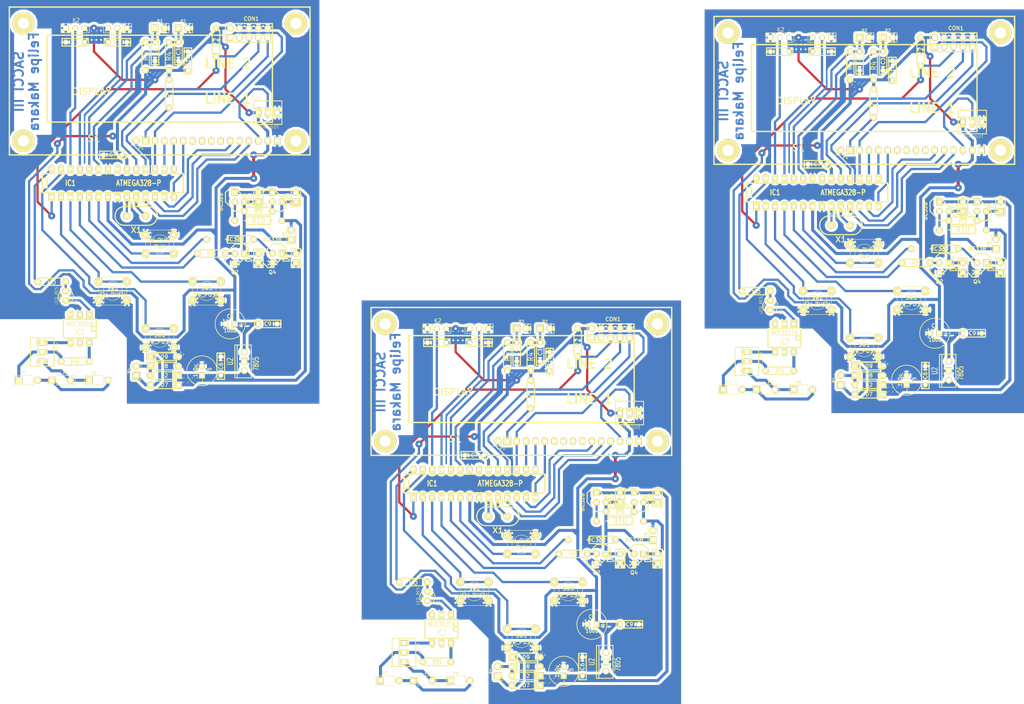
<source format=kicad_pcb>
(kicad_pcb (version 3) (host pcbnew "(2013-03-19 BZR 4004)-stable")
  (layers (15 Dessus.Cu signal) (0 Dessous.Cu signal))
  (net 0 "")
  (net 1 +5V)
  (net 2 +9V)
  (net 3 /AC1)
  (net 4 /AC2)
  (net 5 /AC3)
  (net 6 GND)
  (net 7 N-0000010)
  (net 8 N-0000011)
  (net 9 N-0000012)
  (net 10 N-0000013)
  (net 11 N-0000015)
  (net 12 N-0000017)
  (net 13 N-0000018)
  (net 14 N-0000019)
  (net 15 N-000002)
  (net 16 N-0000020)
  (net 17 N-0000021)
  (net 18 N-0000022)
  (net 19 N-0000023)
  (net 20 N-0000024)
  (net 21 N-0000025)
  (net 22 N-0000026)
  (net 23 N-0000027)
  (net 24 N-0000028)
  (net 25 N-0000029)
  (net 26 N-000003)
  (net 27 N-0000030)
  (net 28 N-0000031)
  (net 29 N-0000032)
  (net 30 N-0000033)
  (net 31 N-0000034)
  (net 32 N-0000035)
  (net 33 N-000004)
  (net 34 N-0000042)
  (net 35 N-0000043)
  (net 36 N-0000044)
  (net 37 N-0000046)
  (net 38 N-0000049)
  (net 39 N-000005)
  (net 40 N-000006)
  (net 41 N-000007)
  (net 42 N-000008)
  (net 43 N-000009)
  (module TO92DGS (layer Dessus.Cu) (at 262.89 81.28)
    (fp_text reference Q2)
    (fp_text value BC338)
    (pad D thru_hole rect (at 1.27 -1.27) (size 1.778 1.778) (drill 0.812799) (layers *.Cu *.Mask Dessus.SilkS) (net 32 N-0000035))
    (pad G thru_hole circle (at -1.27 -1.27) (size 1.778 1.778) (drill 0.812799) (layers *.Cu *.Mask Dessus.SilkS) (net 23 N-0000027))
    (pad S thru_hole circle (at -1.27 1.27) (size 1.778 1.778) (drill 0.812799) (layers *.Cu *.Mask Dessus.SilkS) (net 6 GND))
  )
  (module TO92DGS (layer Dessus.Cu) (at 273.05 64.77 90)
    (fp_text reference Q3)
    (fp_text value BC328)
    (pad D thru_hole rect (at 1.27 -1.27 90) (size 1.778 1.778) (drill 0.812799) (layers *.Cu *.Mask Dessus.SilkS) (net 2 +9V))
    (pad G thru_hole circle (at -1.27 -1.27 90) (size 1.778 1.778) (drill 0.812799) (layers *.Cu *.Mask Dessus.SilkS) (net 37 N-0000046))
    (pad S thru_hole circle (at -1.27 1.27 90) (size 1.778 1.778) (drill 0.812799) (layers *.Cu *.Mask Dessus.SilkS) (net 19 N-0000023))
  )
  (module TO92DGS (layer Dessus.Cu) (at 262.89 64.77 90)
    (fp_text reference Q1)
    (fp_text value BC328)
    (pad D thru_hole rect (at 1.27 -1.27 90) (size 1.778 1.778) (drill 0.812799) (layers *.Cu *.Mask Dessus.SilkS) (net 2 +9V))
    (pad G thru_hole circle (at -1.27 -1.27 90) (size 1.778 1.778) (drill 0.812799) (layers *.Cu *.Mask Dessus.SilkS) (net 18 N-0000022))
    (pad S thru_hole circle (at -1.27 1.27 90) (size 1.778 1.778) (drill 0.812799) (layers *.Cu *.Mask Dessus.SilkS) (net 32 N-0000035))
  )
  (module TO92DGS (layer Dessus.Cu) (at 273.05 81.28)
    (fp_text reference Q4)
    (fp_text value BC338)
    (pad D thru_hole rect (at 1.27 -1.27) (size 1.778 1.778) (drill 0.812799) (layers *.Cu *.Mask Dessus.SilkS) (net 19 N-0000023))
    (pad G thru_hole circle (at -1.27 -1.27) (size 1.778 1.778) (drill 0.812799) (layers *.Cu *.Mask Dessus.SilkS) (net 31 N-0000034))
    (pad S thru_hole circle (at -1.27 1.27) (size 1.778 1.778) (drill 0.812799) (layers *.Cu *.Mask Dessus.SilkS) (net 6 GND))
  )
  (module R3-LARGE_PADS (layer Dessus.Cu) (at 218.44 109.22 180)
    (fp_text reference R6)
    (fp_text value 470r hide)
    (pad 1 thru_hole circle (at -3.81 0 180) (size 1.778 1.778) (drill 0.812799) (layers *.Cu *.Mask Dessus.SilkS) (net 15 N-000002))
    (pad 2 thru_hole circle (at 3.81 0 180) (size 1.778 1.778) (drill 0.812799) (layers *.Cu *.Mask Dessus.SilkS) (net 5 /AC3))
  )
  (module R3-LARGE_PADS (layer Dessus.Cu) (at 243.84 26.67 90)
    (fp_text reference R4)
    (fp_text value 10k hide)
    (pad 1 thru_hole circle (at -3.81 0 90) (size 1.778 1.778) (drill 0.812799) (layers *.Cu *.Mask Dessus.SilkS) (net 1 +5V))
    (pad 2 thru_hole circle (at 3.81 0 90) (size 1.778 1.778) (drill 0.812799) (layers *.Cu *.Mask Dessus.SilkS) (net 33 N-000004))
  )
  (module R3-LARGE_PADS (layer Dessus.Cu) (at 212.09 87.63 180)
    (fp_text reference R3)
    (fp_text value 220 hide)
    (pad 1 thru_hole circle (at -3.81 0 180) (size 1.778 1.778) (drill 0.812799) (layers *.Cu *.Mask Dessus.SilkS) (net 7 N-0000010))
    (pad 2 thru_hole circle (at 3.81 0 180) (size 1.778 1.778) (drill 0.812799) (layers *.Cu *.Mask Dessus.SilkS) (net 30 N-0000033))
  )
  (module R3-LARGE_PADS (layer Dessus.Cu) (at 237.49 26.67 90)
    (fp_text reference R5)
    (fp_text value 10k hide)
    (pad 1 thru_hole circle (at -3.81 0 90) (size 1.778 1.778) (drill 0.812799) (layers *.Cu *.Mask Dessus.SilkS) (net 1 +5V))
    (pad 2 thru_hole circle (at 3.81 0 90) (size 1.778 1.778) (drill 0.812799) (layers *.Cu *.Mask Dessus.SilkS) (net 26 N-000003))
  )
  (module R3-LARGE_PADS (layer Dessus.Cu) (at 243.84 36.83 270)
    (fp_text reference R1)
    (fp_text value 500 hide)
    (pad 1 thru_hole circle (at -3.81 0 270) (size 1.778 1.778) (drill 0.812799) (layers *.Cu *.Mask Dessus.SilkS) (net 1 +5V))
    (pad 2 thru_hole circle (at 3.81 0 270) (size 1.778 1.778) (drill 0.812799) (layers *.Cu *.Mask Dessus.SilkS) (net 11 N-0000015))
  )
  (module R3-LARGE_PADS (layer Dessus.Cu) (at 262.89 76.2)
    (fp_text reference R7)
    (fp_text value 330 hide)
    (pad 1 thru_hole circle (at -8.89 0) (size 1.778 1.778) (drill 0.812799) (layers *.Cu *.Mask Dessus.SilkS) (net 16 N-0000020))
    (pad 2 thru_hole circle (at 3.81 0) (size 1.778 1.778) (drill 0.812799) (layers *.Cu *.Mask Dessus.SilkS) (net 31 N-0000034))
  )
  (module R3-LARGE_PADS (layer Dessus.Cu) (at 256.54 22.86 270)
    (fp_text reference R2)
    (fp_text value 10k hide)
    (pad 1 thru_hole circle (at -3.81 0 270) (size 1.778 1.778) (drill 0.812799) (layers *.Cu *.Mask Dessus.SilkS) (net 1 +5V))
    (pad 2 thru_hole circle (at 3.81 0 270) (size 1.778 1.778) (drill 0.812799) (layers *.Cu *.Mask Dessus.SilkS) (net 38 N-0000049))
  )
  (module R3-LARGE_PADS (layer Dessus.Cu) (at 255.27 80.01)
    (fp_text reference R8)
    (fp_text value 330 hide)
    (pad 1 thru_hole circle (at -3.81 0) (size 1.778 1.778) (drill 0.812799) (layers *.Cu *.Mask Dessus.SilkS) (net 20 N-0000024))
    (pad 2 thru_hole circle (at 3.81 0) (size 1.778 1.778) (drill 0.812799) (layers *.Cu *.Mask Dessus.SilkS) (net 23 N-0000027))
  )
  (module PINHEAD1-3 (layer Dessus.Cu) (at 270.51 41.91)
    (fp_text reference RV1)
    (fp_text value "10k pot")
    (pad 1 thru_hole oval (at -2.54 0) (size 1.50622 3.01498) (drill 0.998218) (layers *.Cu Dessus.Pate Dessus.SilkS Dessus.Masque) (net 1 +5V))
    (pad 2 thru_hole oval (at 0 0) (size 1.50622 3.01498) (drill 0.998218) (layers *.Cu Dessus.Pate Dessus.SilkS Dessus.Masque) (net 42 N-000008))
    (pad 3 thru_hole oval (at 2.54 0) (size 1.50622 3.01498) (drill 0.998218) (layers *.Cu Dessus.Pate Dessus.SilkS Dessus.Masque) (net 6 GND))
  )
  (module PIN_ARRAY_3X1 (layer Dessus.Cu) (at 218.44 19.05)
    (fp_text reference K2)
    (fp_text value SW_BOT hide)
    (pad 1 thru_hole rect (at -2.54 0) (size 1.524 1.524) (drill 1.016) (layers *.Cu *.Mask Dessus.SilkS) (net 6 GND))
    (pad 2 thru_hole circle (at 0 0) (size 1.524 1.524) (drill 1.016) (layers *.Cu *.Mask Dessus.SilkS) (net 25 N-0000029))
    (pad 3 thru_hole circle (at 2.54 0) (size 1.524 1.524) (drill 1.016) (layers *.Cu *.Mask Dessus.SilkS) (net 1 +5V))
  )
  (module PIN_ARRAY_3X1 (layer Dessus.Cu) (at 229.87 19.05 180)
    (fp_text reference K1)
    (fp_text value SW_TOP hide)
    (pad 1 thru_hole rect (at -2.54 0 180) (size 1.524 1.524) (drill 1.016) (layers *.Cu *.Mask Dessus.SilkS) (net 6 GND))
    (pad 2 thru_hole circle (at 0 0 180) (size 1.524 1.524) (drill 1.016) (layers *.Cu *.Mask Dessus.SilkS) (net 24 N-0000028))
    (pad 3 thru_hole circle (at 2.54 0 180) (size 1.524 1.524) (drill 1.016) (layers *.Cu *.Mask Dessus.SilkS) (net 1 +5V))
  )
  (module PIN_ARRAY_2X1 (layer Dessus.Cu) (at 223.52 114.3)
    (fp_text reference P5)
    (fp_text value "Trafo 110" hide)
    (pad 1 thru_hole rect (at -1.27 0) (size 1.905 1.905) (drill 1.016) (layers *.Cu *.Mask Dessus.SilkS) (net 4 /AC2))
    (pad 2 thru_hole circle (at 3.81 0) (size 1.905 1.905) (drill 1.016) (layers *.Cu *.Mask Dessus.SilkS) (net 3 /AC1))
  )
  (module PIN_ARRAY_2X1 (layer Dessus.Cu) (at 247.65 19.05)
    (fp_text reference P2)
    (fp_text value "Term 1" hide)
    (pad 1 thru_hole rect (at -1.27 0) (size 1.905 1.905) (drill 1.016) (layers *.Cu *.Mask Dessus.SilkS) (net 33 N-000004))
    (pad 2 thru_hole circle (at 1.27 0) (size 1.905 1.905) (drill 1.016) (layers *.Cu *.Mask Dessus.SilkS) (net 6 GND))
  )
  (module PIN_ARRAY_2X1 (layer Dessus.Cu) (at 241.3 19.05)
    (fp_text reference P3)
    (fp_text value "Term 1" hide)
    (pad 1 thru_hole rect (at -1.27 0) (size 1.905 1.905) (drill 1.016) (layers *.Cu *.Mask Dessus.SilkS) (net 26 N-000003))
    (pad 2 thru_hole circle (at 1.27 0) (size 1.905 1.905) (drill 1.016) (layers *.Cu *.Mask Dessus.SilkS) (net 6 GND))
  )
  (module PIN_ARRAY_2X1 (layer Dessus.Cu) (at 234.95 111.76 90)
    (fp_text reference P4)
    (fp_text value "Trafo 9V" hide)
    (pad 1 thru_hole rect (at -1.27 0 90) (size 1.905 1.905) (drill 1.016) (layers *.Cu *.Mask Dessus.SilkS) (net 21 N-0000025))
    (pad 2 thru_hole circle (at 1.27 0 90) (size 1.905 1.905) (drill 1.016) (layers *.Cu *.Mask Dessus.SilkS) (net 22 N-0000026))
  )
  (module PIN_ARRAY_2X1 (layer Dessus.Cu) (at 204.47 114.3)
    (fp_text reference P7)
    (fp_text value Resistencia hide)
    (pad 1 thru_hole rect (at -1.27 0) (size 1.905 1.905) (drill 1.016) (layers *.Cu *.Mask Dessus.SilkS) (net 5 /AC3))
    (pad 2 thru_hole circle (at 3.81 0) (size 1.905 1.905) (drill 1.016) (layers *.Cu *.Mask Dessus.SilkS) (net 3 /AC1))
  )
  (module PIN_ARRAY_2X1 (layer Dessus.Cu) (at 215.9 114.3)
    (fp_text reference P6)
    (fp_text value "Alim 110" hide)
    (pad 1 thru_hole rect (at -3.81 0) (size 1.905 1.905) (drill 1.016) (layers *.Cu *.Mask Dessus.SilkS) (net 3 /AC1))
    (pad 2 thru_hole circle (at 1.27 0) (size 1.905 1.905) (drill 1.016) (layers *.Cu *.Mask Dessus.SilkS) (net 4 /AC2))
  )
  (module PIN_ARRAY_2X1 (layer Dessus.Cu) (at 276.86 74.93 90)
    (fp_text reference P8)
    (fp_text value "motor 1" hide)
    (pad 1 thru_hole rect (at -1.27 0 90) (size 1.905 1.905) (drill 1.016) (layers *.Cu *.Mask Dessus.SilkS) (net 32 N-0000035))
    (pad 2 thru_hole circle (at 1.27 0 90) (size 1.905 1.905) (drill 1.016) (layers *.Cu *.Mask Dessus.SilkS) (net 19 N-0000023))
  )
  (module PIN_ARRAY_2X1 (layer Dessus.Cu) (at 236.22 49.53 180)
    (fp_text reference P1)
    (fp_text value LED_DISPLAY hide)
    (pad 1 thru_hole rect (at -1.27 0 180) (size 1.905 1.905) (drill 1.016) (layers *.Cu *.Mask Dessus.SilkS) (net 11 N-0000015))
    (pad 2 thru_hole circle (at 1.27 0 180) (size 1.905 1.905) (drill 1.016) (layers *.Cu *.Mask Dessus.SilkS) (net 6 GND))
  )
  (module LM78XXV (layer Dessus.Cu) (at 264.16 109.22 180)
    (fp_text reference U2)
    (fp_text value 7805)
    (pad VI thru_hole circle (at 0 -2.54 180) (size 1.778 1.778) (drill 1.143) (layers *.Cu *.Mask Dessus.SilkS) (net 2 +9V))
    (pad GND thru_hole rect (at 0 0 180) (size 1.778 1.778) (drill 1.143) (layers *.Cu *.Mask Dessus.SilkS) (net 6 GND))
    (pad VO thru_hole circle (at 0 2.54 180) (size 1.778 1.778) (drill 1.143) (layers *.Cu *.Mask Dessus.SilkS) (net 1 +5V))
  )
  (module LED-3MM (layer Dessus.Cu) (at 215.9 91.44 270)
    (fp_text reference D1)
    (fp_text value LED_RES)
    (pad 1 thru_hole circle (at -1.27 0 270) (size 1.6764 1.6764) (drill 0.812799) (layers *.Cu *.Mask Dessus.SilkS) (net 7 N-0000010))
    (pad 2 thru_hole circle (at 1.27 0 270) (size 1.6764 1.6764) (drill 0.812799) (layers *.Cu *.Mask Dessus.SilkS) (net 8 N-0000011))
  )
  (module LCD_ALPHA (layer Dessus.Cu) (at 256.54 49.53 180)
    (fp_text reference S1)
    (fp_text value DISPLAY)
    (pad 1 thru_hole rect (at -16.51 0 180) (size 1.651 2.159) (drill 1.016) (layers *.Cu *.Mask Dessus.SilkS) (net 6 GND))
    (pad 2 thru_hole oval (at -13.97 0 180) (size 1.651 2.159) (drill 1.016) (layers *.Cu *.Mask Dessus.SilkS) (net 1 +5V))
    (pad 3 thru_hole oval (at -11.43 0 180) (size 1.651 2.159) (drill 1.016) (layers *.Cu *.Mask Dessus.SilkS) (net 42 N-000008))
    (pad 4 thru_hole oval (at -8.89 0 180) (size 1.651 2.159) (drill 1.016) (layers *.Cu *.Mask Dessus.SilkS) (net 12 N-0000017))
    (pad 5 thru_hole oval (at -6.35 0 180) (size 1.651 2.159) (drill 1.016) (layers *.Cu *.Mask Dessus.SilkS) (net 13 N-0000018))
    (pad 6 thru_hole oval (at -3.81 0 180) (size 1.651 2.159) (drill 1.016) (layers *.Cu *.Mask Dessus.SilkS) (net 14 N-0000019))
    (pad 7 thru_hole oval (at -1.27 0 180) (size 1.651 2.159) (drill 1.016) (layers *.Cu *.Mask Dessus.SilkS))
    (pad 8 thru_hole oval (at 1.27 0 180) (size 1.651 2.159) (drill 1.016) (layers *.Cu *.Mask Dessus.SilkS))
    (pad 9 thru_hole oval (at 3.81 0 180) (size 1.651 2.159) (drill 1.016) (layers *.Cu *.Mask Dessus.SilkS))
    (pad 10 thru_hole oval (at 6.35 0 180) (size 1.651 2.159) (drill 1.016) (layers *.Cu *.Mask Dessus.SilkS))
    (pad 11 thru_hole oval (at 8.89 0 180) (size 1.651 2.159) (drill 1.016) (layers *.Cu *.Mask Dessus.SilkS) (net 39 N-000005))
    (pad 12 thru_hole oval (at 11.43 0 180) (size 1.651 2.159) (drill 1.016) (layers *.Cu *.Mask Dessus.SilkS) (net 40 N-000006))
    (pad 13 thru_hole oval (at 13.97 0 180) (size 1.651 2.159) (drill 1.016) (layers *.Cu *.Mask Dessus.SilkS) (net 41 N-000007))
    (pad 14 thru_hole oval (at 16.51 0 180) (size 1.651 2.159) (drill 1.016) (layers *.Cu *.Mask Dessus.SilkS) (net 36 N-0000044))
    (pad "" thru_hole circle (at -21.59 0 180) (size 5.99948 5.99948) (drill 2.99974) (layers *.Cu *.Mask Dessus.SilkS))
    (pad "" thru_hole circle (at 52.07 0 180) (size 5.99948 5.99948) (drill 2.99974) (layers *.Cu *.Mask Dessus.SilkS))
    (pad "" thru_hole circle (at -21.59 31.75 180) (size 5.99948 5.99948) (drill 2.99974) (layers *.Cu *.Mask Dessus.SilkS))
    (pad "" thru_hole circle (at 52.07 31.75 180) (size 5.99948 5.99948) (drill 2.99974) (layers *.Cu *.Mask Dessus.SilkS))
  )
  (module HC-49V (layer Dessus.Cu) (at 234.95 69.85 180)
    (fp_text reference X1)
    (fp_text value 16MHz)
    (pad 1 thru_hole circle (at -2.54 0 180) (size 2.032 2.032) (drill 0.762) (layers *.Cu *.Mask Dessus.SilkS) (net 10 N-0000013))
    (pad 2 thru_hole circle (at 2.54 0 180) (size 2.032 2.032) (drill 0.762) (layers *.Cu *.Mask Dessus.SilkS) (net 9 N-0000012))
  )
  (module DIP-6__300_ELL (layer Dessus.Cu) (at 219.71 100.33 180)
    (fp_text reference IC2)
    (fp_text value MOC3021M)
    (pad 1 thru_hole rect (at -2.54 3.81 180) (size 1.5748 2.286) (drill 0.812799) (layers *.Cu *.Mask Dessus.SilkS) (net 8 N-0000011))
    (pad 2 thru_hole oval (at 0 3.81 180) (size 1.5748 2.286) (drill 0.812799) (layers *.Cu *.Mask Dessus.SilkS) (net 6 GND))
    (pad 3 thru_hole oval (at 2.54 3.81 180) (size 1.5748 2.286) (drill 0.812799) (layers *.Cu *.Mask Dessus.SilkS))
    (pad 4 thru_hole oval (at 2.54 -3.81 180) (size 1.5748 2.286) (drill 0.812799) (layers *.Cu *.Mask Dessus.SilkS) (net 43 N-000009))
    (pad 5 thru_hole oval (at 0 -3.81 180) (size 1.5748 2.286) (drill 0.812799) (layers *.Cu *.Mask Dessus.SilkS))
    (pad 6 thru_hole oval (at -2.54 -3.81 180) (size 1.5748 2.286) (drill 0.812799) (layers *.Cu *.Mask Dessus.SilkS) (net 15 N-000002))
  )
  (module DIP-28__300_ELL (layer Dessus.Cu) (at 228.6 60.96)
    (fp_text reference IC1)
    (fp_text value ATMEGA328-P)
    (pad 2 thru_hole oval (at -13.97 3.81) (size 1.5748 2.286) (drill 0.812799) (layers *.Cu *.Mask Dessus.SilkS) (net 17 N-0000021))
    (pad 3 thru_hole oval (at -11.43 3.81) (size 1.5748 2.286) (drill 0.812799) (layers *.Cu *.Mask Dessus.SilkS) (net 28 N-0000031))
    (pad 4 thru_hole oval (at -8.89 3.81) (size 1.5748 2.286) (drill 0.812799) (layers *.Cu *.Mask Dessus.SilkS) (net 20 N-0000024))
    (pad 5 thru_hole oval (at -6.35 3.81) (size 1.5748 2.286) (drill 0.812799) (layers *.Cu *.Mask Dessus.SilkS) (net 16 N-0000020))
    (pad 6 thru_hole oval (at -3.81 3.81) (size 1.5748 2.286) (drill 0.812799) (layers *.Cu *.Mask Dessus.SilkS) (net 29 N-0000032))
    (pad 7 thru_hole oval (at -1.27 3.81) (size 1.5748 2.286) (drill 0.812799) (layers *.Cu *.Mask Dessus.SilkS) (net 1 +5V))
    (pad 8 thru_hole oval (at 1.27 3.81) (size 1.5748 2.286) (drill 0.812799) (layers *.Cu *.Mask Dessus.SilkS) (net 6 GND))
    (pad 9 thru_hole oval (at 3.81 3.81) (size 1.5748 2.286) (drill 0.812799) (layers *.Cu *.Mask Dessus.SilkS) (net 9 N-0000012))
    (pad 10 thru_hole oval (at 6.35 3.81) (size 1.5748 2.286) (drill 0.812799) (layers *.Cu *.Mask Dessus.SilkS) (net 10 N-0000013))
    (pad 11 thru_hole oval (at 8.89 3.81) (size 1.5748 2.286) (drill 0.812799) (layers *.Cu *.Mask Dessus.SilkS) (net 12 N-0000017))
    (pad 12 thru_hole oval (at 11.43 3.81) (size 1.5748 2.286) (drill 0.812799) (layers *.Cu *.Mask Dessus.SilkS) (net 13 N-0000018))
    (pad 13 thru_hole oval (at 13.97 3.81) (size 1.5748 2.286) (drill 0.812799) (layers *.Cu *.Mask Dessus.SilkS) (net 14 N-0000019))
    (pad 14 thru_hole oval (at 16.51 3.81) (size 1.5748 2.286) (drill 0.812799) (layers *.Cu *.Mask Dessus.SilkS) (net 39 N-000005))
    (pad 1 thru_hole rect (at -16.51 3.81) (size 1.5748 2.286) (drill 0.812799) (layers *.Cu *.Mask Dessus.SilkS) (net 38 N-0000049))
    (pad 15 thru_hole oval (at 16.51 -3.81) (size 1.5748 2.286) (drill 0.812799) (layers *.Cu *.Mask Dessus.SilkS) (net 40 N-000006))
    (pad 16 thru_hole oval (at 13.97 -3.81) (size 1.5748 2.286) (drill 0.812799) (layers *.Cu *.Mask Dessus.SilkS) (net 41 N-000007))
    (pad 17 thru_hole oval (at 11.43 -3.81) (size 1.5748 2.286) (drill 0.812799) (layers *.Cu *.Mask Dessus.SilkS) (net 36 N-0000044))
    (pad 18 thru_hole oval (at 8.89 -3.81) (size 1.5748 2.286) (drill 0.812799) (layers *.Cu *.Mask Dessus.SilkS) (net 35 N-0000043))
    (pad 19 thru_hole oval (at 6.35 -3.81) (size 1.5748 2.286) (drill 0.812799) (layers *.Cu *.Mask Dessus.SilkS) (net 34 N-0000042))
    (pad 20 thru_hole oval (at 3.81 -3.81) (size 1.5748 2.286) (drill 0.812799) (layers *.Cu *.Mask Dessus.SilkS) (net 1 +5V))
    (pad 21 thru_hole oval (at 1.27 -3.81) (size 1.5748 2.286) (drill 0.812799) (layers *.Cu *.Mask Dessus.SilkS))
    (pad 22 thru_hole oval (at -1.27 -3.81) (size 1.5748 2.286) (drill 0.812799) (layers *.Cu *.Mask Dessus.SilkS) (net 6 GND))
    (pad 23 thru_hole oval (at -3.81 -3.81) (size 1.5748 2.286) (drill 0.812799) (layers *.Cu *.Mask Dessus.SilkS) (net 33 N-000004))
    (pad 24 thru_hole oval (at -6.35 -3.81) (size 1.5748 2.286) (drill 0.812799) (layers *.Cu *.Mask Dessus.SilkS) (net 26 N-000003))
    (pad 25 thru_hole oval (at -8.89 -3.81) (size 1.5748 2.286) (drill 0.812799) (layers *.Cu *.Mask Dessus.SilkS) (net 24 N-0000028))
    (pad 26 thru_hole oval (at -11.43 -3.81) (size 1.5748 2.286) (drill 0.812799) (layers *.Cu *.Mask Dessus.SilkS) (net 25 N-0000029))
    (pad 27 thru_hole oval (at -13.97 -3.81) (size 1.5748 2.286) (drill 0.812799) (layers *.Cu *.Mask Dessus.SilkS) (net 27 N-0000030))
    (pad 28 thru_hole oval (at -16.51 -3.81) (size 1.5748 2.286) (drill 0.812799) (layers *.Cu *.Mask Dessus.SilkS) (net 30 N-0000033))
  )
  (module C2 (layer Dessus.Cu) (at 246.38 25.4 270)
    (fp_text reference C3)
    (fp_text value 100n hide)
    (pad 1 thru_hole circle (at -2.54 0 270) (size 1.397 1.397) (drill 0.812799) (layers *.Cu *.Mask Dessus.SilkS) (net 33 N-000004))
    (pad 2 thru_hole circle (at 2.54 0 270) (size 1.397 1.397) (drill 0.812799) (layers *.Cu *.Mask Dessus.SilkS) (net 6 GND))
  )
  (module C2 (layer Dessus.Cu) (at 240.03 25.4 270)
    (fp_text reference C4)
    (fp_text value 100n hide)
    (pad 1 thru_hole circle (at -2.54 0 270) (size 1.397 1.397) (drill 0.812799) (layers *.Cu *.Mask Dessus.SilkS) (net 26 N-000003))
    (pad 2 thru_hole circle (at 2.54 0 270) (size 1.397 1.397) (drill 0.812799) (layers *.Cu *.Mask Dessus.SilkS) (net 6 GND))
  )
  (module C2 (layer Dessus.Cu) (at 270.51 99.06)
    (fp_text reference C9)
    (fp_text value 100n hide)
    (pad 1 thru_hole circle (at -2.54 0) (size 1.397 1.397) (drill 0.812799) (layers *.Cu *.Mask Dessus.SilkS) (net 1 +5V))
    (pad 2 thru_hole circle (at 2.54 0) (size 1.397 1.397) (drill 0.812799) (layers *.Cu *.Mask Dessus.SilkS) (net 6 GND))
  )
  (module C2 (layer Dessus.Cu) (at 228.6 53.34 180)
    (fp_text reference C7)
    (fp_text value 100n hide)
    (pad 1 thru_hole circle (at -2.54 0 180) (size 1.397 1.397) (drill 0.812799) (layers *.Cu *.Mask Dessus.SilkS) (net 1 +5V))
    (pad 2 thru_hole circle (at 2.54 0 180) (size 1.397 1.397) (drill 0.812799) (layers *.Cu *.Mask Dessus.SilkS) (net 6 GND))
  )
  (module C2 (layer Dessus.Cu) (at 257.81 110.49 90)
    (fp_text reference C6)
    (fp_text value 100n hide)
    (pad 1 thru_hole circle (at -2.54 0 90) (size 1.397 1.397) (drill 0.812799) (layers *.Cu *.Mask Dessus.SilkS) (net 2 +9V))
    (pad 2 thru_hole circle (at 2.54 0 90) (size 1.397 1.397) (drill 0.812799) (layers *.Cu *.Mask Dessus.SilkS) (net 6 GND))
  )
  (module C1V8 (layer Dessus.Cu) (at 260.35 99.06 180)
    (fp_text reference C8)
    (fp_text value 100u)
    (pad 1 thru_hole rect (at -1.27 0 180) (size 1.651 1.651) (drill 0.812799) (layers *.Cu *.Mask Dessus.SilkS) (net 1 +5V))
    (pad 2 thru_hole circle (at 1.27 0 180) (size 1.651 1.651) (drill 0.812799) (layers *.Cu *.Mask Dessus.SilkS) (net 6 GND))
  )
  (module C1V8 (layer Dessus.Cu) (at 252.73 111.76 90)
    (fp_text reference C5)
    (fp_text value 100u)
    (pad 1 thru_hole rect (at -1.27 0 90) (size 1.651 1.651) (drill 0.812799) (layers *.Cu *.Mask Dessus.SilkS) (net 2 +9V))
    (pad 2 thru_hole circle (at 1.27 0 90) (size 1.651 1.651) (drill 0.812799) (layers *.Cu *.Mask Dessus.SilkS) (net 6 GND))
  )
  (module PIN_ARRAY_5x2 (layer Dessus.Cu) (at 265.43 20.32)
    (fp_text reference CON1)
    (fp_text value AVR-ISP-10 hide)
    (pad 1 thru_hole rect (at -5.08 1.27) (size 1.778 1.778) (drill 1.016) (layers *.Cu *.Mask Dessus.SilkS) (net 36 N-0000044))
    (pad 2 thru_hole circle (at -5.08 -1.27) (size 1.778 1.778) (drill 1.016) (layers *.Cu *.Mask Dessus.SilkS) (net 1 +5V))
    (pad 3 thru_hole circle (at -2.54 1.27) (size 1.778 1.778) (drill 1.016) (layers *.Cu *.Mask Dessus.SilkS))
    (pad 4 thru_hole circle (at -2.54 -1.27) (size 1.778 1.778) (drill 1.016) (layers *.Cu *.Mask Dessus.SilkS) (net 6 GND))
    (pad 5 thru_hole circle (at 0 1.27) (size 1.778 1.778) (drill 1.016) (layers *.Cu *.Mask Dessus.SilkS) (net 38 N-0000049))
    (pad 6 thru_hole circle (at 0 -1.27) (size 1.778 1.778) (drill 1.016) (layers *.Cu *.Mask Dessus.SilkS) (net 6 GND))
    (pad 7 thru_hole circle (at 2.54 1.27) (size 1.778 1.778) (drill 1.016) (layers *.Cu *.Mask Dessus.SilkS) (net 34 N-0000042))
    (pad 8 thru_hole circle (at 2.54 -1.27) (size 1.778 1.778) (drill 1.016) (layers *.Cu *.Mask Dessus.SilkS) (net 6 GND))
    (pad 9 thru_hole circle (at 5.08 1.27) (size 1.778 1.778) (drill 1.016) (layers *.Cu *.Mask Dessus.SilkS) (net 35 N-0000043))
    (pad 10 thru_hole circle (at 5.08 -1.27) (size 1.778 1.778) (drill 1.016) (layers *.Cu *.Mask Dessus.SilkS) (net 6 GND))
  )
  (module SW_PUSH_SMALL (layer Dessus.Cu) (at 254 90.17)
    (fp_text reference SW3)
    (fp_text value SW_PUSH)
    (pad 1 thru_hole circle (at 3.81 -2.54) (size 2.286 2.286) (drill 0.812799) (layers *.Cu *.Mask Dessus.SilkS) (net 28 N-0000031))
    (pad 2 thru_hole circle (at 3.81 2.54) (size 2.286 2.286) (drill 0.812799) (layers *.Cu *.Mask Dessus.SilkS) (net 6 GND))
    (pad 1 thru_hole circle (at -3.81 -2.54) (size 2.286 2.286) (drill 0.812799) (layers *.Cu *.Mask Dessus.SilkS) (net 28 N-0000031))
    (pad 2 thru_hole circle (at -3.81 2.54) (size 2.286 2.286) (drill 0.812799) (layers *.Cu *.Mask Dessus.SilkS) (net 6 GND))
  )
  (module SW_PUSH_SMALL (layer Dessus.Cu) (at 241.3 77.47 180)
    (fp_text reference SW4)
    (fp_text value SW_PUSH)
    (pad 1 thru_hole circle (at 3.81 -2.54 180) (size 2.286 2.286) (drill 0.812799) (layers *.Cu *.Mask Dessus.SilkS) (net 29 N-0000032))
    (pad 2 thru_hole circle (at 3.81 2.54 180) (size 2.286 2.286) (drill 0.812799) (layers *.Cu *.Mask Dessus.SilkS) (net 6 GND))
    (pad 1 thru_hole circle (at -3.81 -2.54 180) (size 2.286 2.286) (drill 0.812799) (layers *.Cu *.Mask Dessus.SilkS) (net 29 N-0000032))
    (pad 2 thru_hole circle (at -3.81 2.54 180) (size 2.286 2.286) (drill 0.812799) (layers *.Cu *.Mask Dessus.SilkS) (net 6 GND))
  )
  (module SW_PUSH_SMALL (layer Dessus.Cu) (at 228.6 90.17)
    (fp_text reference SW2)
    (fp_text value SW_PUSH)
    (pad 1 thru_hole circle (at 3.81 -2.54) (size 2.286 2.286) (drill 0.812799) (layers *.Cu *.Mask Dessus.SilkS) (net 17 N-0000021))
    (pad 2 thru_hole circle (at 3.81 2.54) (size 2.286 2.286) (drill 0.812799) (layers *.Cu *.Mask Dessus.SilkS) (net 6 GND))
    (pad 1 thru_hole circle (at -3.81 -2.54) (size 2.286 2.286) (drill 0.812799) (layers *.Cu *.Mask Dessus.SilkS) (net 17 N-0000021))
    (pad 2 thru_hole circle (at -3.81 2.54) (size 2.286 2.286) (drill 0.812799) (layers *.Cu *.Mask Dessus.SilkS) (net 6 GND))
  )
  (module SW_PUSH_SMALL (layer Dessus.Cu) (at 241.3 102.87)
    (fp_text reference SW1)
    (fp_text value SW_PUSH)
    (pad 1 thru_hole circle (at 3.81 -2.54) (size 2.286 2.286) (drill 0.812799) (layers *.Cu *.Mask Dessus.SilkS) (net 27 N-0000030))
    (pad 2 thru_hole circle (at 3.81 2.54) (size 2.286 2.286) (drill 0.812799) (layers *.Cu *.Mask Dessus.SilkS) (net 6 GND))
    (pad 1 thru_hole circle (at -3.81 -2.54) (size 2.286 2.286) (drill 0.812799) (layers *.Cu *.Mask Dessus.SilkS) (net 27 N-0000030))
    (pad 2 thru_hole circle (at -3.81 2.54) (size 2.286 2.286) (drill 0.812799) (layers *.Cu *.Mask Dessus.SilkS) (net 6 GND))
  )
  (module R3-LARGE_PADS (layer Dessus.Cu) (at 267.97 68.58 180)
    (fp_text reference R9)
    (fp_text value 330 hide)
    (pad 1 thru_hole circle (at -3.81 0 180) (size 1.778 1.778) (drill 0.812799) (layers *.Cu *.Mask Dessus.SilkS) (net 37 N-0000046))
    (pad 2 thru_hole circle (at 3.81 0 180) (size 1.778 1.778) (drill 0.812799) (layers *.Cu *.Mask Dessus.SilkS) (net 32 N-0000035))
  )
  (module R3-LARGE_PADS (layer Dessus.Cu) (at 267.97 71.12 180)
    (fp_text reference R10)
    (fp_text value 330 hide)
    (pad 1 thru_hole circle (at -6.35 0 180) (size 1.778 1.778) (drill 0.812799) (layers *.Cu *.Mask Dessus.SilkS) (net 19 N-0000023))
    (pad 2 thru_hole circle (at 6.35 0 180) (size 1.778 1.778) (drill 0.812799) (layers *.Cu *.Mask Dessus.SilkS) (net 18 N-0000022))
  )
  (module SIL-2 (layer Dessus.Cu) (at 267.97 81.28 90)
    (fp_text reference D4)
    (fp_text value 1n4148 hide)
    (pad 1 thru_hole rect (at -1.27 0 90) (size 1.778 1.778) (drill 0.812799) (layers *.Cu *.Mask Dessus.SilkS) (net 6 GND))
    (pad 2 thru_hole circle (at 1.27 0 90) (size 1.778 1.778) (drill 0.812799) (layers *.Cu *.Mask Dessus.SilkS) (net 32 N-0000035))
  )
  (module SIL-2 (layer Dessus.Cu) (at 267.97 64.77 90)
    (fp_text reference D3)
    (fp_text value 1n4148 hide)
    (pad 1 thru_hole rect (at -1.27 0 90) (size 1.778 1.778) (drill 0.812799) (layers *.Cu *.Mask Dessus.SilkS) (net 32 N-0000035))
    (pad 2 thru_hole circle (at 1.27 0 90) (size 1.778 1.778) (drill 0.812799) (layers *.Cu *.Mask Dessus.SilkS) (net 2 +9V))
  )
  (module SIL-2 (layer Dessus.Cu) (at 278.13 64.77 90)
    (fp_text reference D5)
    (fp_text value 1n4148 hide)
    (pad 1 thru_hole rect (at -1.27 0 90) (size 1.778 1.778) (drill 0.812799) (layers *.Cu *.Mask Dessus.SilkS) (net 19 N-0000023))
    (pad 2 thru_hole circle (at 1.27 0 90) (size 1.778 1.778) (drill 0.812799) (layers *.Cu *.Mask Dessus.SilkS) (net 2 +9V))
  )
  (module SIL-2 (layer Dessus.Cu) (at 278.13 81.28 90)
    (fp_text reference D6)
    (fp_text value 1n4148 hide)
    (pad 1 thru_hole rect (at -1.27 0 90) (size 1.778 1.778) (drill 0.812799) (layers *.Cu *.Mask Dessus.SilkS) (net 6 GND))
    (pad 2 thru_hole circle (at 1.27 0 90) (size 1.778 1.778) (drill 0.812799) (layers *.Cu *.Mask Dessus.SilkS) (net 19 N-0000023))
  )
  (module C2 (layer Dessus.Cu) (at 218.44 22.86 180)
    (fp_text reference C1)
    (fp_text value 100n hide)
    (pad 1 thru_hole circle (at -2.54 0 180) (size 1.397 1.397) (drill 0.812799) (layers *.Cu *.Mask Dessus.SilkS) (net 1 +5V))
    (pad 2 thru_hole circle (at 2.54 0 180) (size 1.397 1.397) (drill 0.812799) (layers *.Cu *.Mask Dessus.SilkS) (net 6 GND))
  )
  (module C2 (layer Dessus.Cu) (at 229.87 22.86)
    (fp_text reference C2)
    (fp_text value 100n hide)
    (pad 1 thru_hole circle (at -2.54 0) (size 1.397 1.397) (drill 0.812799) (layers *.Cu *.Mask Dessus.SilkS) (net 1 +5V))
    (pad 2 thru_hole circle (at 2.54 0) (size 1.397 1.397) (drill 0.812799) (layers *.Cu *.Mask Dessus.SilkS) (net 6 GND))
  )
  (module C2 (layer Dessus.Cu) (at 248.92 27.94 90)
    (fp_text reference C10)
    (fp_text value 100n hide)
    (pad 1 thru_hole circle (at -2.54 0 90) (size 1.397 1.397) (drill 0.812799) (layers *.Cu *.Mask Dessus.SilkS) (net 1 +5V))
    (pad 2 thru_hole circle (at 2.54 0 90) (size 1.397 1.397) (drill 0.812799) (layers *.Cu *.Mask Dessus.SilkS) (net 6 GND))
  )
  (module D3 (layer Dessus.Cu) (at 242.57 115.57)
    (fp_text reference D7)
    (fp_text value 1n4001 hide)
    (pad 2 thru_hole rect (at 3.81 0) (size 1.905 1.905) (drill 0.812799) (layers *.Cu *.Mask Dessus.SilkS) (net 2 +9V))
    (pad 1 thru_hole circle (at -3.81 0) (size 1.905 1.905) (drill 0.812799) (layers *.Cu *.Mask Dessus.SilkS) (net 21 N-0000025))
  )
  (module D3 (layer Dessus.Cu) (at 242.57 110.49 180)
    (fp_text reference D8)
    (fp_text value 1n4001 hide)
    (pad 2 thru_hole rect (at 3.81 0 180) (size 1.905 1.905) (drill 0.812799) (layers *.Cu *.Mask Dessus.SilkS) (net 22 N-0000026))
    (pad 1 thru_hole circle (at -3.81 0 180) (size 1.905 1.905) (drill 0.812799) (layers *.Cu *.Mask Dessus.SilkS) (net 6 GND))
  )
  (module D3 (layer Dessus.Cu) (at 242.57 107.95 180)
    (fp_text reference D9)
    (fp_text value 1n4001 hide)
    (pad 2 thru_hole rect (at 3.81 0 180) (size 1.905 1.905) (drill 0.812799) (layers *.Cu *.Mask Dessus.SilkS) (net 21 N-0000025))
    (pad 1 thru_hole circle (at -3.81 0 180) (size 1.905 1.905) (drill 0.812799) (layers *.Cu *.Mask Dessus.SilkS) (net 6 GND))
  )
  (module D3 (layer Dessus.Cu) (at 242.57 113.03)
    (fp_text reference D2)
    (fp_text value 1n4001 hide)
    (pad 2 thru_hole rect (at 3.81 0) (size 1.905 1.905) (drill 0.812799) (layers *.Cu *.Mask Dessus.SilkS) (net 2 +9V))
    (pad 1 thru_hole circle (at -3.81 0) (size 1.905 1.905) (drill 0.812799) (layers *.Cu *.Mask Dessus.SilkS) (net 22 N-0000026))
  )
  (module PINHEAD1-3 (layer Dessus.Cu) (at 209.55 106.68 90)
    (fp_text reference U1)
    (fp_text value TIC206)
    (pad 1 thru_hole oval (at -2.54 0 90) (size 1.50622 3.01498) (drill 0.998219) (layers *.Cu Dessus.Pate Dessus.SilkS Dessus.Masque) (net 4 /AC2))
    (pad 2 thru_hole oval (at 0 0 90) (size 1.50622 3.01498) (drill 0.998219) (layers *.Cu Dessus.Pate Dessus.SilkS Dessus.Masque) (net 5 /AC3))
    (pad 3 thru_hole oval (at 2.54 0 90) (size 1.50622 3.01498) (drill 0.998219) (layers *.Cu Dessus.Pate Dessus.SilkS Dessus.Masque) (net 43 N-000009))
  )
  (module PINHEAD1-3 (layer Dessus.Cu) (at 116.84 185.42 90)
    (fp_text reference U1)
    (fp_text value TIC206)
    (pad 1 thru_hole oval (at -2.54 0 90) (size 1.50622 3.01498) (drill 0.998219) (layers *.Cu Dessus.Pate Dessus.SilkS Dessus.Masque) (net 4 /AC2))
    (pad 2 thru_hole oval (at 0 0 90) (size 1.50622 3.01498) (drill 0.998219) (layers *.Cu Dessus.Pate Dessus.SilkS Dessus.Masque) (net 5 /AC3))
    (pad 3 thru_hole oval (at 2.54 0 90) (size 1.50622 3.01498) (drill 0.998219) (layers *.Cu Dessus.Pate Dessus.SilkS Dessus.Masque) (net 43 N-000009))
  )
  (module D3 (layer Dessus.Cu) (at 149.86 191.77)
    (fp_text reference D2)
    (fp_text value 1n4001 hide)
    (pad 2 thru_hole rect (at 3.81 0) (size 1.905 1.905) (drill 0.812799) (layers *.Cu *.Mask Dessus.SilkS) (net 2 +9V))
    (pad 1 thru_hole circle (at -3.81 0) (size 1.905 1.905) (drill 0.812799) (layers *.Cu *.Mask Dessus.SilkS) (net 22 N-0000026))
  )
  (module D3 (layer Dessus.Cu) (at 149.86 186.69 180)
    (fp_text reference D9)
    (fp_text value 1n4001 hide)
    (pad 2 thru_hole rect (at 3.81 0 180) (size 1.905 1.905) (drill 0.812799) (layers *.Cu *.Mask Dessus.SilkS) (net 21 N-0000025))
    (pad 1 thru_hole circle (at -3.81 0 180) (size 1.905 1.905) (drill 0.812799) (layers *.Cu *.Mask Dessus.SilkS) (net 6 GND))
  )
  (module D3 (layer Dessus.Cu) (at 149.86 189.23 180)
    (fp_text reference D8)
    (fp_text value 1n4001 hide)
    (pad 2 thru_hole rect (at 3.81 0 180) (size 1.905 1.905) (drill 0.812799) (layers *.Cu *.Mask Dessus.SilkS) (net 22 N-0000026))
    (pad 1 thru_hole circle (at -3.81 0 180) (size 1.905 1.905) (drill 0.812799) (layers *.Cu *.Mask Dessus.SilkS) (net 6 GND))
  )
  (module D3 (layer Dessus.Cu) (at 149.86 194.31)
    (fp_text reference D7)
    (fp_text value 1n4001 hide)
    (pad 2 thru_hole rect (at 3.81 0) (size 1.905 1.905) (drill 0.812799) (layers *.Cu *.Mask Dessus.SilkS) (net 2 +9V))
    (pad 1 thru_hole circle (at -3.81 0) (size 1.905 1.905) (drill 0.812799) (layers *.Cu *.Mask Dessus.SilkS) (net 21 N-0000025))
  )
  (module C2 (layer Dessus.Cu) (at 156.21 106.68 90)
    (fp_text reference C10)
    (fp_text value 100n hide)
    (pad 1 thru_hole circle (at -2.54 0 90) (size 1.397 1.397) (drill 0.812799) (layers *.Cu *.Mask Dessus.SilkS) (net 1 +5V))
    (pad 2 thru_hole circle (at 2.54 0 90) (size 1.397 1.397) (drill 0.812799) (layers *.Cu *.Mask Dessus.SilkS) (net 6 GND))
  )
  (module C2 (layer Dessus.Cu) (at 137.16 101.6)
    (fp_text reference C2)
    (fp_text value 100n hide)
    (pad 1 thru_hole circle (at -2.54 0) (size 1.397 1.397) (drill 0.812799) (layers *.Cu *.Mask Dessus.SilkS) (net 1 +5V))
    (pad 2 thru_hole circle (at 2.54 0) (size 1.397 1.397) (drill 0.812799) (layers *.Cu *.Mask Dessus.SilkS) (net 6 GND))
  )
  (module C2 (layer Dessus.Cu) (at 125.73 101.6 180)
    (fp_text reference C1)
    (fp_text value 100n hide)
    (pad 1 thru_hole circle (at -2.54 0 180) (size 1.397 1.397) (drill 0.812799) (layers *.Cu *.Mask Dessus.SilkS) (net 1 +5V))
    (pad 2 thru_hole circle (at 2.54 0 180) (size 1.397 1.397) (drill 0.812799) (layers *.Cu *.Mask Dessus.SilkS) (net 6 GND))
  )
  (module SIL-2 (layer Dessus.Cu) (at 185.42 160.02 90)
    (fp_text reference D6)
    (fp_text value 1n4148 hide)
    (pad 1 thru_hole rect (at -1.27 0 90) (size 1.778 1.778) (drill 0.812799) (layers *.Cu *.Mask Dessus.SilkS) (net 6 GND))
    (pad 2 thru_hole circle (at 1.27 0 90) (size 1.778 1.778) (drill 0.812799) (layers *.Cu *.Mask Dessus.SilkS) (net 19 N-0000023))
  )
  (module SIL-2 (layer Dessus.Cu) (at 185.42 143.51 90)
    (fp_text reference D5)
    (fp_text value 1n4148 hide)
    (pad 1 thru_hole rect (at -1.27 0 90) (size 1.778 1.778) (drill 0.812799) (layers *.Cu *.Mask Dessus.SilkS) (net 19 N-0000023))
    (pad 2 thru_hole circle (at 1.27 0 90) (size 1.778 1.778) (drill 0.812799) (layers *.Cu *.Mask Dessus.SilkS) (net 2 +9V))
  )
  (module SIL-2 (layer Dessus.Cu) (at 175.26 143.51 90)
    (fp_text reference D3)
    (fp_text value 1n4148 hide)
    (pad 1 thru_hole rect (at -1.27 0 90) (size 1.778 1.778) (drill 0.812799) (layers *.Cu *.Mask Dessus.SilkS) (net 32 N-0000035))
    (pad 2 thru_hole circle (at 1.27 0 90) (size 1.778 1.778) (drill 0.812799) (layers *.Cu *.Mask Dessus.SilkS) (net 2 +9V))
  )
  (module SIL-2 (layer Dessus.Cu) (at 175.26 160.02 90)
    (fp_text reference D4)
    (fp_text value 1n4148 hide)
    (pad 1 thru_hole rect (at -1.27 0 90) (size 1.778 1.778) (drill 0.812799) (layers *.Cu *.Mask Dessus.SilkS) (net 6 GND))
    (pad 2 thru_hole circle (at 1.27 0 90) (size 1.778 1.778) (drill 0.812799) (layers *.Cu *.Mask Dessus.SilkS) (net 32 N-0000035))
  )
  (module R3-LARGE_PADS (layer Dessus.Cu) (at 175.26 149.86 180)
    (fp_text reference R10)
    (fp_text value 330 hide)
    (pad 1 thru_hole circle (at -6.35 0 180) (size 1.778 1.778) (drill 0.812799) (layers *.Cu *.Mask Dessus.SilkS) (net 19 N-0000023))
    (pad 2 thru_hole circle (at 6.35 0 180) (size 1.778 1.778) (drill 0.812799) (layers *.Cu *.Mask Dessus.SilkS) (net 18 N-0000022))
  )
  (module R3-LARGE_PADS (layer Dessus.Cu) (at 175.26 147.32 180)
    (fp_text reference R9)
    (fp_text value 330 hide)
    (pad 1 thru_hole circle (at -3.81 0 180) (size 1.778 1.778) (drill 0.812799) (layers *.Cu *.Mask Dessus.SilkS) (net 37 N-0000046))
    (pad 2 thru_hole circle (at 3.81 0 180) (size 1.778 1.778) (drill 0.812799) (layers *.Cu *.Mask Dessus.SilkS) (net 32 N-0000035))
  )
  (module SW_PUSH_SMALL (layer Dessus.Cu) (at 148.59 181.61)
    (fp_text reference SW1)
    (fp_text value SW_PUSH)
    (pad 1 thru_hole circle (at 3.81 -2.54) (size 2.286 2.286) (drill 0.812799) (layers *.Cu *.Mask Dessus.SilkS) (net 27 N-0000030))
    (pad 2 thru_hole circle (at 3.81 2.54) (size 2.286 2.286) (drill 0.812799) (layers *.Cu *.Mask Dessus.SilkS) (net 6 GND))
    (pad 1 thru_hole circle (at -3.81 -2.54) (size 2.286 2.286) (drill 0.812799) (layers *.Cu *.Mask Dessus.SilkS) (net 27 N-0000030))
    (pad 2 thru_hole circle (at -3.81 2.54) (size 2.286 2.286) (drill 0.812799) (layers *.Cu *.Mask Dessus.SilkS) (net 6 GND))
  )
  (module SW_PUSH_SMALL (layer Dessus.Cu) (at 135.89 168.91)
    (fp_text reference SW2)
    (fp_text value SW_PUSH)
    (pad 1 thru_hole circle (at 3.81 -2.54) (size 2.286 2.286) (drill 0.812799) (layers *.Cu *.Mask Dessus.SilkS) (net 17 N-0000021))
    (pad 2 thru_hole circle (at 3.81 2.54) (size 2.286 2.286) (drill 0.812799) (layers *.Cu *.Mask Dessus.SilkS) (net 6 GND))
    (pad 1 thru_hole circle (at -3.81 -2.54) (size 2.286 2.286) (drill 0.812799) (layers *.Cu *.Mask Dessus.SilkS) (net 17 N-0000021))
    (pad 2 thru_hole circle (at -3.81 2.54) (size 2.286 2.286) (drill 0.812799) (layers *.Cu *.Mask Dessus.SilkS) (net 6 GND))
  )
  (module SW_PUSH_SMALL (layer Dessus.Cu) (at 148.59 156.21 180)
    (fp_text reference SW4)
    (fp_text value SW_PUSH)
    (pad 1 thru_hole circle (at 3.81 -2.54 180) (size 2.286 2.286) (drill 0.812799) (layers *.Cu *.Mask Dessus.SilkS) (net 29 N-0000032))
    (pad 2 thru_hole circle (at 3.81 2.54 180) (size 2.286 2.286) (drill 0.812799) (layers *.Cu *.Mask Dessus.SilkS) (net 6 GND))
    (pad 1 thru_hole circle (at -3.81 -2.54 180) (size 2.286 2.286) (drill 0.812799) (layers *.Cu *.Mask Dessus.SilkS) (net 29 N-0000032))
    (pad 2 thru_hole circle (at -3.81 2.54 180) (size 2.286 2.286) (drill 0.812799) (layers *.Cu *.Mask Dessus.SilkS) (net 6 GND))
  )
  (module SW_PUSH_SMALL (layer Dessus.Cu) (at 161.29 168.91)
    (fp_text reference SW3)
    (fp_text value SW_PUSH)
    (pad 1 thru_hole circle (at 3.81 -2.54) (size 2.286 2.286) (drill 0.812799) (layers *.Cu *.Mask Dessus.SilkS) (net 28 N-0000031))
    (pad 2 thru_hole circle (at 3.81 2.54) (size 2.286 2.286) (drill 0.812799) (layers *.Cu *.Mask Dessus.SilkS) (net 6 GND))
    (pad 1 thru_hole circle (at -3.81 -2.54) (size 2.286 2.286) (drill 0.812799) (layers *.Cu *.Mask Dessus.SilkS) (net 28 N-0000031))
    (pad 2 thru_hole circle (at -3.81 2.54) (size 2.286 2.286) (drill 0.812799) (layers *.Cu *.Mask Dessus.SilkS) (net 6 GND))
  )
  (module PIN_ARRAY_5x2 (layer Dessus.Cu) (at 172.72 99.06)
    (fp_text reference CON1)
    (fp_text value AVR-ISP-10 hide)
    (pad 1 thru_hole rect (at -5.08 1.27) (size 1.778 1.778) (drill 1.016) (layers *.Cu *.Mask Dessus.SilkS) (net 36 N-0000044))
    (pad 2 thru_hole circle (at -5.08 -1.27) (size 1.778 1.778) (drill 1.016) (layers *.Cu *.Mask Dessus.SilkS) (net 1 +5V))
    (pad 3 thru_hole circle (at -2.54 1.27) (size 1.778 1.778) (drill 1.016) (layers *.Cu *.Mask Dessus.SilkS))
    (pad 4 thru_hole circle (at -2.54 -1.27) (size 1.778 1.778) (drill 1.016) (layers *.Cu *.Mask Dessus.SilkS) (net 6 GND))
    (pad 5 thru_hole circle (at 0 1.27) (size 1.778 1.778) (drill 1.016) (layers *.Cu *.Mask Dessus.SilkS) (net 38 N-0000049))
    (pad 6 thru_hole circle (at 0 -1.27) (size 1.778 1.778) (drill 1.016) (layers *.Cu *.Mask Dessus.SilkS) (net 6 GND))
    (pad 7 thru_hole circle (at 2.54 1.27) (size 1.778 1.778) (drill 1.016) (layers *.Cu *.Mask Dessus.SilkS) (net 34 N-0000042))
    (pad 8 thru_hole circle (at 2.54 -1.27) (size 1.778 1.778) (drill 1.016) (layers *.Cu *.Mask Dessus.SilkS) (net 6 GND))
    (pad 9 thru_hole circle (at 5.08 1.27) (size 1.778 1.778) (drill 1.016) (layers *.Cu *.Mask Dessus.SilkS) (net 35 N-0000043))
    (pad 10 thru_hole circle (at 5.08 -1.27) (size 1.778 1.778) (drill 1.016) (layers *.Cu *.Mask Dessus.SilkS) (net 6 GND))
  )
  (module C1V8 (layer Dessus.Cu) (at 160.02 190.5 90)
    (fp_text reference C5)
    (fp_text value 100u)
    (pad 1 thru_hole rect (at -1.27 0 90) (size 1.651 1.651) (drill 0.812799) (layers *.Cu *.Mask Dessus.SilkS) (net 2 +9V))
    (pad 2 thru_hole circle (at 1.27 0 90) (size 1.651 1.651) (drill 0.812799) (layers *.Cu *.Mask Dessus.SilkS) (net 6 GND))
  )
  (module C1V8 (layer Dessus.Cu) (at 167.64 177.8 180)
    (fp_text reference C8)
    (fp_text value 100u)
    (pad 1 thru_hole rect (at -1.27 0 180) (size 1.651 1.651) (drill 0.812799) (layers *.Cu *.Mask Dessus.SilkS) (net 1 +5V))
    (pad 2 thru_hole circle (at 1.27 0 180) (size 1.651 1.651) (drill 0.812799) (layers *.Cu *.Mask Dessus.SilkS) (net 6 GND))
  )
  (module C2 (layer Dessus.Cu) (at 165.1 189.23 90)
    (fp_text reference C6)
    (fp_text value 100n hide)
    (pad 1 thru_hole circle (at -2.54 0 90) (size 1.397 1.397) (drill 0.812799) (layers *.Cu *.Mask Dessus.SilkS) (net 2 +9V))
    (pad 2 thru_hole circle (at 2.54 0 90) (size 1.397 1.397) (drill 0.812799) (layers *.Cu *.Mask Dessus.SilkS) (net 6 GND))
  )
  (module C2 (layer Dessus.Cu) (at 135.89 132.08 180)
    (fp_text reference C7)
    (fp_text value 100n hide)
    (pad 1 thru_hole circle (at -2.54 0 180) (size 1.397 1.397) (drill 0.812799) (layers *.Cu *.Mask Dessus.SilkS) (net 1 +5V))
    (pad 2 thru_hole circle (at 2.54 0 180) (size 1.397 1.397) (drill 0.812799) (layers *.Cu *.Mask Dessus.SilkS) (net 6 GND))
  )
  (module C2 (layer Dessus.Cu) (at 177.8 177.8)
    (fp_text reference C9)
    (fp_text value 100n hide)
    (pad 1 thru_hole circle (at -2.54 0) (size 1.397 1.397) (drill 0.812799) (layers *.Cu *.Mask Dessus.SilkS) (net 1 +5V))
    (pad 2 thru_hole circle (at 2.54 0) (size 1.397 1.397) (drill 0.812799) (layers *.Cu *.Mask Dessus.SilkS) (net 6 GND))
  )
  (module C2 (layer Dessus.Cu) (at 147.32 104.14 270)
    (fp_text reference C4)
    (fp_text value 100n hide)
    (pad 1 thru_hole circle (at -2.54 0 270) (size 1.397 1.397) (drill 0.812799) (layers *.Cu *.Mask Dessus.SilkS) (net 26 N-000003))
    (pad 2 thru_hole circle (at 2.54 0 270) (size 1.397 1.397) (drill 0.812799) (layers *.Cu *.Mask Dessus.SilkS) (net 6 GND))
  )
  (module C2 (layer Dessus.Cu) (at 153.67 104.14 270)
    (fp_text reference C3)
    (fp_text value 100n hide)
    (pad 1 thru_hole circle (at -2.54 0 270) (size 1.397 1.397) (drill 0.812799) (layers *.Cu *.Mask Dessus.SilkS) (net 33 N-000004))
    (pad 2 thru_hole circle (at 2.54 0 270) (size 1.397 1.397) (drill 0.812799) (layers *.Cu *.Mask Dessus.SilkS) (net 6 GND))
  )
  (module DIP-28__300_ELL (layer Dessus.Cu) (at 135.89 139.7)
    (fp_text reference IC1)
    (fp_text value ATMEGA328-P)
    (pad 2 thru_hole oval (at -13.97 3.81) (size 1.5748 2.286) (drill 0.812799) (layers *.Cu *.Mask Dessus.SilkS) (net 17 N-0000021))
    (pad 3 thru_hole oval (at -11.43 3.81) (size 1.5748 2.286) (drill 0.812799) (layers *.Cu *.Mask Dessus.SilkS) (net 28 N-0000031))
    (pad 4 thru_hole oval (at -8.89 3.81) (size 1.5748 2.286) (drill 0.812799) (layers *.Cu *.Mask Dessus.SilkS) (net 20 N-0000024))
    (pad 5 thru_hole oval (at -6.35 3.81) (size 1.5748 2.286) (drill 0.812799) (layers *.Cu *.Mask Dessus.SilkS) (net 16 N-0000020))
    (pad 6 thru_hole oval (at -3.81 3.81) (size 1.5748 2.286) (drill 0.812799) (layers *.Cu *.Mask Dessus.SilkS) (net 29 N-0000032))
    (pad 7 thru_hole oval (at -1.27 3.81) (size 1.5748 2.286) (drill 0.812799) (layers *.Cu *.Mask Dessus.SilkS) (net 1 +5V))
    (pad 8 thru_hole oval (at 1.27 3.81) (size 1.5748 2.286) (drill 0.812799) (layers *.Cu *.Mask Dessus.SilkS) (net 6 GND))
    (pad 9 thru_hole oval (at 3.81 3.81) (size 1.5748 2.286) (drill 0.812799) (layers *.Cu *.Mask Dessus.SilkS) (net 9 N-0000012))
    (pad 10 thru_hole oval (at 6.35 3.81) (size 1.5748 2.286) (drill 0.812799) (layers *.Cu *.Mask Dessus.SilkS) (net 10 N-0000013))
    (pad 11 thru_hole oval (at 8.89 3.81) (size 1.5748 2.286) (drill 0.812799) (layers *.Cu *.Mask Dessus.SilkS) (net 12 N-0000017))
    (pad 12 thru_hole oval (at 11.43 3.81) (size 1.5748 2.286) (drill 0.812799) (layers *.Cu *.Mask Dessus.SilkS) (net 13 N-0000018))
    (pad 13 thru_hole oval (at 13.97 3.81) (size 1.5748 2.286) (drill 0.812799) (layers *.Cu *.Mask Dessus.SilkS) (net 14 N-0000019))
    (pad 14 thru_hole oval (at 16.51 3.81) (size 1.5748 2.286) (drill 0.812799) (layers *.Cu *.Mask Dessus.SilkS) (net 39 N-000005))
    (pad 1 thru_hole rect (at -16.51 3.81) (size 1.5748 2.286) (drill 0.812799) (layers *.Cu *.Mask Dessus.SilkS) (net 38 N-0000049))
    (pad 15 thru_hole oval (at 16.51 -3.81) (size 1.5748 2.286) (drill 0.812799) (layers *.Cu *.Mask Dessus.SilkS) (net 40 N-000006))
    (pad 16 thru_hole oval (at 13.97 -3.81) (size 1.5748 2.286) (drill 0.812799) (layers *.Cu *.Mask Dessus.SilkS) (net 41 N-000007))
    (pad 17 thru_hole oval (at 11.43 -3.81) (size 1.5748 2.286) (drill 0.812799) (layers *.Cu *.Mask Dessus.SilkS) (net 36 N-0000044))
    (pad 18 thru_hole oval (at 8.89 -3.81) (size 1.5748 2.286) (drill 0.812799) (layers *.Cu *.Mask Dessus.SilkS) (net 35 N-0000043))
    (pad 19 thru_hole oval (at 6.35 -3.81) (size 1.5748 2.286) (drill 0.812799) (layers *.Cu *.Mask Dessus.SilkS) (net 34 N-0000042))
    (pad 20 thru_hole oval (at 3.81 -3.81) (size 1.5748 2.286) (drill 0.812799) (layers *.Cu *.Mask Dessus.SilkS) (net 1 +5V))
    (pad 21 thru_hole oval (at 1.27 -3.81) (size 1.5748 2.286) (drill 0.812799) (layers *.Cu *.Mask Dessus.SilkS))
    (pad 22 thru_hole oval (at -1.27 -3.81) (size 1.5748 2.286) (drill 0.812799) (layers *.Cu *.Mask Dessus.SilkS) (net 6 GND))
    (pad 23 thru_hole oval (at -3.81 -3.81) (size 1.5748 2.286) (drill 0.812799) (layers *.Cu *.Mask Dessus.SilkS) (net 33 N-000004))
    (pad 24 thru_hole oval (at -6.35 -3.81) (size 1.5748 2.286) (drill 0.812799) (layers *.Cu *.Mask Dessus.SilkS) (net 26 N-000003))
    (pad 25 thru_hole oval (at -8.89 -3.81) (size 1.5748 2.286) (drill 0.812799) (layers *.Cu *.Mask Dessus.SilkS) (net 24 N-0000028))
    (pad 26 thru_hole oval (at -11.43 -3.81) (size 1.5748 2.286) (drill 0.812799) (layers *.Cu *.Mask Dessus.SilkS) (net 25 N-0000029))
    (pad 27 thru_hole oval (at -13.97 -3.81) (size 1.5748 2.286) (drill 0.812799) (layers *.Cu *.Mask Dessus.SilkS) (net 27 N-0000030))
    (pad 28 thru_hole oval (at -16.51 -3.81) (size 1.5748 2.286) (drill 0.812799) (layers *.Cu *.Mask Dessus.SilkS) (net 30 N-0000033))
  )
  (module DIP-6__300_ELL (layer Dessus.Cu) (at 127 179.07 180)
    (fp_text reference IC2)
    (fp_text value MOC3021M)
    (pad 1 thru_hole rect (at -2.54 3.81 180) (size 1.5748 2.286) (drill 0.812799) (layers *.Cu *.Mask Dessus.SilkS) (net 8 N-0000011))
    (pad 2 thru_hole oval (at 0 3.81 180) (size 1.5748 2.286) (drill 0.812799) (layers *.Cu *.Mask Dessus.SilkS) (net 6 GND))
    (pad 3 thru_hole oval (at 2.54 3.81 180) (size 1.5748 2.286) (drill 0.812799) (layers *.Cu *.Mask Dessus.SilkS))
    (pad 4 thru_hole oval (at 2.54 -3.81 180) (size 1.5748 2.286) (drill 0.812799) (layers *.Cu *.Mask Dessus.SilkS) (net 43 N-000009))
    (pad 5 thru_hole oval (at 0 -3.81 180) (size 1.5748 2.286) (drill 0.812799) (layers *.Cu *.Mask Dessus.SilkS))
    (pad 6 thru_hole oval (at -2.54 -3.81 180) (size 1.5748 2.286) (drill 0.812799) (layers *.Cu *.Mask Dessus.SilkS) (net 15 N-000002))
  )
  (module HC-49V (layer Dessus.Cu) (at 142.24 148.59 180)
    (fp_text reference X1)
    (fp_text value 16MHz)
    (pad 1 thru_hole circle (at -2.54 0 180) (size 2.032 2.032) (drill 0.762) (layers *.Cu *.Mask Dessus.SilkS) (net 10 N-0000013))
    (pad 2 thru_hole circle (at 2.54 0 180) (size 2.032 2.032) (drill 0.762) (layers *.Cu *.Mask Dessus.SilkS) (net 9 N-0000012))
  )
  (module LCD_ALPHA (layer Dessus.Cu) (at 163.83 128.27 180)
    (fp_text reference S1)
    (fp_text value DISPLAY)
    (pad 1 thru_hole rect (at -16.51 0 180) (size 1.651 2.159) (drill 1.016) (layers *.Cu *.Mask Dessus.SilkS) (net 6 GND))
    (pad 2 thru_hole oval (at -13.97 0 180) (size 1.651 2.159) (drill 1.016) (layers *.Cu *.Mask Dessus.SilkS) (net 1 +5V))
    (pad 3 thru_hole oval (at -11.43 0 180) (size 1.651 2.159) (drill 1.016) (layers *.Cu *.Mask Dessus.SilkS) (net 42 N-000008))
    (pad 4 thru_hole oval (at -8.89 0 180) (size 1.651 2.159) (drill 1.016) (layers *.Cu *.Mask Dessus.SilkS) (net 12 N-0000017))
    (pad 5 thru_hole oval (at -6.35 0 180) (size 1.651 2.159) (drill 1.016) (layers *.Cu *.Mask Dessus.SilkS) (net 13 N-0000018))
    (pad 6 thru_hole oval (at -3.81 0 180) (size 1.651 2.159) (drill 1.016) (layers *.Cu *.Mask Dessus.SilkS) (net 14 N-0000019))
    (pad 7 thru_hole oval (at -1.27 0 180) (size 1.651 2.159) (drill 1.016) (layers *.Cu *.Mask Dessus.SilkS))
    (pad 8 thru_hole oval (at 1.27 0 180) (size 1.651 2.159) (drill 1.016) (layers *.Cu *.Mask Dessus.SilkS))
    (pad 9 thru_hole oval (at 3.81 0 180) (size 1.651 2.159) (drill 1.016) (layers *.Cu *.Mask Dessus.SilkS))
    (pad 10 thru_hole oval (at 6.35 0 180) (size 1.651 2.159) (drill 1.016) (layers *.Cu *.Mask Dessus.SilkS))
    (pad 11 thru_hole oval (at 8.89 0 180) (size 1.651 2.159) (drill 1.016) (layers *.Cu *.Mask Dessus.SilkS) (net 39 N-000005))
    (pad 12 thru_hole oval (at 11.43 0 180) (size 1.651 2.159) (drill 1.016) (layers *.Cu *.Mask Dessus.SilkS) (net 40 N-000006))
    (pad 13 thru_hole oval (at 13.97 0 180) (size 1.651 2.159) (drill 1.016) (layers *.Cu *.Mask Dessus.SilkS) (net 41 N-000007))
    (pad 14 thru_hole oval (at 16.51 0 180) (size 1.651 2.159) (drill 1.016) (layers *.Cu *.Mask Dessus.SilkS) (net 36 N-0000044))
    (pad "" thru_hole circle (at -21.59 0 180) (size 5.99948 5.99948) (drill 2.99974) (layers *.Cu *.Mask Dessus.SilkS))
    (pad "" thru_hole circle (at 52.07 0 180) (size 5.99948 5.99948) (drill 2.99974) (layers *.Cu *.Mask Dessus.SilkS))
    (pad "" thru_hole circle (at -21.59 31.75 180) (size 5.99948 5.99948) (drill 2.99974) (layers *.Cu *.Mask Dessus.SilkS))
    (pad "" thru_hole circle (at 52.07 31.75 180) (size 5.99948 5.99948) (drill 2.99974) (layers *.Cu *.Mask Dessus.SilkS))
  )
  (module LED-3MM (layer Dessus.Cu) (at 123.19 170.18 270)
    (fp_text reference D1)
    (fp_text value LED_RES)
    (pad 1 thru_hole circle (at -1.27 0 270) (size 1.6764 1.6764) (drill 0.812799) (layers *.Cu *.Mask Dessus.SilkS) (net 7 N-0000010))
    (pad 2 thru_hole circle (at 1.27 0 270) (size 1.6764 1.6764) (drill 0.812799) (layers *.Cu *.Mask Dessus.SilkS) (net 8 N-0000011))
  )
  (module LM78XXV (layer Dessus.Cu) (at 171.45 187.96 180)
    (fp_text reference U2)
    (fp_text value 7805)
    (pad VI thru_hole circle (at 0 -2.54 180) (size 1.778 1.778) (drill 1.143) (layers *.Cu *.Mask Dessus.SilkS) (net 2 +9V))
    (pad GND thru_hole rect (at 0 0 180) (size 1.778 1.778) (drill 1.143) (layers *.Cu *.Mask Dessus.SilkS) (net 6 GND))
    (pad VO thru_hole circle (at 0 2.54 180) (size 1.778 1.778) (drill 1.143) (layers *.Cu *.Mask Dessus.SilkS) (net 1 +5V))
  )
  (module PIN_ARRAY_2X1 (layer Dessus.Cu) (at 143.51 128.27 180)
    (fp_text reference P1)
    (fp_text value LED_DISPLAY hide)
    (pad 1 thru_hole rect (at -1.27 0 180) (size 1.905 1.905) (drill 1.016) (layers *.Cu *.Mask Dessus.SilkS) (net 11 N-0000015))
    (pad 2 thru_hole circle (at 1.27 0 180) (size 1.905 1.905) (drill 1.016) (layers *.Cu *.Mask Dessus.SilkS) (net 6 GND))
  )
  (module PIN_ARRAY_2X1 (layer Dessus.Cu) (at 184.15 153.67 90)
    (fp_text reference P8)
    (fp_text value "motor 1" hide)
    (pad 1 thru_hole rect (at -1.27 0 90) (size 1.905 1.905) (drill 1.016) (layers *.Cu *.Mask Dessus.SilkS) (net 32 N-0000035))
    (pad 2 thru_hole circle (at 1.27 0 90) (size 1.905 1.905) (drill 1.016) (layers *.Cu *.Mask Dessus.SilkS) (net 19 N-0000023))
  )
  (module PIN_ARRAY_2X1 (layer Dessus.Cu) (at 123.19 193.04)
    (fp_text reference P6)
    (fp_text value "Alim 110" hide)
    (pad 1 thru_hole rect (at -3.81 0) (size 1.905 1.905) (drill 1.016) (layers *.Cu *.Mask Dessus.SilkS) (net 3 /AC1))
    (pad 2 thru_hole circle (at 1.27 0) (size 1.905 1.905) (drill 1.016) (layers *.Cu *.Mask Dessus.SilkS) (net 4 /AC2))
  )
  (module PIN_ARRAY_2X1 (layer Dessus.Cu) (at 111.76 193.04)
    (fp_text reference P7)
    (fp_text value Resistencia hide)
    (pad 1 thru_hole rect (at -1.27 0) (size 1.905 1.905) (drill 1.016) (layers *.Cu *.Mask Dessus.SilkS) (net 5 /AC3))
    (pad 2 thru_hole circle (at 3.81 0) (size 1.905 1.905) (drill 1.016) (layers *.Cu *.Mask Dessus.SilkS) (net 3 /AC1))
  )
  (module PIN_ARRAY_2X1 (layer Dessus.Cu) (at 142.24 190.5 90)
    (fp_text reference P4)
    (fp_text value "Trafo 9V" hide)
    (pad 1 thru_hole rect (at -1.27 0 90) (size 1.905 1.905) (drill 1.016) (layers *.Cu *.Mask Dessus.SilkS) (net 21 N-0000025))
    (pad 2 thru_hole circle (at 1.27 0 90) (size 1.905 1.905) (drill 1.016) (layers *.Cu *.Mask Dessus.SilkS) (net 22 N-0000026))
  )
  (module PIN_ARRAY_2X1 (layer Dessus.Cu) (at 148.59 97.79)
    (fp_text reference P3)
    (fp_text value "Term 1" hide)
    (pad 1 thru_hole rect (at -1.27 0) (size 1.905 1.905) (drill 1.016) (layers *.Cu *.Mask Dessus.SilkS) (net 26 N-000003))
    (pad 2 thru_hole circle (at 1.27 0) (size 1.905 1.905) (drill 1.016) (layers *.Cu *.Mask Dessus.SilkS) (net 6 GND))
  )
  (module PIN_ARRAY_2X1 (layer Dessus.Cu) (at 154.94 97.79)
    (fp_text reference P2)
    (fp_text value "Term 1" hide)
    (pad 1 thru_hole rect (at -1.27 0) (size 1.905 1.905) (drill 1.016) (layers *.Cu *.Mask Dessus.SilkS) (net 33 N-000004))
    (pad 2 thru_hole circle (at 1.27 0) (size 1.905 1.905) (drill 1.016) (layers *.Cu *.Mask Dessus.SilkS) (net 6 GND))
  )
  (module PIN_ARRAY_2X1 (layer Dessus.Cu) (at 130.81 193.04)
    (fp_text reference P5)
    (fp_text value "Trafo 110" hide)
    (pad 1 thru_hole rect (at -1.27 0) (size 1.905 1.905) (drill 1.016) (layers *.Cu *.Mask Dessus.SilkS) (net 4 /AC2))
    (pad 2 thru_hole circle (at 3.81 0) (size 1.905 1.905) (drill 1.016) (layers *.Cu *.Mask Dessus.SilkS) (net 3 /AC1))
  )
  (module PIN_ARRAY_3X1 (layer Dessus.Cu) (at 137.16 97.79 180)
    (fp_text reference K1)
    (fp_text value SW_TOP hide)
    (pad 1 thru_hole rect (at -2.54 0 180) (size 1.524 1.524) (drill 1.016) (layers *.Cu *.Mask Dessus.SilkS) (net 6 GND))
    (pad 2 thru_hole circle (at 0 0 180) (size 1.524 1.524) (drill 1.016) (layers *.Cu *.Mask Dessus.SilkS) (net 24 N-0000028))
    (pad 3 thru_hole circle (at 2.54 0 180) (size 1.524 1.524) (drill 1.016) (layers *.Cu *.Mask Dessus.SilkS) (net 1 +5V))
  )
  (module PIN_ARRAY_3X1 (layer Dessus.Cu) (at 125.73 97.79)
    (fp_text reference K2)
    (fp_text value SW_BOT hide)
    (pad 1 thru_hole rect (at -2.54 0) (size 1.524 1.524) (drill 1.016) (layers *.Cu *.Mask Dessus.SilkS) (net 6 GND))
    (pad 2 thru_hole circle (at 0 0) (size 1.524 1.524) (drill 1.016) (layers *.Cu *.Mask Dessus.SilkS) (net 25 N-0000029))
    (pad 3 thru_hole circle (at 2.54 0) (size 1.524 1.524) (drill 1.016) (layers *.Cu *.Mask Dessus.SilkS) (net 1 +5V))
  )
  (module PINHEAD1-3 (layer Dessus.Cu) (at 177.8 120.65)
    (fp_text reference RV1)
    (fp_text value "10k pot")
    (pad 1 thru_hole oval (at -2.54 0) (size 1.50622 3.01498) (drill 0.998218) (layers *.Cu Dessus.Pate Dessus.SilkS Dessus.Masque) (net 1 +5V))
    (pad 2 thru_hole oval (at 0 0) (size 1.50622 3.01498) (drill 0.998218) (layers *.Cu Dessus.Pate Dessus.SilkS Dessus.Masque) (net 42 N-000008))
    (pad 3 thru_hole oval (at 2.54 0) (size 1.50622 3.01498) (drill 0.998218) (layers *.Cu Dessus.Pate Dessus.SilkS Dessus.Masque) (net 6 GND))
  )
  (module R3-LARGE_PADS (layer Dessus.Cu) (at 162.56 158.75)
    (fp_text reference R8)
    (fp_text value 330 hide)
    (pad 1 thru_hole circle (at -3.81 0) (size 1.778 1.778) (drill 0.812799) (layers *.Cu *.Mask Dessus.SilkS) (net 20 N-0000024))
    (pad 2 thru_hole circle (at 3.81 0) (size 1.778 1.778) (drill 0.812799) (layers *.Cu *.Mask Dessus.SilkS) (net 23 N-0000027))
  )
  (module R3-LARGE_PADS (layer Dessus.Cu) (at 163.83 101.6 270)
    (fp_text reference R2)
    (fp_text value 10k hide)
    (pad 1 thru_hole circle (at -3.81 0 270) (size 1.778 1.778) (drill 0.812799) (layers *.Cu *.Mask Dessus.SilkS) (net 1 +5V))
    (pad 2 thru_hole circle (at 3.81 0 270) (size 1.778 1.778) (drill 0.812799) (layers *.Cu *.Mask Dessus.SilkS) (net 38 N-0000049))
  )
  (module R3-LARGE_PADS (layer Dessus.Cu) (at 170.18 154.94)
    (fp_text reference R7)
    (fp_text value 330 hide)
    (pad 1 thru_hole circle (at -8.89 0) (size 1.778 1.778) (drill 0.812799) (layers *.Cu *.Mask Dessus.SilkS) (net 16 N-0000020))
    (pad 2 thru_hole circle (at 3.81 0) (size 1.778 1.778) (drill 0.812799) (layers *.Cu *.Mask Dessus.SilkS) (net 31 N-0000034))
  )
  (module R3-LARGE_PADS (layer Dessus.Cu) (at 151.13 115.57 270)
    (fp_text reference R1)
    (fp_text value 500 hide)
    (pad 1 thru_hole circle (at -3.81 0 270) (size 1.778 1.778) (drill 0.812799) (layers *.Cu *.Mask Dessus.SilkS) (net 1 +5V))
    (pad 2 thru_hole circle (at 3.81 0 270) (size 1.778 1.778) (drill 0.812799) (layers *.Cu *.Mask Dessus.SilkS) (net 11 N-0000015))
  )
  (module R3-LARGE_PADS (layer Dessus.Cu) (at 144.78 105.41 90)
    (fp_text reference R5)
    (fp_text value 10k hide)
    (pad 1 thru_hole circle (at -3.81 0 90) (size 1.778 1.778) (drill 0.812799) (layers *.Cu *.Mask Dessus.SilkS) (net 1 +5V))
    (pad 2 thru_hole circle (at 3.81 0 90) (size 1.778 1.778) (drill 0.812799) (layers *.Cu *.Mask Dessus.SilkS) (net 26 N-000003))
  )
  (module R3-LARGE_PADS (layer Dessus.Cu) (at 119.38 166.37 180)
    (fp_text reference R3)
    (fp_text value 220 hide)
    (pad 1 thru_hole circle (at -3.81 0 180) (size 1.778 1.778) (drill 0.812799) (layers *.Cu *.Mask Dessus.SilkS) (net 7 N-0000010))
    (pad 2 thru_hole circle (at 3.81 0 180) (size 1.778 1.778) (drill 0.812799) (layers *.Cu *.Mask Dessus.SilkS) (net 30 N-0000033))
  )
  (module R3-LARGE_PADS (layer Dessus.Cu) (at 151.13 105.41 90)
    (fp_text reference R4)
    (fp_text value 10k hide)
    (pad 1 thru_hole circle (at -3.81 0 90) (size 1.778 1.778) (drill 0.812799) (layers *.Cu *.Mask Dessus.SilkS) (net 1 +5V))
    (pad 2 thru_hole circle (at 3.81 0 90) (size 1.778 1.778) (drill 0.812799) (layers *.Cu *.Mask Dessus.SilkS) (net 33 N-000004))
  )
  (module R3-LARGE_PADS (layer Dessus.Cu) (at 125.73 187.96 180)
    (fp_text reference R6)
    (fp_text value 470r hide)
    (pad 1 thru_hole circle (at -3.81 0 180) (size 1.778 1.778) (drill 0.812799) (layers *.Cu *.Mask Dessus.SilkS) (net 15 N-000002))
    (pad 2 thru_hole circle (at 3.81 0 180) (size 1.778 1.778) (drill 0.812799) (layers *.Cu *.Mask Dessus.SilkS) (net 5 /AC3))
  )
  (module TO92DGS (layer Dessus.Cu) (at 180.34 160.02)
    (fp_text reference Q4)
    (fp_text value BC338)
    (pad D thru_hole rect (at 1.27 -1.27) (size 1.778 1.778) (drill 0.812799) (layers *.Cu *.Mask Dessus.SilkS) (net 19 N-0000023))
    (pad G thru_hole circle (at -1.27 -1.27) (size 1.778 1.778) (drill 0.812799) (layers *.Cu *.Mask Dessus.SilkS) (net 31 N-0000034))
    (pad S thru_hole circle (at -1.27 1.27) (size 1.778 1.778) (drill 0.812799) (layers *.Cu *.Mask Dessus.SilkS) (net 6 GND))
  )
  (module TO92DGS (layer Dessus.Cu) (at 170.18 143.51 90)
    (fp_text reference Q1)
    (fp_text value BC328)
    (pad D thru_hole rect (at 1.27 -1.27 90) (size 1.778 1.778) (drill 0.812799) (layers *.Cu *.Mask Dessus.SilkS) (net 2 +9V))
    (pad G thru_hole circle (at -1.27 -1.27 90) (size 1.778 1.778) (drill 0.812799) (layers *.Cu *.Mask Dessus.SilkS) (net 18 N-0000022))
    (pad S thru_hole circle (at -1.27 1.27 90) (size 1.778 1.778) (drill 0.812799) (layers *.Cu *.Mask Dessus.SilkS) (net 32 N-0000035))
  )
  (module TO92DGS (layer Dessus.Cu) (at 180.34 143.51 90)
    (fp_text reference Q3)
    (fp_text value BC328)
    (pad D thru_hole rect (at 1.27 -1.27 90) (size 1.778 1.778) (drill 0.812799) (layers *.Cu *.Mask Dessus.SilkS) (net 2 +9V))
    (pad G thru_hole circle (at -1.27 -1.27 90) (size 1.778 1.778) (drill 0.812799) (layers *.Cu *.Mask Dessus.SilkS) (net 37 N-0000046))
    (pad S thru_hole circle (at -1.27 1.27 90) (size 1.778 1.778) (drill 0.812799) (layers *.Cu *.Mask Dessus.SilkS) (net 19 N-0000023))
  )
  (module TO92DGS (layer Dessus.Cu) (at 170.18 160.02)
    (fp_text reference Q2)
    (fp_text value BC338)
    (pad D thru_hole rect (at 1.27 -1.27) (size 1.778 1.778) (drill 0.812799) (layers *.Cu *.Mask Dessus.SilkS) (net 32 N-0000035))
    (pad G thru_hole circle (at -1.27 -1.27) (size 1.778 1.778) (drill 0.812799) (layers *.Cu *.Mask Dessus.SilkS) (net 23 N-0000027))
    (pad S thru_hole circle (at -1.27 1.27) (size 1.778 1.778) (drill 0.812799) (layers *.Cu *.Mask Dessus.SilkS) (net 6 GND))
  )
  (module TO92DGS (layer Dessus.Cu) (at 72.39 78.74)
    (fp_text reference Q2)
    (fp_text value BC338)
    (pad D thru_hole rect (at 1.27 -1.27) (size 1.778 1.778) (drill 0.812799) (layers *.Cu *.Mask Dessus.SilkS) (net 32 N-0000035))
    (pad G thru_hole circle (at -1.27 -1.27) (size 1.778 1.778) (drill 0.812799) (layers *.Cu *.Mask Dessus.SilkS) (net 23 N-0000027))
    (pad S thru_hole circle (at -1.27 1.27) (size 1.778 1.778) (drill 0.812799) (layers *.Cu *.Mask Dessus.SilkS) (net 6 GND))
  )
  (module TO92DGS (layer Dessus.Cu) (at 82.55 62.23 90)
    (fp_text reference Q3)
    (fp_text value BC328)
    (pad D thru_hole rect (at 1.27 -1.27 90) (size 1.778 1.778) (drill 0.812799) (layers *.Cu *.Mask Dessus.SilkS) (net 2 +9V))
    (pad G thru_hole circle (at -1.27 -1.27 90) (size 1.778 1.778) (drill 0.812799) (layers *.Cu *.Mask Dessus.SilkS) (net 37 N-0000046))
    (pad S thru_hole circle (at -1.27 1.27 90) (size 1.778 1.778) (drill 0.812799) (layers *.Cu *.Mask Dessus.SilkS) (net 19 N-0000023))
  )
  (module TO92DGS (layer Dessus.Cu) (at 72.39 62.23 90)
    (fp_text reference Q1)
    (fp_text value BC328)
    (pad D thru_hole rect (at 1.27 -1.27 90) (size 1.778 1.778) (drill 0.812799) (layers *.Cu *.Mask Dessus.SilkS) (net 2 +9V))
    (pad G thru_hole circle (at -1.27 -1.27 90) (size 1.778 1.778) (drill 0.812799) (layers *.Cu *.Mask Dessus.SilkS) (net 18 N-0000022))
    (pad S thru_hole circle (at -1.27 1.27 90) (size 1.778 1.778) (drill 0.812799) (layers *.Cu *.Mask Dessus.SilkS) (net 32 N-0000035))
  )
  (module TO92DGS (layer Dessus.Cu) (at 82.55 78.74)
    (fp_text reference Q4)
    (fp_text value BC338)
    (pad D thru_hole rect (at 1.27 -1.27) (size 1.778 1.778) (drill 0.812799) (layers *.Cu *.Mask Dessus.SilkS) (net 19 N-0000023))
    (pad G thru_hole circle (at -1.27 -1.27) (size 1.778 1.778) (drill 0.812799) (layers *.Cu *.Mask Dessus.SilkS) (net 31 N-0000034))
    (pad S thru_hole circle (at -1.27 1.27) (size 1.778 1.778) (drill 0.812799) (layers *.Cu *.Mask Dessus.SilkS) (net 6 GND))
  )
  (module R3-LARGE_PADS (layer Dessus.Cu) (at 27.94 106.68 180)
    (fp_text reference R6)
    (fp_text value 470r hide)
    (pad 1 thru_hole circle (at -3.81 0 180) (size 1.778 1.778) (drill 0.812799) (layers *.Cu *.Mask Dessus.SilkS) (net 15 N-000002))
    (pad 2 thru_hole circle (at 3.81 0 180) (size 1.778 1.778) (drill 0.812799) (layers *.Cu *.Mask Dessus.SilkS) (net 5 /AC3))
  )
  (module R3-LARGE_PADS (layer Dessus.Cu) (at 53.34 24.13 90)
    (fp_text reference R4)
    (fp_text value 10k hide)
    (pad 1 thru_hole circle (at -3.81 0 90) (size 1.778 1.778) (drill 0.812799) (layers *.Cu *.Mask Dessus.SilkS) (net 1 +5V))
    (pad 2 thru_hole circle (at 3.81 0 90) (size 1.778 1.778) (drill 0.812799) (layers *.Cu *.Mask Dessus.SilkS) (net 33 N-000004))
  )
  (module R3-LARGE_PADS (layer Dessus.Cu) (at 21.59 85.09 180)
    (fp_text reference R3)
    (fp_text value 220 hide)
    (pad 1 thru_hole circle (at -3.81 0 180) (size 1.778 1.778) (drill 0.812799) (layers *.Cu *.Mask Dessus.SilkS) (net 7 N-0000010))
    (pad 2 thru_hole circle (at 3.81 0 180) (size 1.778 1.778) (drill 0.812799) (layers *.Cu *.Mask Dessus.SilkS) (net 30 N-0000033))
  )
  (module R3-LARGE_PADS (layer Dessus.Cu) (at 46.99 24.13 90)
    (fp_text reference R5)
    (fp_text value 10k hide)
    (pad 1 thru_hole circle (at -3.81 0 90) (size 1.778 1.778) (drill 0.812799) (layers *.Cu *.Mask Dessus.SilkS) (net 1 +5V))
    (pad 2 thru_hole circle (at 3.81 0 90) (size 1.778 1.778) (drill 0.812799) (layers *.Cu *.Mask Dessus.SilkS) (net 26 N-000003))
  )
  (module R3-LARGE_PADS (layer Dessus.Cu) (at 53.34 34.29 270)
    (fp_text reference R1)
    (fp_text value 500 hide)
    (pad 1 thru_hole circle (at -3.81 0 270) (size 1.778 1.778) (drill 0.812799) (layers *.Cu *.Mask Dessus.SilkS) (net 1 +5V))
    (pad 2 thru_hole circle (at 3.81 0 270) (size 1.778 1.778) (drill 0.812799) (layers *.Cu *.Mask Dessus.SilkS) (net 11 N-0000015))
  )
  (module R3-LARGE_PADS (layer Dessus.Cu) (at 72.39 73.66)
    (fp_text reference R7)
    (fp_text value 330 hide)
    (pad 1 thru_hole circle (at -8.89 0) (size 1.778 1.778) (drill 0.812799) (layers *.Cu *.Mask Dessus.SilkS) (net 16 N-0000020))
    (pad 2 thru_hole circle (at 3.81 0) (size 1.778 1.778) (drill 0.812799) (layers *.Cu *.Mask Dessus.SilkS) (net 31 N-0000034))
  )
  (module R3-LARGE_PADS (layer Dessus.Cu) (at 66.04 20.32 270)
    (fp_text reference R2)
    (fp_text value 10k hide)
    (pad 1 thru_hole circle (at -3.81 0 270) (size 1.778 1.778) (drill 0.812799) (layers *.Cu *.Mask Dessus.SilkS) (net 1 +5V))
    (pad 2 thru_hole circle (at 3.81 0 270) (size 1.778 1.778) (drill 0.812799) (layers *.Cu *.Mask Dessus.SilkS) (net 38 N-0000049))
  )
  (module R3-LARGE_PADS (layer Dessus.Cu) (at 64.77 77.47)
    (fp_text reference R8)
    (fp_text value 330 hide)
    (pad 1 thru_hole circle (at -3.81 0) (size 1.778 1.778) (drill 0.812799) (layers *.Cu *.Mask Dessus.SilkS) (net 20 N-0000024))
    (pad 2 thru_hole circle (at 3.81 0) (size 1.778 1.778) (drill 0.812799) (layers *.Cu *.Mask Dessus.SilkS) (net 23 N-0000027))
  )
  (module PINHEAD1-3 (layer Dessus.Cu) (at 80.01 39.37)
    (fp_text reference RV1)
    (fp_text value "10k pot")
    (pad 1 thru_hole oval (at -2.54 0) (size 1.50622 3.01498) (drill 0.998218) (layers *.Cu Dessus.Pate Dessus.SilkS Dessus.Masque) (net 1 +5V))
    (pad 2 thru_hole oval (at 0 0) (size 1.50622 3.01498) (drill 0.998218) (layers *.Cu Dessus.Pate Dessus.SilkS Dessus.Masque) (net 42 N-000008))
    (pad 3 thru_hole oval (at 2.54 0) (size 1.50622 3.01498) (drill 0.998218) (layers *.Cu Dessus.Pate Dessus.SilkS Dessus.Masque) (net 6 GND))
  )
  (module PIN_ARRAY_3X1 (layer Dessus.Cu) (at 27.94 16.51)
    (fp_text reference K2)
    (fp_text value SW_BOT hide)
    (pad 1 thru_hole rect (at -2.54 0) (size 1.524 1.524) (drill 1.016) (layers *.Cu *.Mask Dessus.SilkS) (net 6 GND))
    (pad 2 thru_hole circle (at 0 0) (size 1.524 1.524) (drill 1.016) (layers *.Cu *.Mask Dessus.SilkS) (net 25 N-0000029))
    (pad 3 thru_hole circle (at 2.54 0) (size 1.524 1.524) (drill 1.016) (layers *.Cu *.Mask Dessus.SilkS) (net 1 +5V))
  )
  (module PIN_ARRAY_3X1 (layer Dessus.Cu) (at 39.37 16.51 180)
    (fp_text reference K1)
    (fp_text value SW_TOP hide)
    (pad 1 thru_hole rect (at -2.54 0 180) (size 1.524 1.524) (drill 1.016) (layers *.Cu *.Mask Dessus.SilkS) (net 6 GND))
    (pad 2 thru_hole circle (at 0 0 180) (size 1.524 1.524) (drill 1.016) (layers *.Cu *.Mask Dessus.SilkS) (net 24 N-0000028))
    (pad 3 thru_hole circle (at 2.54 0 180) (size 1.524 1.524) (drill 1.016) (layers *.Cu *.Mask Dessus.SilkS) (net 1 +5V))
  )
  (module PIN_ARRAY_2X1 (layer Dessus.Cu) (at 33.02 111.76)
    (fp_text reference P5)
    (fp_text value "Trafo 110" hide)
    (pad 1 thru_hole rect (at -1.27 0) (size 1.905 1.905) (drill 1.016) (layers *.Cu *.Mask Dessus.SilkS) (net 4 /AC2))
    (pad 2 thru_hole circle (at 3.81 0) (size 1.905 1.905) (drill 1.016) (layers *.Cu *.Mask Dessus.SilkS) (net 3 /AC1))
  )
  (module PIN_ARRAY_2X1 (layer Dessus.Cu) (at 57.15 16.51)
    (fp_text reference P2)
    (fp_text value "Term 1" hide)
    (pad 1 thru_hole rect (at -1.27 0) (size 1.905 1.905) (drill 1.016) (layers *.Cu *.Mask Dessus.SilkS) (net 33 N-000004))
    (pad 2 thru_hole circle (at 1.27 0) (size 1.905 1.905) (drill 1.016) (layers *.Cu *.Mask Dessus.SilkS) (net 6 GND))
  )
  (module PIN_ARRAY_2X1 (layer Dessus.Cu) (at 50.8 16.51)
    (fp_text reference P3)
    (fp_text value "Term 1" hide)
    (pad 1 thru_hole rect (at -1.27 0) (size 1.905 1.905) (drill 1.016) (layers *.Cu *.Mask Dessus.SilkS) (net 26 N-000003))
    (pad 2 thru_hole circle (at 1.27 0) (size 1.905 1.905) (drill 1.016) (layers *.Cu *.Mask Dessus.SilkS) (net 6 GND))
  )
  (module PIN_ARRAY_2X1 (layer Dessus.Cu) (at 44.45 109.22 90)
    (fp_text reference P4)
    (fp_text value "Trafo 9V" hide)
    (pad 1 thru_hole rect (at -1.27 0 90) (size 1.905 1.905) (drill 1.016) (layers *.Cu *.Mask Dessus.SilkS) (net 21 N-0000025))
    (pad 2 thru_hole circle (at 1.27 0 90) (size 1.905 1.905) (drill 1.016) (layers *.Cu *.Mask Dessus.SilkS) (net 22 N-0000026))
  )
  (module PIN_ARRAY_2X1 (layer Dessus.Cu) (at 13.97 111.76)
    (fp_text reference P7)
    (fp_text value Resistencia hide)
    (pad 1 thru_hole rect (at -1.27 0) (size 1.905 1.905) (drill 1.016) (layers *.Cu *.Mask Dessus.SilkS) (net 5 /AC3))
    (pad 2 thru_hole circle (at 3.81 0) (size 1.905 1.905) (drill 1.016) (layers *.Cu *.Mask Dessus.SilkS) (net 3 /AC1))
  )
  (module PIN_ARRAY_2X1 (layer Dessus.Cu) (at 25.4 111.76)
    (fp_text reference P6)
    (fp_text value "Alim 110" hide)
    (pad 1 thru_hole rect (at -3.81 0) (size 1.905 1.905) (drill 1.016) (layers *.Cu *.Mask Dessus.SilkS) (net 3 /AC1))
    (pad 2 thru_hole circle (at 1.27 0) (size 1.905 1.905) (drill 1.016) (layers *.Cu *.Mask Dessus.SilkS) (net 4 /AC2))
  )
  (module PIN_ARRAY_2X1 (layer Dessus.Cu) (at 86.36 72.39 90)
    (fp_text reference P8)
    (fp_text value "motor 1" hide)
    (pad 1 thru_hole rect (at -1.27 0 90) (size 1.905 1.905) (drill 1.016) (layers *.Cu *.Mask Dessus.SilkS) (net 32 N-0000035))
    (pad 2 thru_hole circle (at 1.27 0 90) (size 1.905 1.905) (drill 1.016) (layers *.Cu *.Mask Dessus.SilkS) (net 19 N-0000023))
  )
  (module PIN_ARRAY_2X1 (layer Dessus.Cu) (at 45.72 46.99 180)
    (fp_text reference P1)
    (fp_text value LED_DISPLAY hide)
    (pad 1 thru_hole rect (at -1.27 0 180) (size 1.905 1.905) (drill 1.016) (layers *.Cu *.Mask Dessus.SilkS) (net 11 N-0000015))
    (pad 2 thru_hole circle (at 1.27 0 180) (size 1.905 1.905) (drill 1.016) (layers *.Cu *.Mask Dessus.SilkS) (net 6 GND))
  )
  (module LM78XXV (layer Dessus.Cu) (at 73.66 106.68 180)
    (fp_text reference U2)
    (fp_text value 7805)
    (pad VI thru_hole circle (at 0 -2.54 180) (size 1.778 1.778) (drill 1.143) (layers *.Cu *.Mask Dessus.SilkS) (net 2 +9V))
    (pad GND thru_hole rect (at 0 0 180) (size 1.778 1.778) (drill 1.143) (layers *.Cu *.Mask Dessus.SilkS) (net 6 GND))
    (pad VO thru_hole circle (at 0 2.54 180) (size 1.778 1.778) (drill 1.143) (layers *.Cu *.Mask Dessus.SilkS) (net 1 +5V))
  )
  (module LED-3MM (layer Dessus.Cu) (at 25.4 88.9 270)
    (fp_text reference D1)
    (fp_text value LED_RES)
    (pad 1 thru_hole circle (at -1.27 0 270) (size 1.6764 1.6764) (drill 0.812799) (layers *.Cu *.Mask Dessus.SilkS) (net 7 N-0000010))
    (pad 2 thru_hole circle (at 1.27 0 270) (size 1.6764 1.6764) (drill 0.812799) (layers *.Cu *.Mask Dessus.SilkS) (net 8 N-0000011))
  )
  (module LCD_ALPHA (layer Dessus.Cu) (at 66.04 46.99 180)
    (fp_text reference S1)
    (fp_text value DISPLAY)
    (pad 1 thru_hole rect (at -16.51 0 180) (size 1.651 2.159) (drill 1.016) (layers *.Cu *.Mask Dessus.SilkS) (net 6 GND))
    (pad 2 thru_hole oval (at -13.97 0 180) (size 1.651 2.159) (drill 1.016) (layers *.Cu *.Mask Dessus.SilkS) (net 1 +5V))
    (pad 3 thru_hole oval (at -11.43 0 180) (size 1.651 2.159) (drill 1.016) (layers *.Cu *.Mask Dessus.SilkS) (net 42 N-000008))
    (pad 4 thru_hole oval (at -8.89 0 180) (size 1.651 2.159) (drill 1.016) (layers *.Cu *.Mask Dessus.SilkS) (net 12 N-0000017))
    (pad 5 thru_hole oval (at -6.35 0 180) (size 1.651 2.159) (drill 1.016) (layers *.Cu *.Mask Dessus.SilkS) (net 13 N-0000018))
    (pad 6 thru_hole oval (at -3.81 0 180) (size 1.651 2.159) (drill 1.016) (layers *.Cu *.Mask Dessus.SilkS) (net 14 N-0000019))
    (pad 7 thru_hole oval (at -1.27 0 180) (size 1.651 2.159) (drill 1.016) (layers *.Cu *.Mask Dessus.SilkS))
    (pad 8 thru_hole oval (at 1.27 0 180) (size 1.651 2.159) (drill 1.016) (layers *.Cu *.Mask Dessus.SilkS))
    (pad 9 thru_hole oval (at 3.81 0 180) (size 1.651 2.159) (drill 1.016) (layers *.Cu *.Mask Dessus.SilkS))
    (pad 10 thru_hole oval (at 6.35 0 180) (size 1.651 2.159) (drill 1.016) (layers *.Cu *.Mask Dessus.SilkS))
    (pad 11 thru_hole oval (at 8.89 0 180) (size 1.651 2.159) (drill 1.016) (layers *.Cu *.Mask Dessus.SilkS) (net 39 N-000005))
    (pad 12 thru_hole oval (at 11.43 0 180) (size 1.651 2.159) (drill 1.016) (layers *.Cu *.Mask Dessus.SilkS) (net 40 N-000006))
    (pad 13 thru_hole oval (at 13.97 0 180) (size 1.651 2.159) (drill 1.016) (layers *.Cu *.Mask Dessus.SilkS) (net 41 N-000007))
    (pad 14 thru_hole oval (at 16.51 0 180) (size 1.651 2.159) (drill 1.016) (layers *.Cu *.Mask Dessus.SilkS) (net 36 N-0000044))
    (pad "" thru_hole circle (at -21.59 0 180) (size 5.99948 5.99948) (drill 2.99974) (layers *.Cu *.Mask Dessus.SilkS))
    (pad "" thru_hole circle (at 52.07 0 180) (size 5.99948 5.99948) (drill 2.99974) (layers *.Cu *.Mask Dessus.SilkS))
    (pad "" thru_hole circle (at -21.59 31.75 180) (size 5.99948 5.99948) (drill 2.99974) (layers *.Cu *.Mask Dessus.SilkS))
    (pad "" thru_hole circle (at 52.07 31.75 180) (size 5.99948 5.99948) (drill 2.99974) (layers *.Cu *.Mask Dessus.SilkS))
  )
  (module HC-49V (layer Dessus.Cu) (at 44.45 67.31 180)
    (fp_text reference X1)
    (fp_text value 16MHz)
    (pad 1 thru_hole circle (at -2.54 0 180) (size 2.032 2.032) (drill 0.762) (layers *.Cu *.Mask Dessus.SilkS) (net 10 N-0000013))
    (pad 2 thru_hole circle (at 2.54 0 180) (size 2.032 2.032) (drill 0.762) (layers *.Cu *.Mask Dessus.SilkS) (net 9 N-0000012))
  )
  (module DIP-6__300_ELL (layer Dessus.Cu) (at 29.21 97.79 180)
    (fp_text reference IC2)
    (fp_text value MOC3021M)
    (pad 1 thru_hole rect (at -2.54 3.81 180) (size 1.5748 2.286) (drill 0.812799) (layers *.Cu *.Mask Dessus.SilkS) (net 8 N-0000011))
    (pad 2 thru_hole oval (at 0 3.81 180) (size 1.5748 2.286) (drill 0.812799) (layers *.Cu *.Mask Dessus.SilkS) (net 6 GND))
    (pad 3 thru_hole oval (at 2.54 3.81 180) (size 1.5748 2.286) (drill 0.812799) (layers *.Cu *.Mask Dessus.SilkS))
    (pad 4 thru_hole oval (at 2.54 -3.81 180) (size 1.5748 2.286) (drill 0.812799) (layers *.Cu *.Mask Dessus.SilkS) (net 43 N-000009))
    (pad 5 thru_hole oval (at 0 -3.81 180) (size 1.5748 2.286) (drill 0.812799) (layers *.Cu *.Mask Dessus.SilkS))
    (pad 6 thru_hole oval (at -2.54 -3.81 180) (size 1.5748 2.286) (drill 0.812799) (layers *.Cu *.Mask Dessus.SilkS) (net 15 N-000002))
  )
  (module DIP-28__300_ELL (layer Dessus.Cu) (at 38.1 58.42)
    (fp_text reference IC1)
    (fp_text value ATMEGA328-P)
    (pad 2 thru_hole oval (at -13.97 3.81) (size 1.5748 2.286) (drill 0.812799) (layers *.Cu *.Mask Dessus.SilkS) (net 17 N-0000021))
    (pad 3 thru_hole oval (at -11.43 3.81) (size 1.5748 2.286) (drill 0.812799) (layers *.Cu *.Mask Dessus.SilkS) (net 28 N-0000031))
    (pad 4 thru_hole oval (at -8.89 3.81) (size 1.5748 2.286) (drill 0.812799) (layers *.Cu *.Mask Dessus.SilkS) (net 20 N-0000024))
    (pad 5 thru_hole oval (at -6.35 3.81) (size 1.5748 2.286) (drill 0.812799) (layers *.Cu *.Mask Dessus.SilkS) (net 16 N-0000020))
    (pad 6 thru_hole oval (at -3.81 3.81) (size 1.5748 2.286) (drill 0.812799) (layers *.Cu *.Mask Dessus.SilkS) (net 29 N-0000032))
    (pad 7 thru_hole oval (at -1.27 3.81) (size 1.5748 2.286) (drill 0.812799) (layers *.Cu *.Mask Dessus.SilkS) (net 1 +5V))
    (pad 8 thru_hole oval (at 1.27 3.81) (size 1.5748 2.286) (drill 0.812799) (layers *.Cu *.Mask Dessus.SilkS) (net 6 GND))
    (pad 9 thru_hole oval (at 3.81 3.81) (size 1.5748 2.286) (drill 0.812799) (layers *.Cu *.Mask Dessus.SilkS) (net 9 N-0000012))
    (pad 10 thru_hole oval (at 6.35 3.81) (size 1.5748 2.286) (drill 0.812799) (layers *.Cu *.Mask Dessus.SilkS) (net 10 N-0000013))
    (pad 11 thru_hole oval (at 8.89 3.81) (size 1.5748 2.286) (drill 0.812799) (layers *.Cu *.Mask Dessus.SilkS) (net 12 N-0000017))
    (pad 12 thru_hole oval (at 11.43 3.81) (size 1.5748 2.286) (drill 0.812799) (layers *.Cu *.Mask Dessus.SilkS) (net 13 N-0000018))
    (pad 13 thru_hole oval (at 13.97 3.81) (size 1.5748 2.286) (drill 0.812799) (layers *.Cu *.Mask Dessus.SilkS) (net 14 N-0000019))
    (pad 14 thru_hole oval (at 16.51 3.81) (size 1.5748 2.286) (drill 0.812799) (layers *.Cu *.Mask Dessus.SilkS) (net 39 N-000005))
    (pad 1 thru_hole rect (at -16.51 3.81) (size 1.5748 2.286) (drill 0.812799) (layers *.Cu *.Mask Dessus.SilkS) (net 38 N-0000049))
    (pad 15 thru_hole oval (at 16.51 -3.81) (size 1.5748 2.286) (drill 0.812799) (layers *.Cu *.Mask Dessus.SilkS) (net 40 N-000006))
    (pad 16 thru_hole oval (at 13.97 -3.81) (size 1.5748 2.286) (drill 0.812799) (layers *.Cu *.Mask Dessus.SilkS) (net 41 N-000007))
    (pad 17 thru_hole oval (at 11.43 -3.81) (size 1.5748 2.286) (drill 0.812799) (layers *.Cu *.Mask Dessus.SilkS) (net 36 N-0000044))
    (pad 18 thru_hole oval (at 8.89 -3.81) (size 1.5748 2.286) (drill 0.812799) (layers *.Cu *.Mask Dessus.SilkS) (net 35 N-0000043))
    (pad 19 thru_hole oval (at 6.35 -3.81) (size 1.5748 2.286) (drill 0.812799) (layers *.Cu *.Mask Dessus.SilkS) (net 34 N-0000042))
    (pad 20 thru_hole oval (at 3.81 -3.81) (size 1.5748 2.286) (drill 0.812799) (layers *.Cu *.Mask Dessus.SilkS) (net 1 +5V))
    (pad 21 thru_hole oval (at 1.27 -3.81) (size 1.5748 2.286) (drill 0.812799) (layers *.Cu *.Mask Dessus.SilkS))
    (pad 22 thru_hole oval (at -1.27 -3.81) (size 1.5748 2.286) (drill 0.812799) (layers *.Cu *.Mask Dessus.SilkS) (net 6 GND))
    (pad 23 thru_hole oval (at -3.81 -3.81) (size 1.5748 2.286) (drill 0.812799) (layers *.Cu *.Mask Dessus.SilkS) (net 33 N-000004))
    (pad 24 thru_hole oval (at -6.35 -3.81) (size 1.5748 2.286) (drill 0.812799) (layers *.Cu *.Mask Dessus.SilkS) (net 26 N-000003))
    (pad 25 thru_hole oval (at -8.89 -3.81) (size 1.5748 2.286) (drill 0.812799) (layers *.Cu *.Mask Dessus.SilkS) (net 24 N-0000028))
    (pad 26 thru_hole oval (at -11.43 -3.81) (size 1.5748 2.286) (drill 0.812799) (layers *.Cu *.Mask Dessus.SilkS) (net 25 N-0000029))
    (pad 27 thru_hole oval (at -13.97 -3.81) (size 1.5748 2.286) (drill 0.812799) (layers *.Cu *.Mask Dessus.SilkS) (net 27 N-0000030))
    (pad 28 thru_hole oval (at -16.51 -3.81) (size 1.5748 2.286) (drill 0.812799) (layers *.Cu *.Mask Dessus.SilkS) (net 30 N-0000033))
  )
  (module C2 (layer Dessus.Cu) (at 55.88 22.86 270)
    (fp_text reference C3)
    (fp_text value 100n hide)
    (pad 1 thru_hole circle (at -2.54 0 270) (size 1.397 1.397) (drill 0.812799) (layers *.Cu *.Mask Dessus.SilkS) (net 33 N-000004))
    (pad 2 thru_hole circle (at 2.54 0 270) (size 1.397 1.397) (drill 0.812799) (layers *.Cu *.Mask Dessus.SilkS) (net 6 GND))
  )
  (module C2 (layer Dessus.Cu) (at 49.53 22.86 270)
    (fp_text reference C4)
    (fp_text value 100n hide)
    (pad 1 thru_hole circle (at -2.54 0 270) (size 1.397 1.397) (drill 0.812799) (layers *.Cu *.Mask Dessus.SilkS) (net 26 N-000003))
    (pad 2 thru_hole circle (at 2.54 0 270) (size 1.397 1.397) (drill 0.812799) (layers *.Cu *.Mask Dessus.SilkS) (net 6 GND))
  )
  (module C2 (layer Dessus.Cu) (at 80.01 96.52)
    (fp_text reference C9)
    (fp_text value 100n hide)
    (pad 1 thru_hole circle (at -2.54 0) (size 1.397 1.397) (drill 0.812799) (layers *.Cu *.Mask Dessus.SilkS) (net 1 +5V))
    (pad 2 thru_hole circle (at 2.54 0) (size 1.397 1.397) (drill 0.812799) (layers *.Cu *.Mask Dessus.SilkS) (net 6 GND))
  )
  (module C2 (layer Dessus.Cu) (at 38.1 50.8 180)
    (fp_text reference C7)
    (fp_text value 100n hide)
    (pad 1 thru_hole circle (at -2.54 0 180) (size 1.397 1.397) (drill 0.812799) (layers *.Cu *.Mask Dessus.SilkS) (net 1 +5V))
    (pad 2 thru_hole circle (at 2.54 0 180) (size 1.397 1.397) (drill 0.812799) (layers *.Cu *.Mask Dessus.SilkS) (net 6 GND))
  )
  (module C2 (layer Dessus.Cu) (at 67.31 107.95 90)
    (fp_text reference C6)
    (fp_text value 100n hide)
    (pad 1 thru_hole circle (at -2.54 0 90) (size 1.397 1.397) (drill 0.812799) (layers *.Cu *.Mask Dessus.SilkS) (net 2 +9V))
    (pad 2 thru_hole circle (at 2.54 0 90) (size 1.397 1.397) (drill 0.812799) (layers *.Cu *.Mask Dessus.SilkS) (net 6 GND))
  )
  (module C1V8 (layer Dessus.Cu) (at 69.85 96.52 180)
    (fp_text reference C8)
    (fp_text value 100u)
    (pad 1 thru_hole rect (at -1.27 0 180) (size 1.651 1.651) (drill 0.812799) (layers *.Cu *.Mask Dessus.SilkS) (net 1 +5V))
    (pad 2 thru_hole circle (at 1.27 0 180) (size 1.651 1.651) (drill 0.812799) (layers *.Cu *.Mask Dessus.SilkS) (net 6 GND))
  )
  (module C1V8 (layer Dessus.Cu) (at 62.23 109.22 90)
    (fp_text reference C5)
    (fp_text value 100u)
    (pad 1 thru_hole rect (at -1.27 0 90) (size 1.651 1.651) (drill 0.812799) (layers *.Cu *.Mask Dessus.SilkS) (net 2 +9V))
    (pad 2 thru_hole circle (at 1.27 0 90) (size 1.651 1.651) (drill 0.812799) (layers *.Cu *.Mask Dessus.SilkS) (net 6 GND))
  )
  (module PIN_ARRAY_5x2 (layer Dessus.Cu) (at 74.93 17.78)
    (fp_text reference CON1)
    (fp_text value AVR-ISP-10 hide)
    (pad 1 thru_hole rect (at -5.08 1.27) (size 1.778 1.778) (drill 1.016) (layers *.Cu *.Mask Dessus.SilkS) (net 36 N-0000044))
    (pad 2 thru_hole circle (at -5.08 -1.27) (size 1.778 1.778) (drill 1.016) (layers *.Cu *.Mask Dessus.SilkS) (net 1 +5V))
    (pad 3 thru_hole circle (at -2.54 1.27) (size 1.778 1.778) (drill 1.016) (layers *.Cu *.Mask Dessus.SilkS))
    (pad 4 thru_hole circle (at -2.54 -1.27) (size 1.778 1.778) (drill 1.016) (layers *.Cu *.Mask Dessus.SilkS) (net 6 GND))
    (pad 5 thru_hole circle (at 0 1.27) (size 1.778 1.778) (drill 1.016) (layers *.Cu *.Mask Dessus.SilkS) (net 38 N-0000049))
    (pad 6 thru_hole circle (at 0 -1.27) (size 1.778 1.778) (drill 1.016) (layers *.Cu *.Mask Dessus.SilkS) (net 6 GND))
    (pad 7 thru_hole circle (at 2.54 1.27) (size 1.778 1.778) (drill 1.016) (layers *.Cu *.Mask Dessus.SilkS) (net 34 N-0000042))
    (pad 8 thru_hole circle (at 2.54 -1.27) (size 1.778 1.778) (drill 1.016) (layers *.Cu *.Mask Dessus.SilkS) (net 6 GND))
    (pad 9 thru_hole circle (at 5.08 1.27) (size 1.778 1.778) (drill 1.016) (layers *.Cu *.Mask Dessus.SilkS) (net 35 N-0000043))
    (pad 10 thru_hole circle (at 5.08 -1.27) (size 1.778 1.778) (drill 1.016) (layers *.Cu *.Mask Dessus.SilkS) (net 6 GND))
  )
  (module SW_PUSH_SMALL (layer Dessus.Cu) (at 63.5 87.63)
    (fp_text reference SW3)
    (fp_text value SW_PUSH)
    (pad 1 thru_hole circle (at 3.81 -2.54) (size 2.286 2.286) (drill 0.812799) (layers *.Cu *.Mask Dessus.SilkS) (net 28 N-0000031))
    (pad 2 thru_hole circle (at 3.81 2.54) (size 2.286 2.286) (drill 0.812799) (layers *.Cu *.Mask Dessus.SilkS) (net 6 GND))
    (pad 1 thru_hole circle (at -3.81 -2.54) (size 2.286 2.286) (drill 0.812799) (layers *.Cu *.Mask Dessus.SilkS) (net 28 N-0000031))
    (pad 2 thru_hole circle (at -3.81 2.54) (size 2.286 2.286) (drill 0.812799) (layers *.Cu *.Mask Dessus.SilkS) (net 6 GND))
  )
  (module SW_PUSH_SMALL (layer Dessus.Cu) (at 50.8 74.93 180)
    (fp_text reference SW4)
    (fp_text value SW_PUSH)
    (pad 1 thru_hole circle (at 3.81 -2.54 180) (size 2.286 2.286) (drill 0.812799) (layers *.Cu *.Mask Dessus.SilkS) (net 29 N-0000032))
    (pad 2 thru_hole circle (at 3.81 2.54 180) (size 2.286 2.286) (drill 0.812799) (layers *.Cu *.Mask Dessus.SilkS) (net 6 GND))
    (pad 1 thru_hole circle (at -3.81 -2.54 180) (size 2.286 2.286) (drill 0.812799) (layers *.Cu *.Mask Dessus.SilkS) (net 29 N-0000032))
    (pad 2 thru_hole circle (at -3.81 2.54 180) (size 2.286 2.286) (drill 0.812799) (layers *.Cu *.Mask Dessus.SilkS) (net 6 GND))
  )
  (module SW_PUSH_SMALL (layer Dessus.Cu) (at 38.1 87.63)
    (fp_text reference SW2)
    (fp_text value SW_PUSH)
    (pad 1 thru_hole circle (at 3.81 -2.54) (size 2.286 2.286) (drill 0.812799) (layers *.Cu *.Mask Dessus.SilkS) (net 17 N-0000021))
    (pad 2 thru_hole circle (at 3.81 2.54) (size 2.286 2.286) (drill 0.812799) (layers *.Cu *.Mask Dessus.SilkS) (net 6 GND))
    (pad 1 thru_hole circle (at -3.81 -2.54) (size 2.286 2.286) (drill 0.812799) (layers *.Cu *.Mask Dessus.SilkS) (net 17 N-0000021))
    (pad 2 thru_hole circle (at -3.81 2.54) (size 2.286 2.286) (drill 0.812799) (layers *.Cu *.Mask Dessus.SilkS) (net 6 GND))
  )
  (module SW_PUSH_SMALL (layer Dessus.Cu) (at 50.8 100.33)
    (fp_text reference SW1)
    (fp_text value SW_PUSH)
    (pad 1 thru_hole circle (at 3.81 -2.54) (size 2.286 2.286) (drill 0.812799) (layers *.Cu *.Mask Dessus.SilkS) (net 27 N-0000030))
    (pad 2 thru_hole circle (at 3.81 2.54) (size 2.286 2.286) (drill 0.812799) (layers *.Cu *.Mask Dessus.SilkS) (net 6 GND))
    (pad 1 thru_hole circle (at -3.81 -2.54) (size 2.286 2.286) (drill 0.812799) (layers *.Cu *.Mask Dessus.SilkS) (net 27 N-0000030))
    (pad 2 thru_hole circle (at -3.81 2.54) (size 2.286 2.286) (drill 0.812799) (layers *.Cu *.Mask Dessus.SilkS) (net 6 GND))
  )
  (module R3-LARGE_PADS (layer Dessus.Cu) (at 77.47 66.04 180)
    (fp_text reference R9)
    (fp_text value 330 hide)
    (pad 1 thru_hole circle (at -3.81 0 180) (size 1.778 1.778) (drill 0.812799) (layers *.Cu *.Mask Dessus.SilkS) (net 37 N-0000046))
    (pad 2 thru_hole circle (at 3.81 0 180) (size 1.778 1.778) (drill 0.812799) (layers *.Cu *.Mask Dessus.SilkS) (net 32 N-0000035))
  )
  (module R3-LARGE_PADS (layer Dessus.Cu) (at 77.47 68.58 180)
    (fp_text reference R10)
    (fp_text value 330 hide)
    (pad 1 thru_hole circle (at -6.35 0 180) (size 1.778 1.778) (drill 0.812799) (layers *.Cu *.Mask Dessus.SilkS) (net 19 N-0000023))
    (pad 2 thru_hole circle (at 6.35 0 180) (size 1.778 1.778) (drill 0.812799) (layers *.Cu *.Mask Dessus.SilkS) (net 18 N-0000022))
  )
  (module SIL-2 (layer Dessus.Cu) (at 77.47 78.74 90)
    (fp_text reference D4)
    (fp_text value 1n4148 hide)
    (pad 1 thru_hole rect (at -1.27 0 90) (size 1.778 1.778) (drill 0.812799) (layers *.Cu *.Mask Dessus.SilkS) (net 6 GND))
    (pad 2 thru_hole circle (at 1.27 0 90) (size 1.778 1.778) (drill 0.812799) (layers *.Cu *.Mask Dessus.SilkS) (net 32 N-0000035))
  )
  (module SIL-2 (layer Dessus.Cu) (at 77.47 62.23 90)
    (fp_text reference D3)
    (fp_text value 1n4148 hide)
    (pad 1 thru_hole rect (at -1.27 0 90) (size 1.778 1.778) (drill 0.812799) (layers *.Cu *.Mask Dessus.SilkS) (net 32 N-0000035))
    (pad 2 thru_hole circle (at 1.27 0 90) (size 1.778 1.778) (drill 0.812799) (layers *.Cu *.Mask Dessus.SilkS) (net 2 +9V))
  )
  (module SIL-2 (layer Dessus.Cu) (at 87.63 62.23 90)
    (fp_text reference D5)
    (fp_text value 1n4148 hide)
    (pad 1 thru_hole rect (at -1.27 0 90) (size 1.778 1.778) (drill 0.812799) (layers *.Cu *.Mask Dessus.SilkS) (net 19 N-0000023))
    (pad 2 thru_hole circle (at 1.27 0 90) (size 1.778 1.778) (drill 0.812799) (layers *.Cu *.Mask Dessus.SilkS) (net 2 +9V))
  )
  (module SIL-2 (layer Dessus.Cu) (at 87.63 78.74 90)
    (fp_text reference D6)
    (fp_text value 1n4148 hide)
    (pad 1 thru_hole rect (at -1.27 0 90) (size 1.778 1.778) (drill 0.812799) (layers *.Cu *.Mask Dessus.SilkS) (net 6 GND))
    (pad 2 thru_hole circle (at 1.27 0 90) (size 1.778 1.778) (drill 0.812799) (layers *.Cu *.Mask Dessus.SilkS) (net 19 N-0000023))
  )
  (module C2 (layer Dessus.Cu) (at 27.94 20.32 180)
    (fp_text reference C1)
    (fp_text value 100n hide)
    (pad 1 thru_hole circle (at -2.54 0 180) (size 1.397 1.397) (drill 0.812799) (layers *.Cu *.Mask Dessus.SilkS) (net 1 +5V))
    (pad 2 thru_hole circle (at 2.54 0 180) (size 1.397 1.397) (drill 0.812799) (layers *.Cu *.Mask Dessus.SilkS) (net 6 GND))
  )
  (module C2 (layer Dessus.Cu) (at 39.37 20.32)
    (fp_text reference C2)
    (fp_text value 100n hide)
    (pad 1 thru_hole circle (at -2.54 0) (size 1.397 1.397) (drill 0.812799) (layers *.Cu *.Mask Dessus.SilkS) (net 1 +5V))
    (pad 2 thru_hole circle (at 2.54 0) (size 1.397 1.397) (drill 0.812799) (layers *.Cu *.Mask Dessus.SilkS) (net 6 GND))
  )
  (module C2 (layer Dessus.Cu) (at 58.42 25.4 90)
    (fp_text reference C10)
    (fp_text value 100n hide)
    (pad 1 thru_hole circle (at -2.54 0 90) (size 1.397 1.397) (drill 0.812799) (layers *.Cu *.Mask Dessus.SilkS) (net 1 +5V))
    (pad 2 thru_hole circle (at 2.54 0 90) (size 1.397 1.397) (drill 0.812799) (layers *.Cu *.Mask Dessus.SilkS) (net 6 GND))
  )
  (module D3 (layer Dessus.Cu) (at 52.07 113.03)
    (fp_text reference D7)
    (fp_text value 1n4001 hide)
    (pad 2 thru_hole rect (at 3.81 0) (size 1.905 1.905) (drill 0.812799) (layers *.Cu *.Mask Dessus.SilkS) (net 2 +9V))
    (pad 1 thru_hole circle (at -3.81 0) (size 1.905 1.905) (drill 0.812799) (layers *.Cu *.Mask Dessus.SilkS) (net 21 N-0000025))
  )
  (module D3 (layer Dessus.Cu) (at 52.07 107.95 180)
    (fp_text reference D8)
    (fp_text value 1n4001 hide)
    (pad 2 thru_hole rect (at 3.81 0 180) (size 1.905 1.905) (drill 0.812799) (layers *.Cu *.Mask Dessus.SilkS) (net 22 N-0000026))
    (pad 1 thru_hole circle (at -3.81 0 180) (size 1.905 1.905) (drill 0.812799) (layers *.Cu *.Mask Dessus.SilkS) (net 6 GND))
  )
  (module D3 (layer Dessus.Cu) (at 52.07 105.41 180)
    (fp_text reference D9)
    (fp_text value 1n4001 hide)
    (pad 2 thru_hole rect (at 3.81 0 180) (size 1.905 1.905) (drill 0.812799) (layers *.Cu *.Mask Dessus.SilkS) (net 21 N-0000025))
    (pad 1 thru_hole circle (at -3.81 0 180) (size 1.905 1.905) (drill 0.812799) (layers *.Cu *.Mask Dessus.SilkS) (net 6 GND))
  )
  (module D3 (layer Dessus.Cu) (at 52.07 110.49)
    (fp_text reference D2)
    (fp_text value 1n4001 hide)
    (pad 2 thru_hole rect (at 3.81 0) (size 1.905 1.905) (drill 0.812799) (layers *.Cu *.Mask Dessus.SilkS) (net 2 +9V))
    (pad 1 thru_hole circle (at -3.81 0) (size 1.905 1.905) (drill 0.812799) (layers *.Cu *.Mask Dessus.SilkS) (net 22 N-0000026))
  )
  (module PINHEAD1-3 (layer Dessus.Cu) (at 19.05 104.14 90)
    (fp_text reference U1)
    (fp_text value TIC206)
    (pad 1 thru_hole oval (at -2.54 0 90) (size 1.50622 3.01498) (drill 0.998219) (layers *.Cu Dessus.Pate Dessus.SilkS Dessus.Masque) (net 4 /AC2))
    (pad 2 thru_hole oval (at 0 0 90) (size 1.50622 3.01498) (drill 0.998219) (layers *.Cu Dessus.Pate Dessus.SilkS Dessus.Masque) (net 5 /AC3))
    (pad 3 thru_hole oval (at 2.54 0 90) (size 1.50622 3.01498) (drill 0.998219) (layers *.Cu Dessus.Pate Dessus.SilkS Dessus.Masque) (net 43 N-000009))
  )
  (gr_text "SACCI III\nFelipe Makara" (at 205.232 33.528 90) (layer Dessous.Cu) (effects (font (size 2.54 2.54) (thickness 0.508)) (justify mirror)))
  (gr_text "SACCI III\nFelipe Makara" (at 112.522 112.268 90) (layer Dessous.Cu) (effects (font (size 2.54 2.54) (thickness 0.508)) (justify mirror)))
  (gr_text "SACCI III\nFelipe Makara" (at 14.732 30.988 90) (layer Dessous.Cu) (effects (font (size 2.54 2.54) (thickness 0.508)) (justify mirror)))
  (segment (start 256.54 74.93) (end 255.27 73.66) (width 0.8128) (layer Dessous.Cu) (net 1))
  (segment (start 251.46 73.66) (end 255.27 73.66) (width 0.8128) (layer Dessous.Cu) (net 1))
  (segment (start 255.27 73.66) (end 256.54 73.66) (width 0.8128) (layer Dessous.Cu) (net 1))
  (segment (start 261.62 86.36) (end 256.54 81.28) (width 0.8128) (layer Dessous.Cu) (net 1))
  (segment (start 256.54 81.28) (end 256.54 74.93) (width 0.8128) (layer Dessous.Cu) (net 1))
  (segment (start 256.54 74.93) (end 256.54 73.66) (width 0.8128) (layer Dessous.Cu) (net 1))
  (segment (start 261.62 89.916) (end 261.62 86.36) (width 0.8128) (layer Dessous.Cu) (net 1))
  (via (at 266.7 53.34) (size 1.905) (layers Dessus.Cu Dessous.Cu) (net 1))
  (segment (start 256.54 73.66) (end 256.54 62.23) (width 0.8128) (layer Dessous.Cu) (net 1))
  (segment (start 256.54 62.23) (end 259.08 59.69) (width 0.8128) (layer Dessous.Cu) (net 1))
  (segment (start 259.08 59.69) (end 266.7 59.69) (width 0.8128) (layer Dessous.Cu) (net 1))
  (via (at 266.7 59.69) (size 1.905) (layers Dessus.Cu Dessous.Cu) (net 1))
  (segment (start 266.7 59.69) (end 266.7 53.34) (width 0.8128) (layer Dessus.Cu) (net 1))
  (segment (start 266.7 53.34) (end 269.24 53.34) (width 0.8128) (layer Dessous.Cu) (net 1))
  (segment (start 224.536 90.678) (end 222.504 90.678) (width 0.6096) (layer Dessous.Cu) (net 1))
  (via (at 228.6 48.26) (size 1.905) (layers Dessus.Cu Dessous.Cu) (net 1))
  (segment (start 229.87 48.26) (end 228.6 48.26) (width 0.8128) (layer Dessous.Cu) (net 1))
  (segment (start 249.428 89.916) (end 247.904 91.44) (width 0.8128) (layer Dessous.Cu) (net 1))
  (segment (start 247.904 91.44) (end 247.904 100.838) (width 0.8128) (layer Dessous.Cu) (net 1))
  (segment (start 247.904 100.838) (end 246.126 102.616) (width 0.8128) (layer Dessous.Cu) (net 1))
  (segment (start 246.126 102.616) (end 236.728 102.616) (width 0.8128) (layer Dessous.Cu) (net 1))
  (segment (start 236.728 102.616) (end 235.204 101.092) (width 0.8128) (layer Dessous.Cu) (net 1))
  (segment (start 235.204 101.092) (end 235.204 92.202) (width 0.8128) (layer Dessous.Cu) (net 1))
  (segment (start 235.204 92.202) (end 233.68 90.678) (width 0.8128) (layer Dessous.Cu) (net 1))
  (segment (start 233.68 90.678) (end 224.536 90.678) (width 0.8128) (layer Dessous.Cu) (net 1))
  (segment (start 249.428 89.916) (end 261.62 89.916) (width 0.8128) (layer Dessous.Cu) (net 1))
  (segment (start 215.646 48.26) (end 228.6 48.26) (width 0.6096) (layer Dessus.Cu) (net 1))
  (segment (start 213.614 50.292) (end 215.646 48.26) (width 0.6096) (layer Dessus.Cu) (net 1))
  (via (at 213.614 50.292) (size 1.905) (layers Dessus.Cu Dessous.Cu) (net 1))
  (segment (start 213.614 52.832) (end 213.614 50.292) (width 0.6096) (layer Dessous.Cu) (net 1))
  (segment (start 205.994 60.452) (end 213.614 52.832) (width 0.6096) (layer Dessous.Cu) (net 1))
  (segment (start 205.994 88.138) (end 205.994 60.452) (width 0.6096) (layer Dessous.Cu) (net 1))
  (segment (start 207.518 89.662) (end 205.994 88.138) (width 0.6096) (layer Dessous.Cu) (net 1))
  (segment (start 209.042 89.662) (end 207.518 89.662) (width 0.6096) (layer Dessous.Cu) (net 1))
  (segment (start 214.122 84.582) (end 209.042 89.662) (width 0.6096) (layer Dessous.Cu) (net 1))
  (segment (start 217.932 84.582) (end 214.122 84.582) (width 0.6096) (layer Dessous.Cu) (net 1))
  (segment (start 220.726 87.376) (end 217.932 84.582) (width 0.6096) (layer Dessous.Cu) (net 1))
  (segment (start 220.726 88.9) (end 220.726 87.376) (width 0.6096) (layer Dessous.Cu) (net 1))
  (segment (start 222.504 90.678) (end 220.726 88.9) (width 0.6096) (layer Dessous.Cu) (net 1))
  (segment (start 227.33 20.32) (end 220.98 20.32) (width 0.8128) (layer Dessous.Cu) (net 1))
  (segment (start 227.33 21.59) (end 220.98 21.59) (width 0.8128) (layer Dessous.Cu) (net 1))
  (segment (start 226.06 19.05) (end 226.06 22.86) (width 0.8128) (layer Dessous.Cu) (net 1))
  (segment (start 224.79 19.05) (end 224.79 22.86) (width 0.8128) (layer Dessous.Cu) (net 1))
  (segment (start 223.52 19.05) (end 223.52 22.86) (width 0.8128) (layer Dessous.Cu) (net 1))
  (segment (start 222.25 19.05) (end 222.25 22.86) (width 0.8128) (layer Dessous.Cu) (net 1))
  (segment (start 227.33 19.05) (end 226.06 19.05) (width 0.8128) (layer Dessous.Cu) (net 1))
  (segment (start 226.06 19.05) (end 224.79 19.05) (width 0.8128) (layer Dessous.Cu) (net 1))
  (segment (start 224.79 19.05) (end 222.25 19.05) (width 0.8128) (layer Dessous.Cu) (net 1))
  (segment (start 222.25 19.05) (end 220.98 19.05) (width 0.8128) (layer Dessous.Cu) (net 1))
  (segment (start 227.33 22.86) (end 227.33 21.59) (width 0.8128) (layer Dessous.Cu) (net 1))
  (segment (start 227.33 21.59) (end 227.33 20.32) (width 0.8128) (layer Dessous.Cu) (net 1))
  (segment (start 227.33 20.32) (end 227.33 19.05) (width 0.8128) (layer Dessous.Cu) (net 1))
  (segment (start 220.98 22.86) (end 222.25 22.86) (width 0.8128) (layer Dessous.Cu) (net 1))
  (segment (start 222.25 22.86) (end 223.52 22.86) (width 0.8128) (layer Dessous.Cu) (net 1))
  (segment (start 223.52 22.86) (end 224.79 22.86) (width 0.8128) (layer Dessous.Cu) (net 1))
  (segment (start 224.79 22.86) (end 226.06 22.86) (width 0.8128) (layer Dessous.Cu) (net 1))
  (segment (start 226.06 22.86) (end 227.33 22.86) (width 0.8128) (layer Dessous.Cu) (net 1))
  (segment (start 220.98 22.86) (end 220.98 21.59) (width 0.8128) (layer Dessous.Cu) (net 1))
  (segment (start 220.98 21.59) (end 220.98 20.32) (width 0.8128) (layer Dessous.Cu) (net 1))
  (segment (start 220.98 20.32) (end 220.98 19.05) (width 0.8128) (layer Dessous.Cu) (net 1))
  (segment (start 227.33 64.77) (end 227.33 71.12) (width 0.8128) (layer Dessous.Cu) (net 1))
  (segment (start 227.33 71.12) (end 233.68 77.47) (width 0.8128) (layer Dessous.Cu) (net 1))
  (segment (start 233.68 77.47) (end 247.65 77.47) (width 0.8128) (layer Dessous.Cu) (net 1))
  (segment (start 247.65 77.47) (end 251.46 73.66) (width 0.8128) (layer Dessous.Cu) (net 1))
  (segment (start 231.14 53.34) (end 232.41 54.61) (width 0.8128) (layer Dessous.Cu) (net 1))
  (segment (start 232.41 54.61) (end 232.41 57.15) (width 0.8128) (layer Dessous.Cu) (net 1))
  (segment (start 237.49 36.83) (end 229.87 44.45) (width 0.8128) (layer Dessous.Cu) (net 1))
  (segment (start 229.87 44.45) (end 229.87 48.26) (width 0.8128) (layer Dessous.Cu) (net 1))
  (segment (start 229.87 48.26) (end 229.87 52.07) (width 0.8128) (layer Dessous.Cu) (net 1))
  (segment (start 229.87 52.07) (end 231.14 53.34) (width 0.8128) (layer Dessous.Cu) (net 1))
  (segment (start 240.03 30.48) (end 237.49 33.02) (width 0.8128) (layer Dessous.Cu) (net 1))
  (segment (start 241.3 30.48) (end 237.49 34.29) (width 0.8128) (layer Dessous.Cu) (net 1))
  (segment (start 237.49 30.48) (end 237.49 33.02) (width 0.8128) (layer Dessous.Cu) (net 1))
  (segment (start 237.49 33.02) (end 237.49 36.83) (width 0.8128) (layer Dessous.Cu) (net 1))
  (segment (start 240.03 33.02) (end 237.49 35.56) (width 0.8128) (layer Dessous.Cu) (net 1))
  (segment (start 237.49 35.56) (end 237.49 34.29) (width 0.8128) (layer Dessous.Cu) (net 1))
  (segment (start 243.84 30.48) (end 242.57 30.48) (width 0.8128) (layer Dessous.Cu) (net 1))
  (segment (start 242.57 30.48) (end 240.03 33.02) (width 0.8128) (layer Dessous.Cu) (net 1))
  (segment (start 240.03 33.02) (end 237.49 30.48) (width 0.8128) (layer Dessous.Cu) (net 1))
  (segment (start 243.84 30.48) (end 241.3 30.48) (width 0.8128) (layer Dessous.Cu) (net 1))
  (segment (start 241.3 30.48) (end 240.03 30.48) (width 0.8128) (layer Dessous.Cu) (net 1))
  (segment (start 240.03 30.48) (end 237.49 30.48) (width 0.8128) (layer Dessous.Cu) (net 1))
  (segment (start 243.84 30.48) (end 243.84 33.02) (width 0.8128) (layer Dessous.Cu) (net 1))
  (segment (start 248.92 30.48) (end 243.84 30.48) (width 0.8128) (layer Dessous.Cu) (net 1))
  (segment (start 254 22.86) (end 246.38 30.48) (width 0.8128) (layer Dessous.Cu) (net 1))
  (segment (start 255.27 22.86) (end 255.27 21.59) (width 0.8128) (layer Dessous.Cu) (net 1))
  (segment (start 256.54 22.86) (end 256.54 20.32) (width 0.8128) (layer Dessous.Cu) (net 1))
  (segment (start 257.81 21.59) (end 255.27 21.59) (width 0.8128) (layer Dessous.Cu) (net 1))
  (segment (start 257.81 20.32) (end 256.54 20.32) (width 0.8128) (layer Dessous.Cu) (net 1))
  (segment (start 257.81 19.05) (end 256.54 20.32) (width 0.8128) (layer Dessous.Cu) (net 1))
  (segment (start 256.54 20.32) (end 255.27 21.59) (width 0.8128) (layer Dessous.Cu) (net 1))
  (segment (start 255.27 21.59) (end 254 22.86) (width 0.8128) (layer Dessous.Cu) (net 1))
  (segment (start 257.81 22.86) (end 257.81 21.59) (width 0.8128) (layer Dessous.Cu) (net 1))
  (segment (start 257.81 21.59) (end 257.81 20.32) (width 0.8128) (layer Dessous.Cu) (net 1))
  (segment (start 257.81 20.32) (end 257.81 19.05) (width 0.8128) (layer Dessous.Cu) (net 1))
  (segment (start 256.54 19.05) (end 260.35 19.05) (width 0.8128) (layer Dessous.Cu) (net 1))
  (segment (start 259.08 24.13) (end 257.81 22.86) (width 0.8128) (layer Dessous.Cu) (net 1))
  (segment (start 257.81 22.86) (end 256.54 22.86) (width 0.8128) (layer Dessous.Cu) (net 1))
  (segment (start 256.54 22.86) (end 255.27 22.86) (width 0.8128) (layer Dessous.Cu) (net 1))
  (segment (start 255.27 22.86) (end 254 22.86) (width 0.8128) (layer Dessous.Cu) (net 1))
  (segment (start 267.97 41.91) (end 266.7 41.91) (width 0.8128) (layer Dessous.Cu) (net 1))
  (segment (start 266.7 41.91) (end 265.43 41.91) (width 0.8128) (layer Dessous.Cu) (net 1))
  (segment (start 267.97 44.45) (end 267.97 41.91) (width 0.8128) (layer Dessous.Cu) (net 1))
  (segment (start 270.51 49.53) (end 270.51 46.99) (width 0.8128) (layer Dessous.Cu) (net 1))
  (segment (start 270.51 46.99) (end 267.97 44.45) (width 0.8128) (layer Dessous.Cu) (net 1))
  (segment (start 270.51 52.07) (end 270.51 49.53) (width 0.8128) (layer Dessous.Cu) (net 1))
  (segment (start 269.24 53.34) (end 270.51 52.07) (width 0.8128) (layer Dessous.Cu) (net 1))
  (segment (start 261.62 99.06) (end 261.62 89.916) (width 0.8128) (layer Dessous.Cu) (net 1))
  (segment (start 264.16 101.6) (end 264.16 99.06) (width 0.8128) (layer Dessous.Cu) (net 1))
  (segment (start 265.43 100.33) (end 262.89 100.33) (width 0.8128) (layer Dessous.Cu) (net 1))
  (segment (start 261.62 99.06) (end 264.16 99.06) (width 0.8128) (layer Dessous.Cu) (net 1))
  (segment (start 264.16 99.06) (end 267.97 99.06) (width 0.8128) (layer Dessous.Cu) (net 1))
  (segment (start 267.97 99.06) (end 266.7 99.06) (width 0.8128) (layer Dessous.Cu) (net 1))
  (segment (start 266.7 99.06) (end 265.43 100.33) (width 0.8128) (layer Dessous.Cu) (net 1))
  (segment (start 265.43 100.33) (end 264.16 101.6) (width 0.8128) (layer Dessous.Cu) (net 1))
  (segment (start 264.16 106.68) (end 264.16 101.6) (width 0.8128) (layer Dessous.Cu) (net 1))
  (segment (start 264.16 101.6) (end 262.89 100.33) (width 0.8128) (layer Dessous.Cu) (net 1))
  (segment (start 262.89 100.33) (end 261.62 99.06) (width 0.8128) (layer Dessous.Cu) (net 1))
  (segment (start 248.92 30.48) (end 246.38 30.48) (width 0.6096) (layer Dessous.Cu) (net 1))
  (via (at 265.43 41.91) (size 1.905) (layers Dessus.Cu Dessous.Cu) (net 1))
  (segment (start 265.43 41.91) (end 259.08 35.56) (width 0.6096) (layer Dessus.Cu) (net 1))
  (segment (start 259.08 35.56) (end 259.08 24.13) (width 0.6096) (layer Dessus.Cu) (net 1))
  (via (at 259.08 24.13) (size 1.905) (layers Dessus.Cu Dessous.Cu) (net 1))
  (segment (start 257.81 22.86) (end 254 22.86) (width 0.6096) (layer Dessous.Cu) (net 1))
  (segment (start 269.24 53.34) (end 270.51 52.07) (width 0.6096) (layer Dessous.Cu) (net 1))
  (via (at 240.03 33.02) (size 1.905) (layers Dessus.Cu Dessous.Cu) (net 1))
  (via (at 223.52 19.05) (size 1.905) (layers Dessus.Cu Dessous.Cu) (net 1))
  (segment (start 223.52 25.4) (end 223.52 19.05) (width 0.6096) (layer Dessus.Cu) (net 1))
  (segment (start 231.14 33.02) (end 223.52 25.4) (width 0.6096) (layer Dessus.Cu) (net 1))
  (segment (start 240.03 33.02) (end 231.14 33.02) (width 0.6096) (layer Dessus.Cu) (net 1))
  (segment (start 227.33 19.05) (end 223.52 19.05) (width 0.6096) (layer Dessous.Cu) (net 1))
  (segment (start 223.52 19.05) (end 220.98 19.05) (width 0.6096) (layer Dessous.Cu) (net 1))
  (segment (start 233.68 77.47) (end 227.33 71.12) (width 0.6096) (layer Dessous.Cu) (net 1))
  (segment (start 247.65 77.47) (end 233.68 77.47) (width 0.6096) (layer Dessous.Cu) (net 1))
  (segment (start 251.46 73.66) (end 247.65 77.47) (width 0.6096) (layer Dessous.Cu) (net 1))
  (segment (start 264.16 101.6) (end 261.62 99.06) (width 0.6096) (layer Dessous.Cu) (net 1))
  (segment (start 257.81 19.05) (end 256.54 19.05) (width 0.6096) (layer Dessous.Cu) (net 1))
  (segment (start 243.84 30.48) (end 246.38 30.48) (width 0.6096) (layer Dessous.Cu) (net 1))
  (segment (start 257.81 19.05) (end 260.35 19.05) (width 0.6096) (layer Dessous.Cu) (net 1))
  (segment (start 237.49 30.48) (end 237.49 34.29) (width 0.6096) (layer Dessous.Cu) (net 1))
  (segment (start 237.49 34.29) (end 237.49 36.83) (width 0.6096) (layer Dessous.Cu) (net 1))
  (segment (start 229.87 52.07) (end 231.14 53.34) (width 0.6096) (layer Dessous.Cu) (net 1))
  (segment (start 229.87 44.45) (end 229.87 52.07) (width 0.6096) (layer Dessous.Cu) (net 1))
  (segment (start 232.41 57.15) (end 232.41 54.61) (width 0.6096) (layer Dessous.Cu) (net 1))
  (segment (start 270.51 46.99) (end 267.97 44.45) (width 0.6096) (layer Dessous.Cu) (net 1))
  (segment (start 177.8 125.73) (end 175.26 123.19) (width 0.6096) (layer Dessous.Cu) (net 1))
  (segment (start 139.7 135.89) (end 139.7 133.35) (width 0.6096) (layer Dessous.Cu) (net 1))
  (segment (start 137.16 123.19) (end 137.16 130.81) (width 0.6096) (layer Dessous.Cu) (net 1))
  (segment (start 137.16 130.81) (end 138.43 132.08) (width 0.6096) (layer Dessous.Cu) (net 1))
  (segment (start 144.78 113.03) (end 144.78 115.57) (width 0.6096) (layer Dessous.Cu) (net 1))
  (segment (start 144.78 109.22) (end 144.78 113.03) (width 0.6096) (layer Dessous.Cu) (net 1))
  (segment (start 165.1 97.79) (end 167.64 97.79) (width 0.6096) (layer Dessous.Cu) (net 1))
  (segment (start 151.13 109.22) (end 153.67 109.22) (width 0.6096) (layer Dessous.Cu) (net 1))
  (segment (start 165.1 97.79) (end 163.83 97.79) (width 0.6096) (layer Dessous.Cu) (net 1))
  (segment (start 171.45 180.34) (end 168.91 177.8) (width 0.6096) (layer Dessous.Cu) (net 1))
  (segment (start 158.75 152.4) (end 154.94 156.21) (width 0.6096) (layer Dessous.Cu) (net 1))
  (segment (start 154.94 156.21) (end 140.97 156.21) (width 0.6096) (layer Dessous.Cu) (net 1))
  (segment (start 140.97 156.21) (end 134.62 149.86) (width 0.6096) (layer Dessous.Cu) (net 1))
  (segment (start 130.81 97.79) (end 128.27 97.79) (width 0.6096) (layer Dessous.Cu) (net 1))
  (segment (start 134.62 97.79) (end 130.81 97.79) (width 0.6096) (layer Dessous.Cu) (net 1))
  (segment (start 147.32 111.76) (end 138.43 111.76) (width 0.6096) (layer Dessus.Cu) (net 1))
  (segment (start 138.43 111.76) (end 130.81 104.14) (width 0.6096) (layer Dessus.Cu) (net 1))
  (segment (start 130.81 104.14) (end 130.81 97.79) (width 0.6096) (layer Dessus.Cu) (net 1))
  (via (at 130.81 97.79) (size 1.905) (layers Dessus.Cu Dessous.Cu) (net 1))
  (via (at 147.32 111.76) (size 1.905) (layers Dessus.Cu Dessous.Cu) (net 1))
  (segment (start 176.53 132.08) (end 177.8 130.81) (width 0.6096) (layer Dessous.Cu) (net 1))
  (segment (start 165.1 101.6) (end 161.29 101.6) (width 0.6096) (layer Dessous.Cu) (net 1))
  (via (at 166.37 102.87) (size 1.905) (layers Dessus.Cu Dessous.Cu) (net 1))
  (segment (start 166.37 114.3) (end 166.37 102.87) (width 0.6096) (layer Dessus.Cu) (net 1))
  (segment (start 172.72 120.65) (end 166.37 114.3) (width 0.6096) (layer Dessus.Cu) (net 1))
  (via (at 172.72 120.65) (size 1.905) (layers Dessus.Cu Dessous.Cu) (net 1))
  (segment (start 156.21 109.22) (end 153.67 109.22) (width 0.6096) (layer Dessous.Cu) (net 1))
  (segment (start 170.18 179.07) (end 168.91 177.8) (width 0.8128) (layer Dessous.Cu) (net 1))
  (segment (start 171.45 180.34) (end 170.18 179.07) (width 0.8128) (layer Dessous.Cu) (net 1))
  (segment (start 171.45 185.42) (end 171.45 180.34) (width 0.8128) (layer Dessous.Cu) (net 1))
  (segment (start 172.72 179.07) (end 171.45 180.34) (width 0.8128) (layer Dessous.Cu) (net 1))
  (segment (start 173.99 177.8) (end 172.72 179.07) (width 0.8128) (layer Dessous.Cu) (net 1))
  (segment (start 175.26 177.8) (end 173.99 177.8) (width 0.8128) (layer Dessous.Cu) (net 1))
  (segment (start 171.45 177.8) (end 175.26 177.8) (width 0.8128) (layer Dessous.Cu) (net 1))
  (segment (start 168.91 177.8) (end 171.45 177.8) (width 0.8128) (layer Dessous.Cu) (net 1))
  (segment (start 172.72 179.07) (end 170.18 179.07) (width 0.8128) (layer Dessous.Cu) (net 1))
  (segment (start 171.45 180.34) (end 171.45 177.8) (width 0.8128) (layer Dessous.Cu) (net 1))
  (segment (start 168.91 177.8) (end 168.91 168.656) (width 0.8128) (layer Dessous.Cu) (net 1))
  (segment (start 176.53 132.08) (end 177.8 130.81) (width 0.8128) (layer Dessous.Cu) (net 1))
  (segment (start 177.8 130.81) (end 177.8 128.27) (width 0.8128) (layer Dessous.Cu) (net 1))
  (segment (start 177.8 125.73) (end 175.26 123.19) (width 0.8128) (layer Dessous.Cu) (net 1))
  (segment (start 177.8 128.27) (end 177.8 125.73) (width 0.8128) (layer Dessous.Cu) (net 1))
  (segment (start 175.26 123.19) (end 175.26 120.65) (width 0.8128) (layer Dessous.Cu) (net 1))
  (segment (start 173.99 120.65) (end 172.72 120.65) (width 0.8128) (layer Dessous.Cu) (net 1))
  (segment (start 175.26 120.65) (end 173.99 120.65) (width 0.8128) (layer Dessous.Cu) (net 1))
  (segment (start 162.56 101.6) (end 161.29 101.6) (width 0.8128) (layer Dessous.Cu) (net 1))
  (segment (start 163.83 101.6) (end 162.56 101.6) (width 0.8128) (layer Dessous.Cu) (net 1))
  (segment (start 165.1 101.6) (end 163.83 101.6) (width 0.8128) (layer Dessous.Cu) (net 1))
  (segment (start 166.37 102.87) (end 165.1 101.6) (width 0.8128) (layer Dessous.Cu) (net 1))
  (segment (start 163.83 97.79) (end 167.64 97.79) (width 0.8128) (layer Dessous.Cu) (net 1))
  (segment (start 165.1 99.06) (end 165.1 97.79) (width 0.8128) (layer Dessous.Cu) (net 1))
  (segment (start 165.1 100.33) (end 165.1 99.06) (width 0.8128) (layer Dessous.Cu) (net 1))
  (segment (start 165.1 101.6) (end 165.1 100.33) (width 0.8128) (layer Dessous.Cu) (net 1))
  (segment (start 162.56 100.33) (end 161.29 101.6) (width 0.8128) (layer Dessous.Cu) (net 1))
  (segment (start 163.83 99.06) (end 162.56 100.33) (width 0.8128) (layer Dessous.Cu) (net 1))
  (segment (start 165.1 97.79) (end 163.83 99.06) (width 0.8128) (layer Dessous.Cu) (net 1))
  (segment (start 165.1 99.06) (end 163.83 99.06) (width 0.8128) (layer Dessous.Cu) (net 1))
  (segment (start 165.1 100.33) (end 162.56 100.33) (width 0.8128) (layer Dessous.Cu) (net 1))
  (segment (start 163.83 101.6) (end 163.83 99.06) (width 0.8128) (layer Dessous.Cu) (net 1))
  (segment (start 162.56 101.6) (end 162.56 100.33) (width 0.8128) (layer Dessous.Cu) (net 1))
  (segment (start 161.29 101.6) (end 153.67 109.22) (width 0.8128) (layer Dessous.Cu) (net 1))
  (segment (start 156.21 109.22) (end 151.13 109.22) (width 0.8128) (layer Dessous.Cu) (net 1))
  (segment (start 151.13 109.22) (end 151.13 111.76) (width 0.8128) (layer Dessous.Cu) (net 1))
  (segment (start 147.32 109.22) (end 144.78 109.22) (width 0.8128) (layer Dessous.Cu) (net 1))
  (segment (start 148.59 109.22) (end 147.32 109.22) (width 0.8128) (layer Dessous.Cu) (net 1))
  (segment (start 151.13 109.22) (end 148.59 109.22) (width 0.8128) (layer Dessous.Cu) (net 1))
  (segment (start 147.32 111.76) (end 144.78 109.22) (width 0.8128) (layer Dessous.Cu) (net 1))
  (segment (start 149.86 109.22) (end 147.32 111.76) (width 0.8128) (layer Dessous.Cu) (net 1))
  (segment (start 151.13 109.22) (end 149.86 109.22) (width 0.8128) (layer Dessous.Cu) (net 1))
  (segment (start 144.78 114.3) (end 144.78 113.03) (width 0.8128) (layer Dessous.Cu) (net 1))
  (segment (start 147.32 111.76) (end 144.78 114.3) (width 0.8128) (layer Dessous.Cu) (net 1))
  (segment (start 144.78 111.76) (end 144.78 115.57) (width 0.8128) (layer Dessous.Cu) (net 1))
  (segment (start 144.78 109.22) (end 144.78 111.76) (width 0.8128) (layer Dessous.Cu) (net 1))
  (segment (start 148.59 109.22) (end 144.78 113.03) (width 0.8128) (layer Dessous.Cu) (net 1))
  (segment (start 147.32 109.22) (end 144.78 111.76) (width 0.8128) (layer Dessous.Cu) (net 1))
  (segment (start 137.16 130.81) (end 138.43 132.08) (width 0.8128) (layer Dessous.Cu) (net 1))
  (segment (start 137.16 127) (end 137.16 130.81) (width 0.8128) (layer Dessous.Cu) (net 1))
  (segment (start 137.16 123.19) (end 137.16 127) (width 0.8128) (layer Dessous.Cu) (net 1))
  (segment (start 144.78 115.57) (end 137.16 123.19) (width 0.8128) (layer Dessous.Cu) (net 1))
  (segment (start 139.7 133.35) (end 139.7 135.89) (width 0.8128) (layer Dessous.Cu) (net 1))
  (segment (start 138.43 132.08) (end 139.7 133.35) (width 0.8128) (layer Dessous.Cu) (net 1))
  (segment (start 154.94 156.21) (end 158.75 152.4) (width 0.8128) (layer Dessous.Cu) (net 1))
  (segment (start 140.97 156.21) (end 154.94 156.21) (width 0.8128) (layer Dessous.Cu) (net 1))
  (segment (start 134.62 149.86) (end 140.97 156.21) (width 0.8128) (layer Dessous.Cu) (net 1))
  (segment (start 134.62 143.51) (end 134.62 149.86) (width 0.8128) (layer Dessous.Cu) (net 1))
  (segment (start 128.27 99.06) (end 128.27 97.79) (width 0.8128) (layer Dessous.Cu) (net 1))
  (segment (start 128.27 100.33) (end 128.27 99.06) (width 0.8128) (layer Dessous.Cu) (net 1))
  (segment (start 128.27 101.6) (end 128.27 100.33) (width 0.8128) (layer Dessous.Cu) (net 1))
  (segment (start 133.35 101.6) (end 134.62 101.6) (width 0.8128) (layer Dessous.Cu) (net 1))
  (segment (start 132.08 101.6) (end 133.35 101.6) (width 0.8128) (layer Dessous.Cu) (net 1))
  (segment (start 130.81 101.6) (end 132.08 101.6) (width 0.8128) (layer Dessous.Cu) (net 1))
  (segment (start 129.54 101.6) (end 130.81 101.6) (width 0.8128) (layer Dessous.Cu) (net 1))
  (segment (start 128.27 101.6) (end 129.54 101.6) (width 0.8128) (layer Dessous.Cu) (net 1))
  (segment (start 134.62 99.06) (end 134.62 97.79) (width 0.8128) (layer Dessous.Cu) (net 1))
  (segment (start 134.62 100.33) (end 134.62 99.06) (width 0.8128) (layer Dessous.Cu) (net 1))
  (segment (start 134.62 101.6) (end 134.62 100.33) (width 0.8128) (layer Dessous.Cu) (net 1))
  (segment (start 129.54 97.79) (end 128.27 97.79) (width 0.8128) (layer Dessous.Cu) (net 1))
  (segment (start 132.08 97.79) (end 129.54 97.79) (width 0.8128) (layer Dessous.Cu) (net 1))
  (segment (start 133.35 97.79) (end 132.08 97.79) (width 0.8128) (layer Dessous.Cu) (net 1))
  (segment (start 134.62 97.79) (end 133.35 97.79) (width 0.8128) (layer Dessous.Cu) (net 1))
  (segment (start 129.54 97.79) (end 129.54 101.6) (width 0.8128) (layer Dessous.Cu) (net 1))
  (segment (start 130.81 97.79) (end 130.81 101.6) (width 0.8128) (layer Dessous.Cu) (net 1))
  (segment (start 132.08 97.79) (end 132.08 101.6) (width 0.8128) (layer Dessous.Cu) (net 1))
  (segment (start 133.35 97.79) (end 133.35 101.6) (width 0.8128) (layer Dessous.Cu) (net 1))
  (segment (start 134.62 100.33) (end 128.27 100.33) (width 0.8128) (layer Dessous.Cu) (net 1))
  (segment (start 134.62 99.06) (end 128.27 99.06) (width 0.8128) (layer Dessous.Cu) (net 1))
  (segment (start 129.794 169.418) (end 128.016 167.64) (width 0.6096) (layer Dessous.Cu) (net 1))
  (segment (start 128.016 167.64) (end 128.016 166.116) (width 0.6096) (layer Dessous.Cu) (net 1))
  (segment (start 128.016 166.116) (end 125.222 163.322) (width 0.6096) (layer Dessous.Cu) (net 1))
  (segment (start 125.222 163.322) (end 121.412 163.322) (width 0.6096) (layer Dessous.Cu) (net 1))
  (segment (start 121.412 163.322) (end 116.332 168.402) (width 0.6096) (layer Dessous.Cu) (net 1))
  (segment (start 116.332 168.402) (end 114.808 168.402) (width 0.6096) (layer Dessous.Cu) (net 1))
  (segment (start 114.808 168.402) (end 113.284 166.878) (width 0.6096) (layer Dessous.Cu) (net 1))
  (segment (start 113.284 166.878) (end 113.284 139.192) (width 0.6096) (layer Dessous.Cu) (net 1))
  (segment (start 113.284 139.192) (end 120.904 131.572) (width 0.6096) (layer Dessous.Cu) (net 1))
  (segment (start 120.904 131.572) (end 120.904 129.032) (width 0.6096) (layer Dessous.Cu) (net 1))
  (via (at 120.904 129.032) (size 1.905) (layers Dessus.Cu Dessous.Cu) (net 1))
  (segment (start 120.904 129.032) (end 122.936 127) (width 0.6096) (layer Dessus.Cu) (net 1))
  (segment (start 122.936 127) (end 135.89 127) (width 0.6096) (layer Dessus.Cu) (net 1))
  (segment (start 156.718 168.656) (end 168.91 168.656) (width 0.8128) (layer Dessous.Cu) (net 1))
  (segment (start 140.97 169.418) (end 131.826 169.418) (width 0.8128) (layer Dessous.Cu) (net 1))
  (segment (start 142.494 170.942) (end 140.97 169.418) (width 0.8128) (layer Dessous.Cu) (net 1))
  (segment (start 142.494 179.832) (end 142.494 170.942) (width 0.8128) (layer Dessous.Cu) (net 1))
  (segment (start 144.018 181.356) (end 142.494 179.832) (width 0.8128) (layer Dessous.Cu) (net 1))
  (segment (start 153.416 181.356) (end 144.018 181.356) (width 0.8128) (layer Dessous.Cu) (net 1))
  (segment (start 155.194 179.578) (end 153.416 181.356) (width 0.8128) (layer Dessous.Cu) (net 1))
  (segment (start 155.194 170.18) (end 155.194 179.578) (width 0.8128) (layer Dessous.Cu) (net 1))
  (segment (start 156.718 168.656) (end 155.194 170.18) (width 0.8128) (layer Dessous.Cu) (net 1))
  (segment (start 137.16 127) (end 135.89 127) (width 0.8128) (layer Dessous.Cu) (net 1))
  (via (at 135.89 127) (size 1.905) (layers Dessus.Cu Dessous.Cu) (net 1))
  (segment (start 131.826 169.418) (end 129.794 169.418) (width 0.6096) (layer Dessous.Cu) (net 1))
  (segment (start 173.99 132.08) (end 176.53 132.08) (width 0.8128) (layer Dessous.Cu) (net 1))
  (segment (start 173.99 138.43) (end 173.99 132.08) (width 0.8128) (layer Dessus.Cu) (net 1))
  (via (at 173.99 138.43) (size 1.905) (layers Dessus.Cu Dessous.Cu) (net 1))
  (segment (start 166.37 138.43) (end 173.99 138.43) (width 0.8128) (layer Dessous.Cu) (net 1))
  (segment (start 163.83 140.97) (end 166.37 138.43) (width 0.8128) (layer Dessous.Cu) (net 1))
  (segment (start 163.83 152.4) (end 163.83 140.97) (width 0.8128) (layer Dessous.Cu) (net 1))
  (via (at 173.99 132.08) (size 1.905) (layers Dessus.Cu Dessous.Cu) (net 1))
  (segment (start 168.91 168.656) (end 168.91 165.1) (width 0.8128) (layer Dessous.Cu) (net 1))
  (segment (start 163.83 153.67) (end 163.83 152.4) (width 0.8128) (layer Dessous.Cu) (net 1))
  (segment (start 163.83 160.02) (end 163.83 153.67) (width 0.8128) (layer Dessous.Cu) (net 1))
  (segment (start 168.91 165.1) (end 163.83 160.02) (width 0.8128) (layer Dessous.Cu) (net 1))
  (segment (start 162.56 152.4) (end 163.83 152.4) (width 0.8128) (layer Dessous.Cu) (net 1))
  (segment (start 158.75 152.4) (end 162.56 152.4) (width 0.8128) (layer Dessous.Cu) (net 1))
  (segment (start 163.83 153.67) (end 162.56 152.4) (width 0.8128) (layer Dessous.Cu) (net 1))
  (segment (start 66.04 72.39) (end 64.77 71.12) (width 0.8128) (layer Dessous.Cu) (net 1))
  (segment (start 60.96 71.12) (end 64.77 71.12) (width 0.8128) (layer Dessous.Cu) (net 1))
  (segment (start 64.77 71.12) (end 66.04 71.12) (width 0.8128) (layer Dessous.Cu) (net 1))
  (segment (start 71.12 83.82) (end 66.04 78.74) (width 0.8128) (layer Dessous.Cu) (net 1))
  (segment (start 66.04 78.74) (end 66.04 72.39) (width 0.8128) (layer Dessous.Cu) (net 1))
  (segment (start 66.04 72.39) (end 66.04 71.12) (width 0.8128) (layer Dessous.Cu) (net 1))
  (segment (start 71.12 87.376) (end 71.12 83.82) (width 0.8128) (layer Dessous.Cu) (net 1))
  (via (at 76.2 50.8) (size 1.905) (layers Dessus.Cu Dessous.Cu) (net 1))
  (segment (start 66.04 71.12) (end 66.04 59.69) (width 0.8128) (layer Dessous.Cu) (net 1))
  (segment (start 66.04 59.69) (end 68.58 57.15) (width 0.8128) (layer Dessous.Cu) (net 1))
  (segment (start 68.58 57.15) (end 76.2 57.15) (width 0.8128) (layer Dessous.Cu) (net 1))
  (via (at 76.2 57.15) (size 1.905) (layers Dessus.Cu Dessous.Cu) (net 1))
  (segment (start 76.2 57.15) (end 76.2 50.8) (width 0.8128) (layer Dessus.Cu) (net 1))
  (segment (start 76.2 50.8) (end 78.74 50.8) (width 0.8128) (layer Dessous.Cu) (net 1))
  (segment (start 34.036 88.138) (end 32.004 88.138) (width 0.6096) (layer Dessous.Cu) (net 1))
  (via (at 38.1 45.72) (size 1.905) (layers Dessus.Cu Dessous.Cu) (net 1))
  (segment (start 39.37 45.72) (end 38.1 45.72) (width 0.8128) (layer Dessous.Cu) (net 1))
  (segment (start 58.928 87.376) (end 57.404 88.9) (width 0.8128) (layer Dessous.Cu) (net 1))
  (segment (start 57.404 88.9) (end 57.404 98.298) (width 0.8128) (layer Dessous.Cu) (net 1))
  (segment (start 57.404 98.298) (end 55.626 100.076) (width 0.8128) (layer Dessous.Cu) (net 1))
  (segment (start 55.626 100.076) (end 46.228 100.076) (width 0.8128) (layer Dessous.Cu) (net 1))
  (segment (start 46.228 100.076) (end 44.704 98.552) (width 0.8128) (layer Dessous.Cu) (net 1))
  (segment (start 44.704 98.552) (end 44.704 89.662) (width 0.8128) (layer Dessous.Cu) (net 1))
  (segment (start 44.704 89.662) (end 43.18 88.138) (width 0.8128) (layer Dessous.Cu) (net 1))
  (segment (start 43.18 88.138) (end 34.036 88.138) (width 0.8128) (layer Dessous.Cu) (net 1))
  (segment (start 58.928 87.376) (end 71.12 87.376) (width 0.8128) (layer Dessous.Cu) (net 1))
  (segment (start 25.146 45.72) (end 38.1 45.72) (width 0.6096) (layer Dessus.Cu) (net 1))
  (segment (start 23.114 47.752) (end 25.146 45.72) (width 0.6096) (layer Dessus.Cu) (net 1))
  (via (at 23.114 47.752) (size 1.905) (layers Dessus.Cu Dessous.Cu) (net 1))
  (segment (start 23.114 50.292) (end 23.114 47.752) (width 0.6096) (layer Dessous.Cu) (net 1))
  (segment (start 15.494 57.912) (end 23.114 50.292) (width 0.6096) (layer Dessous.Cu) (net 1))
  (segment (start 15.494 85.598) (end 15.494 57.912) (width 0.6096) (layer Dessous.Cu) (net 1))
  (segment (start 17.018 87.122) (end 15.494 85.598) (width 0.6096) (layer Dessous.Cu) (net 1))
  (segment (start 18.542 87.122) (end 17.018 87.122) (width 0.6096) (layer Dessous.Cu) (net 1))
  (segment (start 23.622 82.042) (end 18.542 87.122) (width 0.6096) (layer Dessous.Cu) (net 1))
  (segment (start 27.432 82.042) (end 23.622 82.042) (width 0.6096) (layer Dessous.Cu) (net 1))
  (segment (start 30.226 84.836) (end 27.432 82.042) (width 0.6096) (layer Dessous.Cu) (net 1))
  (segment (start 30.226 86.36) (end 30.226 84.836) (width 0.6096) (layer Dessous.Cu) (net 1))
  (segment (start 32.004 88.138) (end 30.226 86.36) (width 0.6096) (layer Dessous.Cu) (net 1))
  (segment (start 36.83 17.78) (end 30.48 17.78) (width 0.8128) (layer Dessous.Cu) (net 1))
  (segment (start 36.83 19.05) (end 30.48 19.05) (width 0.8128) (layer Dessous.Cu) (net 1))
  (segment (start 35.56 16.51) (end 35.56 20.32) (width 0.8128) (layer Dessous.Cu) (net 1))
  (segment (start 34.29 16.51) (end 34.29 20.32) (width 0.8128) (layer Dessous.Cu) (net 1))
  (segment (start 33.02 16.51) (end 33.02 20.32) (width 0.8128) (layer Dessous.Cu) (net 1))
  (segment (start 31.75 16.51) (end 31.75 20.32) (width 0.8128) (layer Dessous.Cu) (net 1))
  (segment (start 36.83 16.51) (end 35.56 16.51) (width 0.8128) (layer Dessous.Cu) (net 1))
  (segment (start 35.56 16.51) (end 34.29 16.51) (width 0.8128) (layer Dessous.Cu) (net 1))
  (segment (start 34.29 16.51) (end 31.75 16.51) (width 0.8128) (layer Dessous.Cu) (net 1))
  (segment (start 31.75 16.51) (end 30.48 16.51) (width 0.8128) (layer Dessous.Cu) (net 1))
  (segment (start 36.83 20.32) (end 36.83 19.05) (width 0.8128) (layer Dessous.Cu) (net 1))
  (segment (start 36.83 19.05) (end 36.83 17.78) (width 0.8128) (layer Dessous.Cu) (net 1))
  (segment (start 36.83 17.78) (end 36.83 16.51) (width 0.8128) (layer Dessous.Cu) (net 1))
  (segment (start 30.48 20.32) (end 31.75 20.32) (width 0.8128) (layer Dessous.Cu) (net 1))
  (segment (start 31.75 20.32) (end 33.02 20.32) (width 0.8128) (layer Dessous.Cu) (net 1))
  (segment (start 33.02 20.32) (end 34.29 20.32) (width 0.8128) (layer Dessous.Cu) (net 1))
  (segment (start 34.29 20.32) (end 35.56 20.32) (width 0.8128) (layer Dessous.Cu) (net 1))
  (segment (start 35.56 20.32) (end 36.83 20.32) (width 0.8128) (layer Dessous.Cu) (net 1))
  (segment (start 30.48 20.32) (end 30.48 19.05) (width 0.8128) (layer Dessous.Cu) (net 1))
  (segment (start 30.48 19.05) (end 30.48 17.78) (width 0.8128) (layer Dessous.Cu) (net 1))
  (segment (start 30.48 17.78) (end 30.48 16.51) (width 0.8128) (layer Dessous.Cu) (net 1))
  (segment (start 36.83 62.23) (end 36.83 68.58) (width 0.8128) (layer Dessous.Cu) (net 1))
  (segment (start 36.83 68.58) (end 43.18 74.93) (width 0.8128) (layer Dessous.Cu) (net 1))
  (segment (start 43.18 74.93) (end 57.15 74.93) (width 0.8128) (layer Dessous.Cu) (net 1))
  (segment (start 57.15 74.93) (end 60.96 71.12) (width 0.8128) (layer Dessous.Cu) (net 1))
  (segment (start 40.64 50.8) (end 41.91 52.07) (width 0.8128) (layer Dessous.Cu) (net 1))
  (segment (start 41.91 52.07) (end 41.91 54.61) (width 0.8128) (layer Dessous.Cu) (net 1))
  (segment (start 46.99 34.29) (end 39.37 41.91) (width 0.8128) (layer Dessous.Cu) (net 1))
  (segment (start 39.37 41.91) (end 39.37 45.72) (width 0.8128) (layer Dessous.Cu) (net 1))
  (segment (start 39.37 45.72) (end 39.37 49.53) (width 0.8128) (layer Dessous.Cu) (net 1))
  (segment (start 39.37 49.53) (end 40.64 50.8) (width 0.8128) (layer Dessous.Cu) (net 1))
  (segment (start 49.53 27.94) (end 46.99 30.48) (width 0.8128) (layer Dessous.Cu) (net 1))
  (segment (start 50.8 27.94) (end 46.99 31.75) (width 0.8128) (layer Dessous.Cu) (net 1))
  (segment (start 46.99 27.94) (end 46.99 30.48) (width 0.8128) (layer Dessous.Cu) (net 1))
  (segment (start 46.99 30.48) (end 46.99 34.29) (width 0.8128) (layer Dessous.Cu) (net 1))
  (segment (start 49.53 30.48) (end 46.99 33.02) (width 0.8128) (layer Dessous.Cu) (net 1))
  (segment (start 46.99 33.02) (end 46.99 31.75) (width 0.8128) (layer Dessous.Cu) (net 1))
  (segment (start 53.34 27.94) (end 52.07 27.94) (width 0.8128) (layer Dessous.Cu) (net 1))
  (segment (start 52.07 27.94) (end 49.53 30.48) (width 0.8128) (layer Dessous.Cu) (net 1))
  (segment (start 49.53 30.48) (end 46.99 27.94) (width 0.8128) (layer Dessous.Cu) (net 1))
  (segment (start 53.34 27.94) (end 50.8 27.94) (width 0.8128) (layer Dessous.Cu) (net 1))
  (segment (start 50.8 27.94) (end 49.53 27.94) (width 0.8128) (layer Dessous.Cu) (net 1))
  (segment (start 49.53 27.94) (end 46.99 27.94) (width 0.8128) (layer Dessous.Cu) (net 1))
  (segment (start 53.34 27.94) (end 53.34 30.48) (width 0.8128) (layer Dessous.Cu) (net 1))
  (segment (start 58.42 27.94) (end 53.34 27.94) (width 0.8128) (layer Dessous.Cu) (net 1))
  (segment (start 63.5 20.32) (end 55.88 27.94) (width 0.8128) (layer Dessous.Cu) (net 1))
  (segment (start 64.77 20.32) (end 64.77 19.05) (width 0.8128) (layer Dessous.Cu) (net 1))
  (segment (start 66.04 20.32) (end 66.04 17.78) (width 0.8128) (layer Dessous.Cu) (net 1))
  (segment (start 67.31 19.05) (end 64.77 19.05) (width 0.8128) (layer Dessous.Cu) (net 1))
  (segment (start 67.31 17.78) (end 66.04 17.78) (width 0.8128) (layer Dessous.Cu) (net 1))
  (segment (start 67.31 16.51) (end 66.04 17.78) (width 0.8128) (layer Dessous.Cu) (net 1))
  (segment (start 66.04 17.78) (end 64.77 19.05) (width 0.8128) (layer Dessous.Cu) (net 1))
  (segment (start 64.77 19.05) (end 63.5 20.32) (width 0.8128) (layer Dessous.Cu) (net 1))
  (segment (start 67.31 20.32) (end 67.31 19.05) (width 0.8128) (layer Dessous.Cu) (net 1))
  (segment (start 67.31 19.05) (end 67.31 17.78) (width 0.8128) (layer Dessous.Cu) (net 1))
  (segment (start 67.31 17.78) (end 67.31 16.51) (width 0.8128) (layer Dessous.Cu) (net 1))
  (segment (start 66.04 16.51) (end 69.85 16.51) (width 0.8128) (layer Dessous.Cu) (net 1))
  (segment (start 68.58 21.59) (end 67.31 20.32) (width 0.8128) (layer Dessous.Cu) (net 1))
  (segment (start 67.31 20.32) (end 66.04 20.32) (width 0.8128) (layer Dessous.Cu) (net 1))
  (segment (start 66.04 20.32) (end 64.77 20.32) (width 0.8128) (layer Dessous.Cu) (net 1))
  (segment (start 64.77 20.32) (end 63.5 20.32) (width 0.8128) (layer Dessous.Cu) (net 1))
  (segment (start 77.47 39.37) (end 76.2 39.37) (width 0.8128) (layer Dessous.Cu) (net 1))
  (segment (start 76.2 39.37) (end 74.93 39.37) (width 0.8128) (layer Dessous.Cu) (net 1))
  (segment (start 77.47 41.91) (end 77.47 39.37) (width 0.8128) (layer Dessous.Cu) (net 1))
  (segment (start 80.01 46.99) (end 80.01 44.45) (width 0.8128) (layer Dessous.Cu) (net 1))
  (segment (start 80.01 44.45) (end 77.47 41.91) (width 0.8128) (layer Dessous.Cu) (net 1))
  (segment (start 80.01 49.53) (end 80.01 46.99) (width 0.8128) (layer Dessous.Cu) (net 1))
  (segment (start 78.74 50.8) (end 80.01 49.53) (width 0.8128) (layer Dessous.Cu) (net 1))
  (segment (start 71.12 96.52) (end 71.12 87.376) (width 0.8128) (layer Dessous.Cu) (net 1))
  (segment (start 73.66 99.06) (end 73.66 96.52) (width 0.8128) (layer Dessous.Cu) (net 1))
  (segment (start 74.93 97.79) (end 72.39 97.79) (width 0.8128) (layer Dessous.Cu) (net 1))
  (segment (start 71.12 96.52) (end 73.66 96.52) (width 0.8128) (layer Dessous.Cu) (net 1))
  (segment (start 73.66 96.52) (end 77.47 96.52) (width 0.8128) (layer Dessous.Cu) (net 1))
  (segment (start 77.47 96.52) (end 76.2 96.52) (width 0.8128) (layer Dessous.Cu) (net 1))
  (segment (start 76.2 96.52) (end 74.93 97.79) (width 0.8128) (layer Dessous.Cu) (net 1))
  (segment (start 74.93 97.79) (end 73.66 99.06) (width 0.8128) (layer Dessous.Cu) (net 1))
  (segment (start 73.66 104.14) (end 73.66 99.06) (width 0.8128) (layer Dessous.Cu) (net 1))
  (segment (start 73.66 99.06) (end 72.39 97.79) (width 0.8128) (layer Dessous.Cu) (net 1))
  (segment (start 72.39 97.79) (end 71.12 96.52) (width 0.8128) (layer Dessous.Cu) (net 1))
  (segment (start 58.42 27.94) (end 55.88 27.94) (width 0.6096) (layer Dessous.Cu) (net 1))
  (via (at 74.93 39.37) (size 1.905) (layers Dessus.Cu Dessous.Cu) (net 1))
  (segment (start 74.93 39.37) (end 68.58 33.02) (width 0.6096) (layer Dessus.Cu) (net 1))
  (segment (start 68.58 33.02) (end 68.58 21.59) (width 0.6096) (layer Dessus.Cu) (net 1))
  (via (at 68.58 21.59) (size 1.905) (layers Dessus.Cu Dessous.Cu) (net 1))
  (segment (start 67.31 20.32) (end 63.5 20.32) (width 0.6096) (layer Dessous.Cu) (net 1))
  (segment (start 78.74 50.8) (end 80.01 49.53) (width 0.6096) (layer Dessous.Cu) (net 1))
  (via (at 49.53 30.48) (size 1.905) (layers Dessus.Cu Dessous.Cu) (net 1))
  (via (at 33.02 16.51) (size 1.905) (layers Dessus.Cu Dessous.Cu) (net 1))
  (segment (start 33.02 22.86) (end 33.02 16.51) (width 0.6096) (layer Dessus.Cu) (net 1))
  (segment (start 40.64 30.48) (end 33.02 22.86) (width 0.6096) (layer Dessus.Cu) (net 1))
  (segment (start 49.53 30.48) (end 40.64 30.48) (width 0.6096) (layer Dessus.Cu) (net 1))
  (segment (start 36.83 16.51) (end 33.02 16.51) (width 0.6096) (layer Dessous.Cu) (net 1))
  (segment (start 33.02 16.51) (end 30.48 16.51) (width 0.6096) (layer Dessous.Cu) (net 1))
  (segment (start 43.18 74.93) (end 36.83 68.58) (width 0.6096) (layer Dessous.Cu) (net 1))
  (segment (start 57.15 74.93) (end 43.18 74.93) (width 0.6096) (layer Dessous.Cu) (net 1))
  (segment (start 60.96 71.12) (end 57.15 74.93) (width 0.6096) (layer Dessous.Cu) (net 1))
  (segment (start 73.66 99.06) (end 71.12 96.52) (width 0.6096) (layer Dessous.Cu) (net 1))
  (segment (start 67.31 16.51) (end 66.04 16.51) (width 0.6096) (layer Dessous.Cu) (net 1))
  (segment (start 53.34 27.94) (end 55.88 27.94) (width 0.6096) (layer Dessous.Cu) (net 1))
  (segment (start 67.31 16.51) (end 69.85 16.51) (width 0.6096) (layer Dessous.Cu) (net 1))
  (segment (start 46.99 27.94) (end 46.99 31.75) (width 0.6096) (layer Dessous.Cu) (net 1))
  (segment (start 46.99 31.75) (end 46.99 34.29) (width 0.6096) (layer Dessous.Cu) (net 1))
  (segment (start 39.37 49.53) (end 40.64 50.8) (width 0.6096) (layer Dessous.Cu) (net 1))
  (segment (start 39.37 41.91) (end 39.37 49.53) (width 0.6096) (layer Dessous.Cu) (net 1))
  (segment (start 41.91 54.61) (end 41.91 52.07) (width 0.6096) (layer Dessous.Cu) (net 1))
  (segment (start 80.01 44.45) (end 77.47 41.91) (width 0.6096) (layer Dessous.Cu) (net 1))
  (segment (start 247.65 113.03) (end 246.38 114.3) (width 0.8128) (layer Dessous.Cu) (net 2))
  (segment (start 248.92 113.03) (end 246.38 115.57) (width 0.8128) (layer Dessous.Cu) (net 2))
  (segment (start 247.65 115.57) (end 250.19 113.03) (width 0.8128) (layer Dessous.Cu) (net 2))
  (segment (start 248.92 115.57) (end 251.46 113.03) (width 0.8128) (layer Dessous.Cu) (net 2))
  (segment (start 251.46 114.3) (end 246.38 114.3) (width 0.8128) (layer Dessous.Cu) (net 2))
  (segment (start 246.38 113.03) (end 247.65 113.03) (width 0.8128) (layer Dessous.Cu) (net 2))
  (segment (start 247.65 113.03) (end 248.92 113.03) (width 0.8128) (layer Dessous.Cu) (net 2))
  (segment (start 248.92 113.03) (end 250.19 113.03) (width 0.8128) (layer Dessous.Cu) (net 2))
  (segment (start 250.19 113.03) (end 251.46 113.03) (width 0.8128) (layer Dessous.Cu) (net 2))
  (segment (start 251.46 113.03) (end 252.73 113.03) (width 0.8128) (layer Dessous.Cu) (net 2))
  (segment (start 251.46 114.3) (end 250.19 115.57) (width 0.8128) (layer Dessous.Cu) (net 2))
  (segment (start 250.19 115.57) (end 248.92 115.57) (width 0.8128) (layer Dessous.Cu) (net 2))
  (segment (start 248.92 115.57) (end 247.65 115.57) (width 0.8128) (layer Dessous.Cu) (net 2))
  (segment (start 247.65 115.57) (end 246.38 115.57) (width 0.8128) (layer Dessous.Cu) (net 2))
  (segment (start 246.38 113.03) (end 246.38 114.3) (width 0.8128) (layer Dessous.Cu) (net 2))
  (segment (start 246.38 114.3) (end 246.38 115.57) (width 0.8128) (layer Dessous.Cu) (net 2))
  (segment (start 266.065 113.665) (end 253.365 113.665) (width 0.8128) (layer Dessous.Cu) (net 2))
  (segment (start 253.365 113.665) (end 252.73 113.03) (width 0.8128) (layer Dessous.Cu) (net 2))
  (segment (start 265.43 113.03) (end 266.065 113.665) (width 0.8128) (layer Dessous.Cu) (net 2))
  (segment (start 266.065 113.665) (end 266.7 114.3) (width 0.8128) (layer Dessous.Cu) (net 2))
  (segment (start 251.46 114.3) (end 266.7 114.3) (width 0.8128) (layer Dessous.Cu) (net 2))
  (segment (start 266.7 114.3) (end 278.13 114.3) (width 0.8128) (layer Dessous.Cu) (net 2))
  (segment (start 278.13 114.3) (end 280.67 111.76) (width 0.8128) (layer Dessous.Cu) (net 2))
  (segment (start 280.67 111.76) (end 280.67 109.22) (width 0.8128) (layer Dessous.Cu) (net 2))
  (segment (start 280.67 109.22) (end 280.67 64.77) (width 0.8128) (layer Dessous.Cu) (net 2))
  (segment (start 267.97 63.5) (end 261.62 63.5) (width 0.8128) (layer Dessous.Cu) (net 2))
  (segment (start 271.78 63.5) (end 267.97 63.5) (width 0.8128) (layer Dessous.Cu) (net 2))
  (segment (start 278.13 63.5) (end 271.78 63.5) (width 0.8128) (layer Dessous.Cu) (net 2))
  (segment (start 280.67 64.77) (end 279.4 63.5) (width 0.8128) (layer Dessous.Cu) (net 2))
  (segment (start 279.4 63.5) (end 278.13 63.5) (width 0.8128) (layer Dessous.Cu) (net 2))
  (segment (start 262.89 113.03) (end 265.43 113.03) (width 0.8128) (layer Dessous.Cu) (net 2))
  (segment (start 257.81 113.03) (end 262.89 113.03) (width 0.8128) (layer Dessous.Cu) (net 2))
  (segment (start 262.89 113.03) (end 264.16 111.76) (width 0.8128) (layer Dessous.Cu) (net 2))
  (segment (start 252.73 113.03) (end 257.81 113.03) (width 0.8128) (layer Dessous.Cu) (net 2))
  (segment (start 251.46 114.3) (end 252.73 113.03) (width 0.8128) (layer Dessous.Cu) (net 2))
  (segment (start 264.16 111.76) (end 265.43 113.03) (width 0.8128) (layer Dessous.Cu) (net 2))
  (segment (start 280.67 64.77) (end 279.4 63.5) (width 0.6096) (layer Dessous.Cu) (net 2))
  (segment (start 279.4 63.5) (end 278.13 63.5) (width 0.6096) (layer Dessous.Cu) (net 2))
  (segment (start 262.89 113.03) (end 264.16 111.76) (width 0.6096) (layer Dessous.Cu) (net 2))
  (segment (start 261.62 63.5) (end 271.78 63.5) (width 0.6096) (layer Dessous.Cu) (net 2))
  (segment (start 168.91 142.24) (end 179.07 142.24) (width 0.6096) (layer Dessous.Cu) (net 2))
  (segment (start 170.18 191.77) (end 171.45 190.5) (width 0.6096) (layer Dessous.Cu) (net 2))
  (segment (start 186.69 142.24) (end 185.42 142.24) (width 0.6096) (layer Dessous.Cu) (net 2))
  (segment (start 187.96 143.51) (end 186.69 142.24) (width 0.6096) (layer Dessous.Cu) (net 2))
  (segment (start 171.45 190.5) (end 172.72 191.77) (width 0.8128) (layer Dessous.Cu) (net 2))
  (segment (start 158.75 193.04) (end 160.02 191.77) (width 0.8128) (layer Dessous.Cu) (net 2))
  (segment (start 160.02 191.77) (end 165.1 191.77) (width 0.8128) (layer Dessous.Cu) (net 2))
  (segment (start 170.18 191.77) (end 171.45 190.5) (width 0.8128) (layer Dessous.Cu) (net 2))
  (segment (start 165.1 191.77) (end 170.18 191.77) (width 0.8128) (layer Dessous.Cu) (net 2))
  (segment (start 170.18 191.77) (end 172.72 191.77) (width 0.8128) (layer Dessous.Cu) (net 2))
  (segment (start 186.69 142.24) (end 185.42 142.24) (width 0.8128) (layer Dessous.Cu) (net 2))
  (segment (start 187.96 143.51) (end 186.69 142.24) (width 0.8128) (layer Dessous.Cu) (net 2))
  (segment (start 185.42 142.24) (end 179.07 142.24) (width 0.8128) (layer Dessous.Cu) (net 2))
  (segment (start 179.07 142.24) (end 175.26 142.24) (width 0.8128) (layer Dessous.Cu) (net 2))
  (segment (start 175.26 142.24) (end 168.91 142.24) (width 0.8128) (layer Dessous.Cu) (net 2))
  (segment (start 187.96 187.96) (end 187.96 143.51) (width 0.8128) (layer Dessous.Cu) (net 2))
  (segment (start 187.96 190.5) (end 187.96 187.96) (width 0.8128) (layer Dessous.Cu) (net 2))
  (segment (start 185.42 193.04) (end 187.96 190.5) (width 0.8128) (layer Dessous.Cu) (net 2))
  (segment (start 173.99 193.04) (end 185.42 193.04) (width 0.8128) (layer Dessous.Cu) (net 2))
  (segment (start 158.75 193.04) (end 173.99 193.04) (width 0.8128) (layer Dessous.Cu) (net 2))
  (segment (start 173.355 192.405) (end 173.99 193.04) (width 0.8128) (layer Dessous.Cu) (net 2))
  (segment (start 172.72 191.77) (end 173.355 192.405) (width 0.8128) (layer Dessous.Cu) (net 2))
  (segment (start 160.655 192.405) (end 160.02 191.77) (width 0.8128) (layer Dessous.Cu) (net 2))
  (segment (start 173.355 192.405) (end 160.655 192.405) (width 0.8128) (layer Dessous.Cu) (net 2))
  (segment (start 153.67 193.04) (end 153.67 194.31) (width 0.8128) (layer Dessous.Cu) (net 2))
  (segment (start 153.67 191.77) (end 153.67 193.04) (width 0.8128) (layer Dessous.Cu) (net 2))
  (segment (start 154.94 194.31) (end 153.67 194.31) (width 0.8128) (layer Dessous.Cu) (net 2))
  (segment (start 156.21 194.31) (end 154.94 194.31) (width 0.8128) (layer Dessous.Cu) (net 2))
  (segment (start 157.48 194.31) (end 156.21 194.31) (width 0.8128) (layer Dessous.Cu) (net 2))
  (segment (start 158.75 193.04) (end 157.48 194.31) (width 0.8128) (layer Dessous.Cu) (net 2))
  (segment (start 158.75 191.77) (end 160.02 191.77) (width 0.8128) (layer Dessous.Cu) (net 2))
  (segment (start 157.48 191.77) (end 158.75 191.77) (width 0.8128) (layer Dessous.Cu) (net 2))
  (segment (start 156.21 191.77) (end 157.48 191.77) (width 0.8128) (layer Dessous.Cu) (net 2))
  (segment (start 154.94 191.77) (end 156.21 191.77) (width 0.8128) (layer Dessous.Cu) (net 2))
  (segment (start 153.67 191.77) (end 154.94 191.77) (width 0.8128) (layer Dessous.Cu) (net 2))
  (segment (start 158.75 193.04) (end 153.67 193.04) (width 0.8128) (layer Dessous.Cu) (net 2))
  (segment (start 156.21 194.31) (end 158.75 191.77) (width 0.8128) (layer Dessous.Cu) (net 2))
  (segment (start 154.94 194.31) (end 157.48 191.77) (width 0.8128) (layer Dessous.Cu) (net 2))
  (segment (start 156.21 191.77) (end 153.67 194.31) (width 0.8128) (layer Dessous.Cu) (net 2))
  (segment (start 154.94 191.77) (end 153.67 193.04) (width 0.8128) (layer Dessous.Cu) (net 2))
  (segment (start 57.15 110.49) (end 55.88 111.76) (width 0.8128) (layer Dessous.Cu) (net 2))
  (segment (start 58.42 110.49) (end 55.88 113.03) (width 0.8128) (layer Dessous.Cu) (net 2))
  (segment (start 57.15 113.03) (end 59.69 110.49) (width 0.8128) (layer Dessous.Cu) (net 2))
  (segment (start 58.42 113.03) (end 60.96 110.49) (width 0.8128) (layer Dessous.Cu) (net 2))
  (segment (start 60.96 111.76) (end 55.88 111.76) (width 0.8128) (layer Dessous.Cu) (net 2))
  (segment (start 55.88 110.49) (end 57.15 110.49) (width 0.8128) (layer Dessous.Cu) (net 2))
  (segment (start 57.15 110.49) (end 58.42 110.49) (width 0.8128) (layer Dessous.Cu) (net 2))
  (segment (start 58.42 110.49) (end 59.69 110.49) (width 0.8128) (layer Dessous.Cu) (net 2))
  (segment (start 59.69 110.49) (end 60.96 110.49) (width 0.8128) (layer Dessous.Cu) (net 2))
  (segment (start 60.96 110.49) (end 62.23 110.49) (width 0.8128) (layer Dessous.Cu) (net 2))
  (segment (start 60.96 111.76) (end 59.69 113.03) (width 0.8128) (layer Dessous.Cu) (net 2))
  (segment (start 59.69 113.03) (end 58.42 113.03) (width 0.8128) (layer Dessous.Cu) (net 2))
  (segment (start 58.42 113.03) (end 57.15 113.03) (width 0.8128) (layer Dessous.Cu) (net 2))
  (segment (start 57.15 113.03) (end 55.88 113.03) (width 0.8128) (layer Dessous.Cu) (net 2))
  (segment (start 55.88 110.49) (end 55.88 111.76) (width 0.8128) (layer Dessous.Cu) (net 2))
  (segment (start 55.88 111.76) (end 55.88 113.03) (width 0.8128) (layer Dessous.Cu) (net 2))
  (segment (start 75.565 111.125) (end 62.865 111.125) (width 0.8128) (layer Dessous.Cu) (net 2))
  (segment (start 62.865 111.125) (end 62.23 110.49) (width 0.8128) (layer Dessous.Cu) (net 2))
  (segment (start 74.93 110.49) (end 75.565 111.125) (width 0.8128) (layer Dessous.Cu) (net 2))
  (segment (start 75.565 111.125) (end 76.2 111.76) (width 0.8128) (layer Dessous.Cu) (net 2))
  (segment (start 60.96 111.76) (end 76.2 111.76) (width 0.8128) (layer Dessous.Cu) (net 2))
  (segment (start 76.2 111.76) (end 87.63 111.76) (width 0.8128) (layer Dessous.Cu) (net 2))
  (segment (start 87.63 111.76) (end 90.17 109.22) (width 0.8128) (layer Dessous.Cu) (net 2))
  (segment (start 90.17 109.22) (end 90.17 106.68) (width 0.8128) (layer Dessous.Cu) (net 2))
  (segment (start 90.17 106.68) (end 90.17 62.23) (width 0.8128) (layer Dessous.Cu) (net 2))
  (segment (start 77.47 60.96) (end 71.12 60.96) (width 0.8128) (layer Dessous.Cu) (net 2))
  (segment (start 81.28 60.96) (end 77.47 60.96) (width 0.8128) (layer Dessous.Cu) (net 2))
  (segment (start 87.63 60.96) (end 81.28 60.96) (width 0.8128) (layer Dessous.Cu) (net 2))
  (segment (start 90.17 62.23) (end 88.9 60.96) (width 0.8128) (layer Dessous.Cu) (net 2))
  (segment (start 88.9 60.96) (end 87.63 60.96) (width 0.8128) (layer Dessous.Cu) (net 2))
  (segment (start 72.39 110.49) (end 74.93 110.49) (width 0.8128) (layer Dessous.Cu) (net 2))
  (segment (start 67.31 110.49) (end 72.39 110.49) (width 0.8128) (layer Dessous.Cu) (net 2))
  (segment (start 72.39 110.49) (end 73.66 109.22) (width 0.8128) (layer Dessous.Cu) (net 2))
  (segment (start 62.23 110.49) (end 67.31 110.49) (width 0.8128) (layer Dessous.Cu) (net 2))
  (segment (start 60.96 111.76) (end 62.23 110.49) (width 0.8128) (layer Dessous.Cu) (net 2))
  (segment (start 73.66 109.22) (end 74.93 110.49) (width 0.8128) (layer Dessous.Cu) (net 2))
  (segment (start 90.17 62.23) (end 88.9 60.96) (width 0.6096) (layer Dessous.Cu) (net 2))
  (segment (start 88.9 60.96) (end 87.63 60.96) (width 0.6096) (layer Dessous.Cu) (net 2))
  (segment (start 72.39 110.49) (end 73.66 109.22) (width 0.6096) (layer Dessous.Cu) (net 2))
  (segment (start 71.12 60.96) (end 81.28 60.96) (width 0.6096) (layer Dessous.Cu) (net 2))
  (segment (start 212.09 114.3) (end 208.28 114.3) (width 0.8128) (layer Dessous.Cu) (net 3))
  (segment (start 227.33 114.3) (end 227.33 115.57) (width 0.8128) (layer Dessous.Cu) (net 3))
  (segment (start 214.63 116.84) (end 212.09 114.3) (width 0.8128) (layer Dessous.Cu) (net 3))
  (segment (start 226.06 116.84) (end 214.63 116.84) (width 0.8128) (layer Dessous.Cu) (net 3))
  (segment (start 227.33 115.57) (end 226.06 116.84) (width 0.8128) (layer Dessous.Cu) (net 3))
  (segment (start 134.62 194.31) (end 133.35 195.58) (width 0.8128) (layer Dessous.Cu) (net 3))
  (segment (start 133.35 195.58) (end 121.92 195.58) (width 0.8128) (layer Dessous.Cu) (net 3))
  (segment (start 121.92 195.58) (end 119.38 193.04) (width 0.8128) (layer Dessous.Cu) (net 3))
  (segment (start 134.62 193.04) (end 134.62 194.31) (width 0.8128) (layer Dessous.Cu) (net 3))
  (segment (start 119.38 193.04) (end 115.57 193.04) (width 0.8128) (layer Dessous.Cu) (net 3))
  (segment (start 21.59 111.76) (end 17.78 111.76) (width 0.8128) (layer Dessous.Cu) (net 3))
  (segment (start 36.83 111.76) (end 36.83 113.03) (width 0.8128) (layer Dessous.Cu) (net 3))
  (segment (start 24.13 114.3) (end 21.59 111.76) (width 0.8128) (layer Dessous.Cu) (net 3))
  (segment (start 35.56 114.3) (end 24.13 114.3) (width 0.8128) (layer Dessous.Cu) (net 3))
  (segment (start 36.83 113.03) (end 35.56 114.3) (width 0.8128) (layer Dessous.Cu) (net 3))
  (segment (start 217.17 114.3) (end 214.63 111.76) (width 0.8128) (layer Dessous.Cu) (net 4))
  (segment (start 212.09 111.76) (end 209.55 109.22) (width 0.8128) (layer Dessous.Cu) (net 4))
  (segment (start 214.63 111.76) (end 212.09 111.76) (width 0.8128) (layer Dessous.Cu) (net 4))
  (segment (start 222.25 114.3) (end 217.17 114.3) (width 0.8128) (layer Dessous.Cu) (net 4))
  (segment (start 129.54 193.04) (end 124.46 193.04) (width 0.8128) (layer Dessous.Cu) (net 4))
  (segment (start 121.92 190.5) (end 119.38 190.5) (width 0.8128) (layer Dessous.Cu) (net 4))
  (segment (start 119.38 190.5) (end 116.84 187.96) (width 0.8128) (layer Dessous.Cu) (net 4))
  (segment (start 124.46 193.04) (end 121.92 190.5) (width 0.8128) (layer Dessous.Cu) (net 4))
  (segment (start 26.67 111.76) (end 24.13 109.22) (width 0.8128) (layer Dessous.Cu) (net 4))
  (segment (start 21.59 109.22) (end 19.05 106.68) (width 0.8128) (layer Dessous.Cu) (net 4))
  (segment (start 24.13 109.22) (end 21.59 109.22) (width 0.8128) (layer Dessous.Cu) (net 4))
  (segment (start 31.75 111.76) (end 26.67 111.76) (width 0.8128) (layer Dessous.Cu) (net 4))
  (segment (start 209.55 106.68) (end 207.01 106.68) (width 0.8128) (layer Dessous.Cu) (net 5))
  (segment (start 203.2 110.49) (end 203.2 114.3) (width 0.8128) (layer Dessous.Cu) (net 5))
  (segment (start 207.01 106.68) (end 203.2 110.49) (width 0.8128) (layer Dessous.Cu) (net 5))
  (segment (start 209.55 106.68) (end 213.36 106.68) (width 0.8128) (layer Dessous.Cu) (net 5))
  (segment (start 214.63 107.95) (end 214.63 109.22) (width 0.8128) (layer Dessous.Cu) (net 5))
  (segment (start 213.36 106.68) (end 214.63 107.95) (width 0.8128) (layer Dessous.Cu) (net 5))
  (segment (start 120.65 185.42) (end 121.92 186.69) (width 0.8128) (layer Dessous.Cu) (net 5))
  (segment (start 121.92 186.69) (end 121.92 187.96) (width 0.8128) (layer Dessous.Cu) (net 5))
  (segment (start 116.84 185.42) (end 120.65 185.42) (width 0.8128) (layer Dessous.Cu) (net 5))
  (segment (start 114.3 185.42) (end 110.49 189.23) (width 0.8128) (layer Dessous.Cu) (net 5))
  (segment (start 110.49 189.23) (end 110.49 193.04) (width 0.8128) (layer Dessous.Cu) (net 5))
  (segment (start 116.84 185.42) (end 114.3 185.42) (width 0.8128) (layer Dessous.Cu) (net 5))
  (segment (start 19.05 104.14) (end 16.51 104.14) (width 0.8128) (layer Dessous.Cu) (net 5))
  (segment (start 12.7 107.95) (end 12.7 111.76) (width 0.8128) (layer Dessous.Cu) (net 5))
  (segment (start 16.51 104.14) (end 12.7 107.95) (width 0.8128) (layer Dessous.Cu) (net 5))
  (segment (start 19.05 104.14) (end 22.86 104.14) (width 0.8128) (layer Dessous.Cu) (net 5))
  (segment (start 24.13 105.41) (end 24.13 106.68) (width 0.8128) (layer Dessous.Cu) (net 5))
  (segment (start 22.86 104.14) (end 24.13 105.41) (width 0.8128) (layer Dessous.Cu) (net 5))
  (segment (start 215.9 22.86) (end 215.9 40.64) (width 0.8128) (layer Dessous.Cu) (net 6))
  (segment (start 214.63 45.72) (end 210.82 49.53) (width 0.8128) (layer Dessous.Cu) (net 6))
  (segment (start 214.63 41.91) (end 214.63 45.72) (width 0.8128) (layer Dessous.Cu) (net 6))
  (segment (start 215.9 40.64) (end 214.63 41.91) (width 0.8128) (layer Dessous.Cu) (net 6))
  (segment (start 248.92 109.22) (end 246.38 109.22) (width 0.8128) (layer Dessous.Cu) (net 6))
  (segment (start 248.92 109.22) (end 248.92 110.49) (width 0.8128) (layer Dessous.Cu) (net 6))
  (segment (start 247.65 107.95) (end 247.65 110.49) (width 0.8128) (layer Dessous.Cu) (net 6))
  (segment (start 247.65 110.49) (end 246.38 109.22) (width 0.8128) (layer Dessous.Cu) (net 6))
  (segment (start 248.92 110.49) (end 246.38 107.95) (width 0.8128) (layer Dessous.Cu) (net 6))
  (segment (start 250.19 110.49) (end 252.73 110.49) (width 0.8128) (layer Dessous.Cu) (net 6))
  (segment (start 246.38 110.49) (end 247.65 110.49) (width 0.8128) (layer Dessous.Cu) (net 6))
  (segment (start 247.65 110.49) (end 248.92 110.49) (width 0.8128) (layer Dessous.Cu) (net 6))
  (segment (start 248.92 110.49) (end 250.19 110.49) (width 0.8128) (layer Dessous.Cu) (net 6))
  (segment (start 246.38 107.95) (end 246.38 106.68) (width 0.8128) (layer Dessous.Cu) (net 6))
  (segment (start 246.38 106.68) (end 245.11 105.41) (width 0.8128) (layer Dessous.Cu) (net 6))
  (segment (start 273.05 97.79) (end 273.05 83.82) (width 0.8128) (layer Dessous.Cu) (net 6))
  (segment (start 273.05 83.82) (end 271.78 82.55) (width 0.8128) (layer Dessous.Cu) (net 6))
  (segment (start 209.55 91.44) (end 211.582 91.44) (width 0.6096) (layer Dessous.Cu) (net 6))
  (segment (start 214.122 86.614) (end 215.138 85.598) (width 0.6096) (layer Dessous.Cu) (net 6))
  (segment (start 214.122 88.9) (end 214.122 86.614) (width 0.6096) (layer Dessous.Cu) (net 6))
  (segment (start 211.582 91.44) (end 214.122 88.9) (width 0.6096) (layer Dessous.Cu) (net 6))
  (segment (start 204.47 87.63) (end 204.47 89.154) (width 0.6096) (layer Dessous.Cu) (net 6))
  (segment (start 204.47 87.63) (end 204.47 59.69) (width 0.6096) (layer Dessous.Cu) (net 6))
  (segment (start 204.47 59.69) (end 210.82 53.34) (width 0.6096) (layer Dessous.Cu) (net 6))
  (segment (start 210.82 53.34) (end 210.82 49.53) (width 0.6096) (layer Dessous.Cu) (net 6))
  (segment (start 204.47 89.154) (end 206.756 91.44) (width 0.6096) (layer Dessous.Cu) (net 6))
  (segment (start 206.756 91.44) (end 209.55 91.44) (width 0.6096) (layer Dessous.Cu) (net 6))
  (segment (start 246.38 107.95) (end 246.38 109.22) (width 0.8128) (layer Dessous.Cu) (net 6))
  (segment (start 246.38 109.22) (end 246.38 110.49) (width 0.8128) (layer Dessous.Cu) (net 6))
  (segment (start 232.41 22.86) (end 232.41 19.05) (width 0.6096) (layer Dessous.Cu) (net 6))
  (segment (start 215.9 22.86) (end 215.9 19.05) (width 0.6096) (layer Dessous.Cu) (net 6))
  (segment (start 273.05 99.06) (end 273.05 97.79) (width 0.8128) (layer Dessous.Cu) (net 6))
  (segment (start 219.71 96.52) (end 219.71 95.25) (width 0.6096) (layer Dessous.Cu) (net 6))
  (segment (start 215.9 95.25) (end 212.09 95.25) (width 0.6096) (layer Dessous.Cu) (net 6))
  (segment (start 212.09 95.25) (end 209.55 92.71) (width 0.6096) (layer Dessous.Cu) (net 6))
  (segment (start 209.55 92.71) (end 209.55 91.44) (width 0.6096) (layer Dessous.Cu) (net 6))
  (segment (start 219.71 95.25) (end 218.44 93.98) (width 0.6096) (layer Dessous.Cu) (net 6))
  (segment (start 218.44 93.98) (end 217.17 93.98) (width 0.6096) (layer Dessous.Cu) (net 6))
  (segment (start 217.17 93.98) (end 215.9 95.25) (width 0.6096) (layer Dessous.Cu) (net 6))
  (segment (start 232.41 19.05) (end 234.95 16.51) (width 0.6096) (layer Dessous.Cu) (net 6))
  (segment (start 234.95 49.53) (end 234.95 50.8) (width 0.6096) (layer Dessous.Cu) (net 6))
  (segment (start 237.49 60.96) (end 229.87 60.96) (width 0.6096) (layer Dessous.Cu) (net 6))
  (segment (start 238.76 59.69) (end 238.76 58.42) (width 0.6096) (layer Dessous.Cu) (net 6))
  (segment (start 237.49 60.96) (end 238.76 59.69) (width 0.6096) (layer Dessous.Cu) (net 6))
  (segment (start 238.76 55.88) (end 238.76 58.42) (width 0.3048) (layer Dessous.Cu) (net 6))
  (segment (start 238.76 54.61) (end 238.76 55.88) (width 0.6096) (layer Dessous.Cu) (net 6))
  (segment (start 234.95 50.8) (end 238.76 54.61) (width 0.6096) (layer Dessous.Cu) (net 6))
  (segment (start 250.19 110.49) (end 248.92 109.22) (width 0.6096) (layer Dessous.Cu) (net 6))
  (segment (start 248.92 109.22) (end 247.65 107.95) (width 0.6096) (layer Dessous.Cu) (net 6))
  (segment (start 247.65 107.95) (end 245.11 105.41) (width 0.6096) (layer Dessous.Cu) (net 6))
  (segment (start 269.24 109.22) (end 270.51 109.22) (width 0.6096) (layer Dessous.Cu) (net 6))
  (segment (start 273.05 106.68) (end 273.05 97.79) (width 0.6096) (layer Dessous.Cu) (net 6))
  (segment (start 270.51 109.22) (end 273.05 106.68) (width 0.6096) (layer Dessous.Cu) (net 6))
  (segment (start 269.24 109.22) (end 264.16 109.22) (width 0.6096) (layer Dessous.Cu) (net 6))
  (segment (start 264.16 109.22) (end 259.08 109.22) (width 0.6096) (layer Dessous.Cu) (net 6))
  (segment (start 259.08 109.22) (end 257.81 107.95) (width 0.6096) (layer Dessous.Cu) (net 6))
  (segment (start 257.81 107.95) (end 255.27 107.95) (width 0.6096) (layer Dessous.Cu) (net 6))
  (segment (start 255.27 107.95) (end 252.73 110.49) (width 0.6096) (layer Dessous.Cu) (net 6))
  (segment (start 259.08 99.06) (end 259.08 106.68) (width 0.6096) (layer Dessous.Cu) (net 6))
  (segment (start 259.08 106.68) (end 257.81 107.95) (width 0.6096) (layer Dessous.Cu) (net 6))
  (segment (start 259.08 99.06) (end 259.08 93.98) (width 0.6096) (layer Dessous.Cu) (net 6))
  (segment (start 259.08 93.98) (end 257.81 92.71) (width 0.6096) (layer Dessous.Cu) (net 6))
  (segment (start 237.49 105.41) (end 232.41 100.33) (width 0.6096) (layer Dessous.Cu) (net 6))
  (segment (start 245.11 105.41) (end 237.49 105.41) (width 0.6096) (layer Dessous.Cu) (net 6))
  (segment (start 250.19 92.71) (end 250.19 100.33) (width 0.6096) (layer Dessous.Cu) (net 6))
  (segment (start 250.19 100.33) (end 245.11 105.41) (width 0.6096) (layer Dessous.Cu) (net 6))
  (segment (start 257.81 92.71) (end 250.19 92.71) (width 0.6096) (layer Dessous.Cu) (net 6))
  (segment (start 237.49 74.93) (end 237.49 72.39) (width 0.6096) (layer Dessous.Cu) (net 6))
  (segment (start 245.11 74.93) (end 237.49 74.93) (width 0.6096) (layer Dessous.Cu) (net 6))
  (segment (start 229.87 64.77) (end 229.87 71.12) (width 0.6096) (layer Dessous.Cu) (net 6))
  (segment (start 229.87 71.12) (end 231.14 72.39) (width 0.6096) (layer Dessous.Cu) (net 6))
  (segment (start 231.14 72.39) (end 237.49 72.39) (width 0.6096) (layer Dessous.Cu) (net 6))
  (segment (start 273.05 53.34) (end 273.05 49.53) (width 0.6096) (layer Dessous.Cu) (net 6))
  (segment (start 237.49 72.39) (end 238.76 72.39) (width 0.6096) (layer Dessous.Cu) (net 6))
  (segment (start 238.76 72.39) (end 240.03 71.12) (width 0.6096) (layer Dessous.Cu) (net 6))
  (segment (start 240.03 71.12) (end 248.92 71.12) (width 0.6096) (layer Dessous.Cu) (net 6))
  (segment (start 248.92 71.12) (end 254 66.04) (width 0.6096) (layer Dessous.Cu) (net 6))
  (segment (start 254 66.04) (end 254 60.96) (width 0.6096) (layer Dessous.Cu) (net 6))
  (segment (start 254 60.96) (end 257.81 57.15) (width 0.6096) (layer Dessous.Cu) (net 6))
  (segment (start 257.81 57.15) (end 269.24 57.15) (width 0.6096) (layer Dessous.Cu) (net 6))
  (segment (start 269.24 57.15) (end 273.05 53.34) (width 0.6096) (layer Dessous.Cu) (net 6))
  (segment (start 273.05 41.91) (end 273.05 36.83) (width 0.6096) (layer Dessous.Cu) (net 6))
  (segment (start 274.32 19.05) (end 270.51 19.05) (width 0.6096) (layer Dessous.Cu) (net 6))
  (segment (start 276.86 21.59) (end 274.32 19.05) (width 0.6096) (layer Dessous.Cu) (net 6))
  (segment (start 276.86 33.02) (end 276.86 21.59) (width 0.6096) (layer Dessous.Cu) (net 6))
  (segment (start 273.05 36.83) (end 276.86 33.02) (width 0.6096) (layer Dessous.Cu) (net 6))
  (segment (start 262.89 19.05) (end 262.89 17.78) (width 0.6096) (layer Dessous.Cu) (net 6))
  (segment (start 261.62 16.51) (end 247.65 16.51) (width 0.6096) (layer Dessous.Cu) (net 6))
  (segment (start 262.89 17.78) (end 261.62 16.51) (width 0.6096) (layer Dessous.Cu) (net 6))
  (segment (start 267.97 19.05) (end 270.51 19.05) (width 0.6096) (layer Dessous.Cu) (net 6))
  (segment (start 265.43 19.05) (end 267.97 19.05) (width 0.6096) (layer Dessous.Cu) (net 6))
  (segment (start 262.89 19.05) (end 265.43 19.05) (width 0.6096) (layer Dessous.Cu) (net 6))
  (segment (start 226.06 53.34) (end 226.06 45.72) (width 0.6096) (layer Dessous.Cu) (net 6))
  (segment (start 237.49 27.94) (end 240.03 27.94) (width 0.6096) (layer Dessous.Cu) (net 6))
  (segment (start 234.95 30.48) (end 237.49 27.94) (width 0.6096) (layer Dessous.Cu) (net 6))
  (segment (start 234.95 36.83) (end 234.95 30.48) (width 0.6096) (layer Dessous.Cu) (net 6))
  (segment (start 226.06 45.72) (end 234.95 36.83) (width 0.6096) (layer Dessous.Cu) (net 6))
  (segment (start 227.33 57.15) (end 227.33 54.61) (width 0.6096) (layer Dessous.Cu) (net 6))
  (segment (start 227.33 54.61) (end 226.06 53.34) (width 0.6096) (layer Dessous.Cu) (net 6))
  (segment (start 228.6 16.51) (end 217.17 16.51) (width 0.6096) (layer Dessous.Cu) (net 6))
  (segment (start 217.17 16.51) (end 215.9 17.78) (width 0.6096) (layer Dessous.Cu) (net 6))
  (segment (start 215.9 17.78) (end 215.9 19.05) (width 0.6096) (layer Dessous.Cu) (net 6))
  (segment (start 243.84 16.51) (end 234.95 16.51) (width 0.6096) (layer Dessous.Cu) (net 6))
  (segment (start 234.95 16.51) (end 228.6 16.51) (width 0.6096) (layer Dessous.Cu) (net 6))
  (segment (start 248.92 19.05) (end 248.92 17.78) (width 0.6096) (layer Dessous.Cu) (net 6))
  (segment (start 248.92 17.78) (end 247.65 16.51) (width 0.6096) (layer Dessous.Cu) (net 6))
  (segment (start 242.57 17.78) (end 242.57 19.05) (width 0.6096) (layer Dessous.Cu) (net 6))
  (segment (start 243.84 16.51) (end 242.57 17.78) (width 0.6096) (layer Dessous.Cu) (net 6))
  (segment (start 247.65 16.51) (end 243.84 16.51) (width 0.6096) (layer Dessous.Cu) (net 6))
  (segment (start 246.38 27.94) (end 248.92 25.4) (width 0.6096) (layer Dessous.Cu) (net 6))
  (segment (start 248.92 25.4) (end 248.92 19.05) (width 0.6096) (layer Dessous.Cu) (net 6))
  (segment (start 240.03 27.94) (end 246.38 27.94) (width 0.6096) (layer Dessous.Cu) (net 6))
  (segment (start 227.33 57.15) (end 227.33 58.42) (width 0.6096) (layer Dessous.Cu) (net 6))
  (segment (start 229.87 60.96) (end 229.87 64.77) (width 0.6096) (layer Dessous.Cu) (net 6))
  (segment (start 227.33 58.42) (end 229.87 60.96) (width 0.6096) (layer Dessous.Cu) (net 6))
  (segment (start 273.05 49.53) (end 273.05 41.91) (width 0.6096) (layer Dessous.Cu) (net 6))
  (segment (start 278.13 82.55) (end 271.78 82.55) (width 0.6096) (layer Dessous.Cu) (net 6))
  (segment (start 271.78 82.55) (end 261.62 82.55) (width 0.6096) (layer Dessous.Cu) (net 6))
  (segment (start 222.25 92.71) (end 224.79 92.71) (width 0.6096) (layer Dessous.Cu) (net 6))
  (segment (start 215.138 85.598) (end 216.916 85.598) (width 0.6096) (layer Dessous.Cu) (net 6))
  (segment (start 216.916 85.598) (end 218.948 87.63) (width 0.6096) (layer Dessous.Cu) (net 6))
  (segment (start 218.948 87.63) (end 218.948 89.408) (width 0.6096) (layer Dessous.Cu) (net 6))
  (segment (start 218.948 89.408) (end 222.25 92.71) (width 0.6096) (layer Dessous.Cu) (net 6))
  (segment (start 232.41 92.71) (end 224.79 92.71) (width 0.6096) (layer Dessous.Cu) (net 6))
  (segment (start 232.41 100.33) (end 232.41 92.71) (width 0.6096) (layer Dessous.Cu) (net 6))
  (segment (start 139.7 179.07) (end 139.7 171.45) (width 0.6096) (layer Dessous.Cu) (net 6))
  (segment (start 139.7 171.45) (end 132.08 171.45) (width 0.6096) (layer Dessous.Cu) (net 6))
  (segment (start 126.238 168.148) (end 129.54 171.45) (width 0.6096) (layer Dessous.Cu) (net 6))
  (segment (start 126.238 166.37) (end 126.238 168.148) (width 0.6096) (layer Dessous.Cu) (net 6))
  (segment (start 124.206 164.338) (end 126.238 166.37) (width 0.6096) (layer Dessous.Cu) (net 6))
  (segment (start 122.428 164.338) (end 124.206 164.338) (width 0.6096) (layer Dessous.Cu) (net 6))
  (segment (start 129.54 171.45) (end 132.08 171.45) (width 0.6096) (layer Dessous.Cu) (net 6))
  (segment (start 179.07 161.29) (end 168.91 161.29) (width 0.6096) (layer Dessous.Cu) (net 6))
  (segment (start 185.42 161.29) (end 179.07 161.29) (width 0.6096) (layer Dessous.Cu) (net 6))
  (segment (start 180.34 128.27) (end 180.34 120.65) (width 0.6096) (layer Dessous.Cu) (net 6))
  (segment (start 134.62 137.16) (end 137.16 139.7) (width 0.6096) (layer Dessous.Cu) (net 6))
  (segment (start 137.16 139.7) (end 137.16 143.51) (width 0.6096) (layer Dessous.Cu) (net 6))
  (segment (start 134.62 135.89) (end 134.62 137.16) (width 0.6096) (layer Dessous.Cu) (net 6))
  (segment (start 147.32 106.68) (end 153.67 106.68) (width 0.6096) (layer Dessous.Cu) (net 6))
  (segment (start 156.21 104.14) (end 156.21 97.79) (width 0.6096) (layer Dessous.Cu) (net 6))
  (segment (start 153.67 106.68) (end 156.21 104.14) (width 0.6096) (layer Dessous.Cu) (net 6))
  (segment (start 154.94 95.25) (end 151.13 95.25) (width 0.6096) (layer Dessous.Cu) (net 6))
  (segment (start 151.13 95.25) (end 149.86 96.52) (width 0.6096) (layer Dessous.Cu) (net 6))
  (segment (start 149.86 96.52) (end 149.86 97.79) (width 0.6096) (layer Dessous.Cu) (net 6))
  (segment (start 156.21 96.52) (end 154.94 95.25) (width 0.6096) (layer Dessous.Cu) (net 6))
  (segment (start 156.21 97.79) (end 156.21 96.52) (width 0.6096) (layer Dessous.Cu) (net 6))
  (segment (start 142.24 95.25) (end 135.89 95.25) (width 0.6096) (layer Dessous.Cu) (net 6))
  (segment (start 151.13 95.25) (end 142.24 95.25) (width 0.6096) (layer Dessous.Cu) (net 6))
  (segment (start 123.19 96.52) (end 123.19 97.79) (width 0.6096) (layer Dessous.Cu) (net 6))
  (segment (start 124.46 95.25) (end 123.19 96.52) (width 0.6096) (layer Dessous.Cu) (net 6))
  (segment (start 135.89 95.25) (end 124.46 95.25) (width 0.6096) (layer Dessous.Cu) (net 6))
  (segment (start 134.62 133.35) (end 133.35 132.08) (width 0.6096) (layer Dessous.Cu) (net 6))
  (segment (start 134.62 135.89) (end 134.62 133.35) (width 0.6096) (layer Dessous.Cu) (net 6))
  (segment (start 133.35 124.46) (end 142.24 115.57) (width 0.6096) (layer Dessous.Cu) (net 6))
  (segment (start 142.24 115.57) (end 142.24 109.22) (width 0.6096) (layer Dessous.Cu) (net 6))
  (segment (start 142.24 109.22) (end 144.78 106.68) (width 0.6096) (layer Dessous.Cu) (net 6))
  (segment (start 144.78 106.68) (end 147.32 106.68) (width 0.6096) (layer Dessous.Cu) (net 6))
  (segment (start 133.35 132.08) (end 133.35 124.46) (width 0.6096) (layer Dessous.Cu) (net 6))
  (segment (start 170.18 97.79) (end 172.72 97.79) (width 0.6096) (layer Dessous.Cu) (net 6))
  (segment (start 172.72 97.79) (end 175.26 97.79) (width 0.6096) (layer Dessous.Cu) (net 6))
  (segment (start 175.26 97.79) (end 177.8 97.79) (width 0.6096) (layer Dessous.Cu) (net 6))
  (segment (start 170.18 96.52) (end 168.91 95.25) (width 0.6096) (layer Dessous.Cu) (net 6))
  (segment (start 168.91 95.25) (end 154.94 95.25) (width 0.6096) (layer Dessous.Cu) (net 6))
  (segment (start 170.18 97.79) (end 170.18 96.52) (width 0.6096) (layer Dessous.Cu) (net 6))
  (segment (start 180.34 115.57) (end 184.15 111.76) (width 0.6096) (layer Dessous.Cu) (net 6))
  (segment (start 184.15 111.76) (end 184.15 100.33) (width 0.6096) (layer Dessous.Cu) (net 6))
  (segment (start 184.15 100.33) (end 181.61 97.79) (width 0.6096) (layer Dessous.Cu) (net 6))
  (segment (start 181.61 97.79) (end 177.8 97.79) (width 0.6096) (layer Dessous.Cu) (net 6))
  (segment (start 180.34 120.65) (end 180.34 115.57) (width 0.6096) (layer Dessous.Cu) (net 6))
  (segment (start 176.53 135.89) (end 180.34 132.08) (width 0.6096) (layer Dessous.Cu) (net 6))
  (segment (start 165.1 135.89) (end 176.53 135.89) (width 0.6096) (layer Dessous.Cu) (net 6))
  (segment (start 161.29 139.7) (end 165.1 135.89) (width 0.6096) (layer Dessous.Cu) (net 6))
  (segment (start 161.29 144.78) (end 161.29 139.7) (width 0.6096) (layer Dessous.Cu) (net 6))
  (segment (start 156.21 149.86) (end 161.29 144.78) (width 0.6096) (layer Dessous.Cu) (net 6))
  (segment (start 147.32 149.86) (end 156.21 149.86) (width 0.6096) (layer Dessous.Cu) (net 6))
  (segment (start 146.05 151.13) (end 147.32 149.86) (width 0.6096) (layer Dessous.Cu) (net 6))
  (segment (start 144.78 151.13) (end 146.05 151.13) (width 0.6096) (layer Dessous.Cu) (net 6))
  (segment (start 180.34 132.08) (end 180.34 128.27) (width 0.6096) (layer Dessous.Cu) (net 6))
  (segment (start 138.43 151.13) (end 144.78 151.13) (width 0.6096) (layer Dessous.Cu) (net 6))
  (segment (start 137.16 149.86) (end 138.43 151.13) (width 0.6096) (layer Dessous.Cu) (net 6))
  (segment (start 137.16 143.51) (end 137.16 149.86) (width 0.6096) (layer Dessous.Cu) (net 6))
  (segment (start 152.4 153.67) (end 144.78 153.67) (width 0.6096) (layer Dessous.Cu) (net 6))
  (segment (start 144.78 153.67) (end 144.78 151.13) (width 0.6096) (layer Dessous.Cu) (net 6))
  (segment (start 165.1 171.45) (end 157.48 171.45) (width 0.6096) (layer Dessous.Cu) (net 6))
  (segment (start 157.48 179.07) (end 152.4 184.15) (width 0.6096) (layer Dessous.Cu) (net 6))
  (segment (start 157.48 171.45) (end 157.48 179.07) (width 0.6096) (layer Dessous.Cu) (net 6))
  (segment (start 152.4 184.15) (end 144.78 184.15) (width 0.6096) (layer Dessous.Cu) (net 6))
  (segment (start 144.78 184.15) (end 139.7 179.07) (width 0.6096) (layer Dessous.Cu) (net 6))
  (segment (start 166.37 172.72) (end 165.1 171.45) (width 0.6096) (layer Dessous.Cu) (net 6))
  (segment (start 166.37 177.8) (end 166.37 172.72) (width 0.6096) (layer Dessous.Cu) (net 6))
  (segment (start 166.37 185.42) (end 165.1 186.69) (width 0.6096) (layer Dessous.Cu) (net 6))
  (segment (start 166.37 177.8) (end 166.37 185.42) (width 0.6096) (layer Dessous.Cu) (net 6))
  (segment (start 162.56 186.69) (end 160.02 189.23) (width 0.6096) (layer Dessous.Cu) (net 6))
  (segment (start 165.1 186.69) (end 162.56 186.69) (width 0.6096) (layer Dessous.Cu) (net 6))
  (segment (start 166.37 187.96) (end 165.1 186.69) (width 0.6096) (layer Dessous.Cu) (net 6))
  (segment (start 171.45 187.96) (end 166.37 187.96) (width 0.6096) (layer Dessous.Cu) (net 6))
  (segment (start 176.53 187.96) (end 171.45 187.96) (width 0.6096) (layer Dessous.Cu) (net 6))
  (segment (start 177.8 187.96) (end 180.34 185.42) (width 0.6096) (layer Dessous.Cu) (net 6))
  (segment (start 180.34 185.42) (end 180.34 176.53) (width 0.6096) (layer Dessous.Cu) (net 6))
  (segment (start 176.53 187.96) (end 177.8 187.96) (width 0.6096) (layer Dessous.Cu) (net 6))
  (segment (start 154.94 186.69) (end 152.4 184.15) (width 0.6096) (layer Dessous.Cu) (net 6))
  (segment (start 156.21 187.96) (end 154.94 186.69) (width 0.6096) (layer Dessous.Cu) (net 6))
  (segment (start 157.48 189.23) (end 156.21 187.96) (width 0.6096) (layer Dessous.Cu) (net 6))
  (segment (start 142.24 129.54) (end 146.05 133.35) (width 0.6096) (layer Dessous.Cu) (net 6))
  (segment (start 146.05 133.35) (end 146.05 134.62) (width 0.6096) (layer Dessous.Cu) (net 6))
  (segment (start 146.05 134.62) (end 146.05 137.16) (width 0.3048) (layer Dessous.Cu) (net 6))
  (segment (start 144.78 139.7) (end 146.05 138.43) (width 0.6096) (layer Dessous.Cu) (net 6))
  (segment (start 146.05 138.43) (end 146.05 137.16) (width 0.6096) (layer Dessous.Cu) (net 6))
  (segment (start 144.78 139.7) (end 137.16 139.7) (width 0.6096) (layer Dessous.Cu) (net 6))
  (segment (start 142.24 128.27) (end 142.24 129.54) (width 0.6096) (layer Dessous.Cu) (net 6))
  (segment (start 139.7 97.79) (end 142.24 95.25) (width 0.6096) (layer Dessous.Cu) (net 6))
  (segment (start 124.46 172.72) (end 123.19 173.99) (width 0.6096) (layer Dessous.Cu) (net 6))
  (segment (start 125.73 172.72) (end 124.46 172.72) (width 0.6096) (layer Dessous.Cu) (net 6))
  (segment (start 127 173.99) (end 125.73 172.72) (width 0.6096) (layer Dessous.Cu) (net 6))
  (segment (start 116.84 171.45) (end 116.84 170.18) (width 0.6096) (layer Dessous.Cu) (net 6))
  (segment (start 119.38 173.99) (end 116.84 171.45) (width 0.6096) (layer Dessous.Cu) (net 6))
  (segment (start 123.19 173.99) (end 119.38 173.99) (width 0.6096) (layer Dessous.Cu) (net 6))
  (segment (start 127 175.26) (end 127 173.99) (width 0.6096) (layer Dessous.Cu) (net 6))
  (segment (start 180.34 177.8) (end 180.34 176.53) (width 0.8128) (layer Dessous.Cu) (net 6))
  (segment (start 123.19 101.6) (end 123.19 97.79) (width 0.6096) (layer Dessous.Cu) (net 6))
  (segment (start 139.7 101.6) (end 139.7 97.79) (width 0.6096) (layer Dessous.Cu) (net 6))
  (segment (start 153.67 187.96) (end 153.67 189.23) (width 0.8128) (layer Dessous.Cu) (net 6))
  (segment (start 153.67 186.69) (end 153.67 187.96) (width 0.8128) (layer Dessous.Cu) (net 6))
  (segment (start 114.046 170.18) (end 116.84 170.18) (width 0.6096) (layer Dessous.Cu) (net 6))
  (segment (start 111.76 167.894) (end 114.046 170.18) (width 0.6096) (layer Dessous.Cu) (net 6))
  (segment (start 118.11 132.08) (end 118.11 128.27) (width 0.6096) (layer Dessous.Cu) (net 6))
  (segment (start 111.76 138.43) (end 118.11 132.08) (width 0.6096) (layer Dessous.Cu) (net 6))
  (segment (start 111.76 166.37) (end 111.76 138.43) (width 0.6096) (layer Dessous.Cu) (net 6))
  (segment (start 111.76 166.37) (end 111.76 167.894) (width 0.6096) (layer Dessous.Cu) (net 6))
  (segment (start 118.872 170.18) (end 121.412 167.64) (width 0.6096) (layer Dessous.Cu) (net 6))
  (segment (start 121.412 167.64) (end 121.412 165.354) (width 0.6096) (layer Dessous.Cu) (net 6))
  (segment (start 121.412 165.354) (end 122.428 164.338) (width 0.6096) (layer Dessous.Cu) (net 6))
  (segment (start 116.84 170.18) (end 118.872 170.18) (width 0.6096) (layer Dessous.Cu) (net 6))
  (segment (start 180.34 162.56) (end 179.07 161.29) (width 0.8128) (layer Dessous.Cu) (net 6))
  (segment (start 180.34 176.53) (end 180.34 162.56) (width 0.8128) (layer Dessous.Cu) (net 6))
  (segment (start 153.67 185.42) (end 152.4 184.15) (width 0.8128) (layer Dessous.Cu) (net 6))
  (segment (start 153.67 186.69) (end 153.67 185.42) (width 0.8128) (layer Dessous.Cu) (net 6))
  (segment (start 156.21 189.23) (end 157.48 189.23) (width 0.8128) (layer Dessous.Cu) (net 6))
  (segment (start 154.94 189.23) (end 156.21 189.23) (width 0.8128) (layer Dessous.Cu) (net 6))
  (segment (start 153.67 189.23) (end 154.94 189.23) (width 0.8128) (layer Dessous.Cu) (net 6))
  (segment (start 157.48 189.23) (end 160.02 189.23) (width 0.8128) (layer Dessous.Cu) (net 6))
  (segment (start 156.21 189.23) (end 153.67 186.69) (width 0.8128) (layer Dessous.Cu) (net 6))
  (segment (start 154.94 189.23) (end 153.67 187.96) (width 0.8128) (layer Dessous.Cu) (net 6))
  (segment (start 154.94 186.69) (end 154.94 189.23) (width 0.8128) (layer Dessous.Cu) (net 6))
  (segment (start 156.21 187.96) (end 156.21 189.23) (width 0.8128) (layer Dessous.Cu) (net 6))
  (segment (start 156.21 187.96) (end 153.67 187.96) (width 0.8128) (layer Dessous.Cu) (net 6))
  (segment (start 123.19 119.38) (end 121.92 120.65) (width 0.8128) (layer Dessous.Cu) (net 6))
  (segment (start 121.92 120.65) (end 121.92 124.46) (width 0.8128) (layer Dessous.Cu) (net 6))
  (segment (start 121.92 124.46) (end 118.11 128.27) (width 0.8128) (layer Dessous.Cu) (net 6))
  (segment (start 123.19 101.6) (end 123.19 119.38) (width 0.8128) (layer Dessous.Cu) (net 6))
  (segment (start 25.4 20.32) (end 25.4 38.1) (width 0.8128) (layer Dessous.Cu) (net 6))
  (segment (start 24.13 43.18) (end 20.32 46.99) (width 0.8128) (layer Dessous.Cu) (net 6))
  (segment (start 24.13 39.37) (end 24.13 43.18) (width 0.8128) (layer Dessous.Cu) (net 6))
  (segment (start 25.4 38.1) (end 24.13 39.37) (width 0.8128) (layer Dessous.Cu) (net 6))
  (segment (start 58.42 106.68) (end 55.88 106.68) (width 0.8128) (layer Dessous.Cu) (net 6))
  (segment (start 58.42 106.68) (end 58.42 107.95) (width 0.8128) (layer Dessous.Cu) (net 6))
  (segment (start 57.15 105.41) (end 57.15 107.95) (width 0.8128) (layer Dessous.Cu) (net 6))
  (segment (start 57.15 107.95) (end 55.88 106.68) (width 0.8128) (layer Dessous.Cu) (net 6))
  (segment (start 58.42 107.95) (end 55.88 105.41) (width 0.8128) (layer Dessous.Cu) (net 6))
  (segment (start 59.69 107.95) (end 62.23 107.95) (width 0.8128) (layer Dessous.Cu) (net 6))
  (segment (start 55.88 107.95) (end 57.15 107.95) (width 0.8128) (layer Dessous.Cu) (net 6))
  (segment (start 57.15 107.95) (end 58.42 107.95) (width 0.8128) (layer Dessous.Cu) (net 6))
  (segment (start 58.42 107.95) (end 59.69 107.95) (width 0.8128) (layer Dessous.Cu) (net 6))
  (segment (start 55.88 105.41) (end 55.88 104.14) (width 0.8128) (layer Dessous.Cu) (net 6))
  (segment (start 55.88 104.14) (end 54.61 102.87) (width 0.8128) (layer Dessous.Cu) (net 6))
  (segment (start 82.55 95.25) (end 82.55 81.28) (width 0.8128) (layer Dessous.Cu) (net 6))
  (segment (start 82.55 81.28) (end 81.28 80.01) (width 0.8128) (layer Dessous.Cu) (net 6))
  (segment (start 19.05 88.9) (end 21.082 88.9) (width 0.6096) (layer Dessous.Cu) (net 6))
  (segment (start 23.622 84.074) (end 24.638 83.058) (width 0.6096) (layer Dessous.Cu) (net 6))
  (segment (start 23.622 86.36) (end 23.622 84.074) (width 0.6096) (layer Dessous.Cu) (net 6))
  (segment (start 21.082 88.9) (end 23.622 86.36) (width 0.6096) (layer Dessous.Cu) (net 6))
  (segment (start 13.97 85.09) (end 13.97 86.614) (width 0.6096) (layer Dessous.Cu) (net 6))
  (segment (start 13.97 85.09) (end 13.97 57.15) (width 0.6096) (layer Dessous.Cu) (net 6))
  (segment (start 13.97 57.15) (end 20.32 50.8) (width 0.6096) (layer Dessous.Cu) (net 6))
  (segment (start 20.32 50.8) (end 20.32 46.99) (width 0.6096) (layer Dessous.Cu) (net 6))
  (segment (start 13.97 86.614) (end 16.256 88.9) (width 0.6096) (layer Dessous.Cu) (net 6))
  (segment (start 16.256 88.9) (end 19.05 88.9) (width 0.6096) (layer Dessous.Cu) (net 6))
  (segment (start 55.88 105.41) (end 55.88 106.68) (width 0.8128) (layer Dessous.Cu) (net 6))
  (segment (start 55.88 106.68) (end 55.88 107.95) (width 0.8128) (layer Dessous.Cu) (net 6))
  (segment (start 41.91 20.32) (end 41.91 16.51) (width 0.6096) (layer Dessous.Cu) (net 6))
  (segment (start 25.4 20.32) (end 25.4 16.51) (width 0.6096) (layer Dessous.Cu) (net 6))
  (segment (start 82.55 96.52) (end 82.55 95.25) (width 0.8128) (layer Dessous.Cu) (net 6))
  (segment (start 29.21 93.98) (end 29.21 92.71) (width 0.6096) (layer Dessous.Cu) (net 6))
  (segment (start 25.4 92.71) (end 21.59 92.71) (width 0.6096) (layer Dessous.Cu) (net 6))
  (segment (start 21.59 92.71) (end 19.05 90.17) (width 0.6096) (layer Dessous.Cu) (net 6))
  (segment (start 19.05 90.17) (end 19.05 88.9) (width 0.6096) (layer Dessous.Cu) (net 6))
  (segment (start 29.21 92.71) (end 27.94 91.44) (width 0.6096) (layer Dessous.Cu) (net 6))
  (segment (start 27.94 91.44) (end 26.67 91.44) (width 0.6096) (layer Dessous.Cu) (net 6))
  (segment (start 26.67 91.44) (end 25.4 92.71) (width 0.6096) (layer Dessous.Cu) (net 6))
  (segment (start 41.91 16.51) (end 44.45 13.97) (width 0.6096) (layer Dessous.Cu) (net 6))
  (segment (start 44.45 46.99) (end 44.45 48.26) (width 0.6096) (layer Dessous.Cu) (net 6))
  (segment (start 46.99 58.42) (end 39.37 58.42) (width 0.6096) (layer Dessous.Cu) (net 6))
  (segment (start 48.26 57.15) (end 48.26 55.88) (width 0.6096) (layer Dessous.Cu) (net 6))
  (segment (start 46.99 58.42) (end 48.26 57.15) (width 0.6096) (layer Dessous.Cu) (net 6))
  (segment (start 48.26 53.34) (end 48.26 55.88) (width 0.3048) (layer Dessous.Cu) (net 6))
  (segment (start 48.26 52.07) (end 48.26 53.34) (width 0.6096) (layer Dessous.Cu) (net 6))
  (segment (start 44.45 48.26) (end 48.26 52.07) (width 0.6096) (layer Dessous.Cu) (net 6))
  (segment (start 59.69 107.95) (end 58.42 106.68) (width 0.6096) (layer Dessous.Cu) (net 6))
  (segment (start 58.42 106.68) (end 57.15 105.41) (width 0.6096) (layer Dessous.Cu) (net 6))
  (segment (start 57.15 105.41) (end 54.61 102.87) (width 0.6096) (layer Dessous.Cu) (net 6))
  (segment (start 78.74 106.68) (end 80.01 106.68) (width 0.6096) (layer Dessous.Cu) (net 6))
  (segment (start 82.55 104.14) (end 82.55 95.25) (width 0.6096) (layer Dessous.Cu) (net 6))
  (segment (start 80.01 106.68) (end 82.55 104.14) (width 0.6096) (layer Dessous.Cu) (net 6))
  (segment (start 78.74 106.68) (end 73.66 106.68) (width 0.6096) (layer Dessous.Cu) (net 6))
  (segment (start 73.66 106.68) (end 68.58 106.68) (width 0.6096) (layer Dessous.Cu) (net 6))
  (segment (start 68.58 106.68) (end 67.31 105.41) (width 0.6096) (layer Dessous.Cu) (net 6))
  (segment (start 67.31 105.41) (end 64.77 105.41) (width 0.6096) (layer Dessous.Cu) (net 6))
  (segment (start 64.77 105.41) (end 62.23 107.95) (width 0.6096) (layer Dessous.Cu) (net 6))
  (segment (start 68.58 96.52) (end 68.58 104.14) (width 0.6096) (layer Dessous.Cu) (net 6))
  (segment (start 68.58 104.14) (end 67.31 105.41) (width 0.6096) (layer Dessous.Cu) (net 6))
  (segment (start 68.58 96.52) (end 68.58 91.44) (width 0.6096) (layer Dessous.Cu) (net 6))
  (segment (start 68.58 91.44) (end 67.31 90.17) (width 0.6096) (layer Dessous.Cu) (net 6))
  (segment (start 46.99 102.87) (end 41.91 97.79) (width 0.6096) (layer Dessous.Cu) (net 6))
  (segment (start 54.61 102.87) (end 46.99 102.87) (width 0.6096) (layer Dessous.Cu) (net 6))
  (segment (start 59.69 90.17) (end 59.69 97.79) (width 0.6096) (layer Dessous.Cu) (net 6))
  (segment (start 59.69 97.79) (end 54.61 102.87) (width 0.6096) (layer Dessous.Cu) (net 6))
  (segment (start 67.31 90.17) (end 59.69 90.17) (width 0.6096) (layer Dessous.Cu) (net 6))
  (segment (start 46.99 72.39) (end 46.99 69.85) (width 0.6096) (layer Dessous.Cu) (net 6))
  (segment (start 54.61 72.39) (end 46.99 72.39) (width 0.6096) (layer Dessous.Cu) (net 6))
  (segment (start 39.37 62.23) (end 39.37 68.58) (width 0.6096) (layer Dessous.Cu) (net 6))
  (segment (start 39.37 68.58) (end 40.64 69.85) (width 0.6096) (layer Dessous.Cu) (net 6))
  (segment (start 40.64 69.85) (end 46.99 69.85) (width 0.6096) (layer Dessous.Cu) (net 6))
  (segment (start 82.55 50.8) (end 82.55 46.99) (width 0.6096) (layer Dessous.Cu) (net 6))
  (segment (start 46.99 69.85) (end 48.26 69.85) (width 0.6096) (layer Dessous.Cu) (net 6))
  (segment (start 48.26 69.85) (end 49.53 68.58) (width 0.6096) (layer Dessous.Cu) (net 6))
  (segment (start 49.53 68.58) (end 58.42 68.58) (width 0.6096) (layer Dessous.Cu) (net 6))
  (segment (start 58.42 68.58) (end 63.5 63.5) (width 0.6096) (layer Dessous.Cu) (net 6))
  (segment (start 63.5 63.5) (end 63.5 58.42) (width 0.6096) (layer Dessous.Cu) (net 6))
  (segment (start 63.5 58.42) (end 67.31 54.61) (width 0.6096) (layer Dessous.Cu) (net 6))
  (segment (start 67.31 54.61) (end 78.74 54.61) (width 0.6096) (layer Dessous.Cu) (net 6))
  (segment (start 78.74 54.61) (end 82.55 50.8) (width 0.6096) (layer Dessous.Cu) (net 6))
  (segment (start 82.55 39.37) (end 82.55 34.29) (width 0.6096) (layer Dessous.Cu) (net 6))
  (segment (start 83.82 16.51) (end 80.01 16.51) (width 0.6096) (layer Dessous.Cu) (net 6))
  (segment (start 86.36 19.05) (end 83.82 16.51) (width 0.6096) (layer Dessous.Cu) (net 6))
  (segment (start 86.36 30.48) (end 86.36 19.05) (width 0.6096) (layer Dessous.Cu) (net 6))
  (segment (start 82.55 34.29) (end 86.36 30.48) (width 0.6096) (layer Dessous.Cu) (net 6))
  (segment (start 72.39 16.51) (end 72.39 15.24) (width 0.6096) (layer Dessous.Cu) (net 6))
  (segment (start 71.12 13.97) (end 57.15 13.97) (width 0.6096) (layer Dessous.Cu) (net 6))
  (segment (start 72.39 15.24) (end 71.12 13.97) (width 0.6096) (layer Dessous.Cu) (net 6))
  (segment (start 77.47 16.51) (end 80.01 16.51) (width 0.6096) (layer Dessous.Cu) (net 6))
  (segment (start 74.93 16.51) (end 77.47 16.51) (width 0.6096) (layer Dessous.Cu) (net 6))
  (segment (start 72.39 16.51) (end 74.93 16.51) (width 0.6096) (layer Dessous.Cu) (net 6))
  (segment (start 35.56 50.8) (end 35.56 43.18) (width 0.6096) (layer Dessous.Cu) (net 6))
  (segment (start 46.99 25.4) (end 49.53 25.4) (width 0.6096) (layer Dessous.Cu) (net 6))
  (segment (start 44.45 27.94) (end 46.99 25.4) (width 0.6096) (layer Dessous.Cu) (net 6))
  (segment (start 44.45 34.29) (end 44.45 27.94) (width 0.6096) (layer Dessous.Cu) (net 6))
  (segment (start 35.56 43.18) (end 44.45 34.29) (width 0.6096) (layer Dessous.Cu) (net 6))
  (segment (start 36.83 54.61) (end 36.83 52.07) (width 0.6096) (layer Dessous.Cu) (net 6))
  (segment (start 36.83 52.07) (end 35.56 50.8) (width 0.6096) (layer Dessous.Cu) (net 6))
  (segment (start 38.1 13.97) (end 26.67 13.97) (width 0.6096) (layer Dessous.Cu) (net 6))
  (segment (start 26.67 13.97) (end 25.4 15.24) (width 0.6096) (layer Dessous.Cu) (net 6))
  (segment (start 25.4 15.24) (end 25.4 16.51) (width 0.6096) (layer Dessous.Cu) (net 6))
  (segment (start 53.34 13.97) (end 44.45 13.97) (width 0.6096) (layer Dessous.Cu) (net 6))
  (segment (start 44.45 13.97) (end 38.1 13.97) (width 0.6096) (layer Dessous.Cu) (net 6))
  (segment (start 58.42 16.51) (end 58.42 15.24) (width 0.6096) (layer Dessous.Cu) (net 6))
  (segment (start 58.42 15.24) (end 57.15 13.97) (width 0.6096) (layer Dessous.Cu) (net 6))
  (segment (start 52.07 15.24) (end 52.07 16.51) (width 0.6096) (layer Dessous.Cu) (net 6))
  (segment (start 53.34 13.97) (end 52.07 15.24) (width 0.6096) (layer Dessous.Cu) (net 6))
  (segment (start 57.15 13.97) (end 53.34 13.97) (width 0.6096) (layer Dessous.Cu) (net 6))
  (segment (start 55.88 25.4) (end 58.42 22.86) (width 0.6096) (layer Dessous.Cu) (net 6))
  (segment (start 58.42 22.86) (end 58.42 16.51) (width 0.6096) (layer Dessous.Cu) (net 6))
  (segment (start 49.53 25.4) (end 55.88 25.4) (width 0.6096) (layer Dessous.Cu) (net 6))
  (segment (start 36.83 54.61) (end 36.83 55.88) (width 0.6096) (layer Dessous.Cu) (net 6))
  (segment (start 39.37 58.42) (end 39.37 62.23) (width 0.6096) (layer Dessous.Cu) (net 6))
  (segment (start 36.83 55.88) (end 39.37 58.42) (width 0.6096) (layer Dessous.Cu) (net 6))
  (segment (start 82.55 46.99) (end 82.55 39.37) (width 0.6096) (layer Dessous.Cu) (net 6))
  (segment (start 87.63 80.01) (end 81.28 80.01) (width 0.6096) (layer Dessous.Cu) (net 6))
  (segment (start 81.28 80.01) (end 71.12 80.01) (width 0.6096) (layer Dessous.Cu) (net 6))
  (segment (start 31.75 90.17) (end 34.29 90.17) (width 0.6096) (layer Dessous.Cu) (net 6))
  (segment (start 24.638 83.058) (end 26.416 83.058) (width 0.6096) (layer Dessous.Cu) (net 6))
  (segment (start 26.416 83.058) (end 28.448 85.09) (width 0.6096) (layer Dessous.Cu) (net 6))
  (segment (start 28.448 85.09) (end 28.448 86.868) (width 0.6096) (layer Dessous.Cu) (net 6))
  (segment (start 28.448 86.868) (end 31.75 90.17) (width 0.6096) (layer Dessous.Cu) (net 6))
  (segment (start 41.91 90.17) (end 34.29 90.17) (width 0.6096) (layer Dessous.Cu) (net 6))
  (segment (start 41.91 97.79) (end 41.91 90.17) (width 0.6096) (layer Dessous.Cu) (net 6))
  (segment (start 215.9 90.17) (end 215.9 87.63) (width 0.6096) (layer Dessous.Cu) (net 7))
  (segment (start 123.19 168.91) (end 123.19 166.37) (width 0.6096) (layer Dessous.Cu) (net 7))
  (segment (start 25.4 87.63) (end 25.4 85.09) (width 0.6096) (layer Dessous.Cu) (net 7))
  (segment (start 222.25 96.52) (end 222.25 95.25) (width 0.6096) (layer Dessous.Cu) (net 8))
  (segment (start 219.71 92.71) (end 215.9 92.71) (width 0.6096) (layer Dessous.Cu) (net 8))
  (segment (start 222.25 95.25) (end 219.71 92.71) (width 0.6096) (layer Dessous.Cu) (net 8))
  (segment (start 129.54 173.99) (end 127 171.45) (width 0.6096) (layer Dessous.Cu) (net 8))
  (segment (start 127 171.45) (end 123.19 171.45) (width 0.6096) (layer Dessous.Cu) (net 8))
  (segment (start 129.54 175.26) (end 129.54 173.99) (width 0.6096) (layer Dessous.Cu) (net 8))
  (segment (start 31.75 93.98) (end 31.75 92.71) (width 0.6096) (layer Dessous.Cu) (net 8))
  (segment (start 29.21 90.17) (end 25.4 90.17) (width 0.6096) (layer Dessous.Cu) (net 8))
  (segment (start 31.75 92.71) (end 29.21 90.17) (width 0.6096) (layer Dessous.Cu) (net 8))
  (segment (start 232.41 64.77) (end 232.41 69.85) (width 0.6096) (layer Dessous.Cu) (net 9))
  (segment (start 139.7 143.51) (end 139.7 148.59) (width 0.6096) (layer Dessous.Cu) (net 9))
  (segment (start 41.91 62.23) (end 41.91 67.31) (width 0.6096) (layer Dessous.Cu) (net 9))
  (segment (start 234.95 64.77) (end 234.95 67.31) (width 0.6096) (layer Dessous.Cu) (net 10))
  (segment (start 234.95 67.31) (end 237.49 69.85) (width 0.6096) (layer Dessous.Cu) (net 10))
  (segment (start 142.24 146.05) (end 144.78 148.59) (width 0.6096) (layer Dessous.Cu) (net 10))
  (segment (start 142.24 143.51) (end 142.24 146.05) (width 0.6096) (layer Dessous.Cu) (net 10))
  (segment (start 44.45 62.23) (end 44.45 64.77) (width 0.6096) (layer Dessous.Cu) (net 10))
  (segment (start 44.45 64.77) (end 46.99 67.31) (width 0.6096) (layer Dessous.Cu) (net 10))
  (segment (start 237.49 46.99) (end 237.49 49.53) (width 0.6096) (layer Dessous.Cu) (net 11))
  (segment (start 243.84 40.64) (end 237.49 46.99) (width 0.6096) (layer Dessous.Cu) (net 11))
  (segment (start 151.13 119.38) (end 144.78 125.73) (width 0.6096) (layer Dessous.Cu) (net 11))
  (segment (start 144.78 125.73) (end 144.78 128.27) (width 0.6096) (layer Dessous.Cu) (net 11))
  (segment (start 46.99 44.45) (end 46.99 46.99) (width 0.6096) (layer Dessous.Cu) (net 11))
  (segment (start 53.34 38.1) (end 46.99 44.45) (width 0.6096) (layer Dessous.Cu) (net 11))
  (segment (start 237.49 64.77) (end 237.49 66.04) (width 0.6096) (layer Dessous.Cu) (net 12))
  (segment (start 265.43 50.8) (end 265.43 49.53) (width 0.6096) (layer Dessous.Cu) (net 12))
  (segment (start 261.62 54.61) (end 265.43 50.8) (width 0.6096) (layer Dessous.Cu) (net 12))
  (segment (start 254 54.61) (end 261.62 54.61) (width 0.6096) (layer Dessous.Cu) (net 12))
  (segment (start 251.46 57.15) (end 254 54.61) (width 0.6096) (layer Dessous.Cu) (net 12))
  (segment (start 251.46 66.04) (end 251.46 57.15) (width 0.6096) (layer Dessous.Cu) (net 12))
  (segment (start 247.65 69.85) (end 251.46 66.04) (width 0.6096) (layer Dessous.Cu) (net 12))
  (segment (start 241.3 69.85) (end 247.65 69.85) (width 0.6096) (layer Dessous.Cu) (net 12))
  (segment (start 237.49 66.04) (end 241.3 69.85) (width 0.6096) (layer Dessous.Cu) (net 12))
  (segment (start 144.78 144.78) (end 148.59 148.59) (width 0.6096) (layer Dessous.Cu) (net 12))
  (segment (start 148.59 148.59) (end 154.94 148.59) (width 0.6096) (layer Dessous.Cu) (net 12))
  (segment (start 154.94 148.59) (end 158.75 144.78) (width 0.6096) (layer Dessous.Cu) (net 12))
  (segment (start 158.75 144.78) (end 158.75 135.89) (width 0.6096) (layer Dessous.Cu) (net 12))
  (segment (start 158.75 135.89) (end 161.29 133.35) (width 0.6096) (layer Dessous.Cu) (net 12))
  (segment (start 161.29 133.35) (end 168.91 133.35) (width 0.6096) (layer Dessous.Cu) (net 12))
  (segment (start 168.91 133.35) (end 172.72 129.54) (width 0.6096) (layer Dessous.Cu) (net 12))
  (segment (start 172.72 129.54) (end 172.72 128.27) (width 0.6096) (layer Dessous.Cu) (net 12))
  (segment (start 144.78 143.51) (end 144.78 144.78) (width 0.6096) (layer Dessous.Cu) (net 12))
  (segment (start 46.99 62.23) (end 46.99 63.5) (width 0.6096) (layer Dessous.Cu) (net 12))
  (segment (start 74.93 48.26) (end 74.93 46.99) (width 0.6096) (layer Dessous.Cu) (net 12))
  (segment (start 71.12 52.07) (end 74.93 48.26) (width 0.6096) (layer Dessous.Cu) (net 12))
  (segment (start 63.5 52.07) (end 71.12 52.07) (width 0.6096) (layer Dessous.Cu) (net 12))
  (segment (start 60.96 54.61) (end 63.5 52.07) (width 0.6096) (layer Dessous.Cu) (net 12))
  (segment (start 60.96 63.5) (end 60.96 54.61) (width 0.6096) (layer Dessous.Cu) (net 12))
  (segment (start 57.15 67.31) (end 60.96 63.5) (width 0.6096) (layer Dessous.Cu) (net 12))
  (segment (start 50.8 67.31) (end 57.15 67.31) (width 0.6096) (layer Dessous.Cu) (net 12))
  (segment (start 46.99 63.5) (end 50.8 67.31) (width 0.6096) (layer Dessous.Cu) (net 12))
  (segment (start 240.03 64.77) (end 240.03 66.04) (width 0.6096) (layer Dessous.Cu) (net 13))
  (segment (start 262.89 50.8) (end 262.89 49.53) (width 0.6096) (layer Dessous.Cu) (net 13))
  (segment (start 260.35 53.34) (end 262.89 50.8) (width 0.6096) (layer Dessous.Cu) (net 13))
  (segment (start 252.73 53.34) (end 260.35 53.34) (width 0.6096) (layer Dessous.Cu) (net 13))
  (segment (start 250.19 55.88) (end 252.73 53.34) (width 0.6096) (layer Dessous.Cu) (net 13))
  (segment (start 250.19 64.77) (end 250.19 55.88) (width 0.6096) (layer Dessous.Cu) (net 13))
  (segment (start 246.38 68.58) (end 250.19 64.77) (width 0.6096) (layer Dessous.Cu) (net 13))
  (segment (start 242.57 68.58) (end 246.38 68.58) (width 0.6096) (layer Dessous.Cu) (net 13))
  (segment (start 240.03 66.04) (end 242.57 68.58) (width 0.6096) (layer Dessous.Cu) (net 13))
  (segment (start 147.32 144.78) (end 149.86 147.32) (width 0.6096) (layer Dessous.Cu) (net 13))
  (segment (start 149.86 147.32) (end 153.67 147.32) (width 0.6096) (layer Dessous.Cu) (net 13))
  (segment (start 153.67 147.32) (end 157.48 143.51) (width 0.6096) (layer Dessous.Cu) (net 13))
  (segment (start 157.48 143.51) (end 157.48 134.62) (width 0.6096) (layer Dessous.Cu) (net 13))
  (segment (start 157.48 134.62) (end 160.02 132.08) (width 0.6096) (layer Dessous.Cu) (net 13))
  (segment (start 160.02 132.08) (end 167.64 132.08) (width 0.6096) (layer Dessous.Cu) (net 13))
  (segment (start 167.64 132.08) (end 170.18 129.54) (width 0.6096) (layer Dessous.Cu) (net 13))
  (segment (start 170.18 129.54) (end 170.18 128.27) (width 0.6096) (layer Dessous.Cu) (net 13))
  (segment (start 147.32 143.51) (end 147.32 144.78) (width 0.6096) (layer Dessous.Cu) (net 13))
  (segment (start 49.53 62.23) (end 49.53 63.5) (width 0.6096) (layer Dessous.Cu) (net 13))
  (segment (start 72.39 48.26) (end 72.39 46.99) (width 0.6096) (layer Dessous.Cu) (net 13))
  (segment (start 69.85 50.8) (end 72.39 48.26) (width 0.6096) (layer Dessous.Cu) (net 13))
  (segment (start 62.23 50.8) (end 69.85 50.8) (width 0.6096) (layer Dessous.Cu) (net 13))
  (segment (start 59.69 53.34) (end 62.23 50.8) (width 0.6096) (layer Dessous.Cu) (net 13))
  (segment (start 59.69 62.23) (end 59.69 53.34) (width 0.6096) (layer Dessous.Cu) (net 13))
  (segment (start 55.88 66.04) (end 59.69 62.23) (width 0.6096) (layer Dessous.Cu) (net 13))
  (segment (start 52.07 66.04) (end 55.88 66.04) (width 0.6096) (layer Dessous.Cu) (net 13))
  (segment (start 49.53 63.5) (end 52.07 66.04) (width 0.6096) (layer Dessous.Cu) (net 13))
  (segment (start 242.57 64.77) (end 242.57 66.04) (width 0.6096) (layer Dessous.Cu) (net 14))
  (segment (start 260.35 50.8) (end 260.35 49.53) (width 0.6096) (layer Dessous.Cu) (net 14))
  (segment (start 259.08 52.07) (end 260.35 50.8) (width 0.6096) (layer Dessous.Cu) (net 14))
  (segment (start 251.46 52.07) (end 259.08 52.07) (width 0.6096) (layer Dessous.Cu) (net 14))
  (segment (start 248.92 54.61) (end 251.46 52.07) (width 0.6096) (layer Dessous.Cu) (net 14))
  (segment (start 248.92 63.5) (end 248.92 54.61) (width 0.6096) (layer Dessous.Cu) (net 14))
  (segment (start 245.11 67.31) (end 248.92 63.5) (width 0.6096) (layer Dessous.Cu) (net 14))
  (segment (start 243.84 67.31) (end 245.11 67.31) (width 0.6096) (layer Dessous.Cu) (net 14))
  (segment (start 242.57 66.04) (end 243.84 67.31) (width 0.6096) (layer Dessous.Cu) (net 14))
  (segment (start 149.86 144.78) (end 151.13 146.05) (width 0.6096) (layer Dessous.Cu) (net 14))
  (segment (start 151.13 146.05) (end 152.4 146.05) (width 0.6096) (layer Dessous.Cu) (net 14))
  (segment (start 152.4 146.05) (end 156.21 142.24) (width 0.6096) (layer Dessous.Cu) (net 14))
  (segment (start 156.21 142.24) (end 156.21 133.35) (width 0.6096) (layer Dessous.Cu) (net 14))
  (segment (start 156.21 133.35) (end 158.75 130.81) (width 0.6096) (layer Dessous.Cu) (net 14))
  (segment (start 158.75 130.81) (end 166.37 130.81) (width 0.6096) (layer Dessous.Cu) (net 14))
  (segment (start 166.37 130.81) (end 167.64 129.54) (width 0.6096) (layer Dessous.Cu) (net 14))
  (segment (start 167.64 129.54) (end 167.64 128.27) (width 0.6096) (layer Dessous.Cu) (net 14))
  (segment (start 149.86 143.51) (end 149.86 144.78) (width 0.6096) (layer Dessous.Cu) (net 14))
  (segment (start 52.07 62.23) (end 52.07 63.5) (width 0.6096) (layer Dessous.Cu) (net 14))
  (segment (start 69.85 48.26) (end 69.85 46.99) (width 0.6096) (layer Dessous.Cu) (net 14))
  (segment (start 68.58 49.53) (end 69.85 48.26) (width 0.6096) (layer Dessous.Cu) (net 14))
  (segment (start 60.96 49.53) (end 68.58 49.53) (width 0.6096) (layer Dessous.Cu) (net 14))
  (segment (start 58.42 52.07) (end 60.96 49.53) (width 0.6096) (layer Dessous.Cu) (net 14))
  (segment (start 58.42 60.96) (end 58.42 52.07) (width 0.6096) (layer Dessous.Cu) (net 14))
  (segment (start 54.61 64.77) (end 58.42 60.96) (width 0.6096) (layer Dessous.Cu) (net 14))
  (segment (start 53.34 64.77) (end 54.61 64.77) (width 0.6096) (layer Dessous.Cu) (net 14))
  (segment (start 52.07 63.5) (end 53.34 64.77) (width 0.6096) (layer Dessous.Cu) (net 14))
  (segment (start 222.25 109.22) (end 222.25 104.14) (width 0.8128) (layer Dessous.Cu) (net 15))
  (segment (start 129.54 187.96) (end 129.54 182.88) (width 0.8128) (layer Dessous.Cu) (net 15))
  (segment (start 31.75 106.68) (end 31.75 101.6) (width 0.8128) (layer Dessous.Cu) (net 15))
  (segment (start 254 76.2) (end 252.73 76.2) (width 0.6096) (layer Dessous.Cu) (net 16))
  (segment (start 222.25 71.12) (end 233.68 82.55) (width 0.6096) (layer Dessous.Cu) (net 16))
  (segment (start 233.68 82.55) (end 246.38 82.55) (width 0.6096) (layer Dessous.Cu) (net 16))
  (segment (start 246.38 82.55) (end 252.73 76.2) (width 0.6096) (layer Dessous.Cu) (net 16))
  (segment (start 222.25 71.12) (end 222.25 64.77) (width 0.6096) (layer Dessous.Cu) (net 16))
  (segment (start 129.54 149.86) (end 129.54 143.51) (width 0.6096) (layer Dessous.Cu) (net 16))
  (segment (start 153.67 161.29) (end 160.02 154.94) (width 0.6096) (layer Dessous.Cu) (net 16))
  (segment (start 140.97 161.29) (end 153.67 161.29) (width 0.6096) (layer Dessous.Cu) (net 16))
  (segment (start 129.54 149.86) (end 140.97 161.29) (width 0.6096) (layer Dessous.Cu) (net 16))
  (segment (start 161.29 154.94) (end 160.02 154.94) (width 0.6096) (layer Dessous.Cu) (net 16))
  (segment (start 63.5 73.66) (end 62.23 73.66) (width 0.6096) (layer Dessous.Cu) (net 16))
  (segment (start 31.75 68.58) (end 43.18 80.01) (width 0.6096) (layer Dessous.Cu) (net 16))
  (segment (start 43.18 80.01) (end 55.88 80.01) (width 0.6096) (layer Dessous.Cu) (net 16))
  (segment (start 55.88 80.01) (end 62.23 73.66) (width 0.6096) (layer Dessous.Cu) (net 16))
  (segment (start 31.75 68.58) (end 31.75 62.23) (width 0.6096) (layer Dessous.Cu) (net 16))
  (segment (start 224.79 85.09) (end 224.79 87.63) (width 0.6096) (layer Dessous.Cu) (net 17))
  (segment (start 232.41 87.63) (end 224.79 87.63) (width 0.6096) (layer Dessous.Cu) (net 17))
  (segment (start 214.63 64.77) (end 214.63 74.93) (width 0.6096) (layer Dessous.Cu) (net 17))
  (segment (start 214.63 74.93) (end 224.79 85.09) (width 0.6096) (layer Dessous.Cu) (net 17))
  (segment (start 121.92 153.67) (end 132.08 163.83) (width 0.6096) (layer Dessous.Cu) (net 17))
  (segment (start 121.92 143.51) (end 121.92 153.67) (width 0.6096) (layer Dessous.Cu) (net 17))
  (segment (start 139.7 166.37) (end 132.08 166.37) (width 0.6096) (layer Dessous.Cu) (net 17))
  (segment (start 132.08 163.83) (end 132.08 166.37) (width 0.6096) (layer Dessous.Cu) (net 17))
  (segment (start 34.29 82.55) (end 34.29 85.09) (width 0.6096) (layer Dessous.Cu) (net 17))
  (segment (start 41.91 85.09) (end 34.29 85.09) (width 0.6096) (layer Dessous.Cu) (net 17))
  (segment (start 24.13 62.23) (end 24.13 72.39) (width 0.6096) (layer Dessous.Cu) (net 17))
  (segment (start 24.13 72.39) (end 34.29 82.55) (width 0.6096) (layer Dessous.Cu) (net 17))
  (segment (start 261.62 71.12) (end 261.62 66.04) (width 0.6096) (layer Dessous.Cu) (net 18))
  (segment (start 168.91 149.86) (end 168.91 144.78) (width 0.6096) (layer Dessous.Cu) (net 18))
  (segment (start 71.12 68.58) (end 71.12 63.5) (width 0.6096) (layer Dessous.Cu) (net 18))
  (segment (start 276.86 73.66) (end 276.86 71.12) (width 0.8128) (layer Dessous.Cu) (net 19))
  (segment (start 274.32 66.04) (end 278.13 66.04) (width 0.8128) (layer Dessous.Cu) (net 19))
  (segment (start 274.32 71.12) (end 274.32 66.04) (width 0.8128) (layer Dessous.Cu) (net 19))
  (segment (start 278.13 80.01) (end 279.4 78.74) (width 0.8128) (layer Dessous.Cu) (net 19))
  (segment (start 278.13 71.12) (end 276.86 71.12) (width 0.8128) (layer Dessous.Cu) (net 19))
  (segment (start 276.86 71.12) (end 274.32 71.12) (width 0.8128) (layer Dessous.Cu) (net 19))
  (segment (start 279.4 72.39) (end 278.13 71.12) (width 0.8128) (layer Dessous.Cu) (net 19))
  (segment (start 279.4 78.74) (end 279.4 72.39) (width 0.8128) (layer Dessous.Cu) (net 19))
  (segment (start 274.32 80.01) (end 278.13 80.01) (width 0.8128) (layer Dessous.Cu) (net 19))
  (segment (start 181.61 158.75) (end 185.42 158.75) (width 0.8128) (layer Dessous.Cu) (net 19))
  (segment (start 186.69 157.48) (end 186.69 151.13) (width 0.8128) (layer Dessous.Cu) (net 19))
  (segment (start 186.69 151.13) (end 185.42 149.86) (width 0.8128) (layer Dessous.Cu) (net 19))
  (segment (start 184.15 149.86) (end 181.61 149.86) (width 0.8128) (layer Dessous.Cu) (net 19))
  (segment (start 185.42 149.86) (end 184.15 149.86) (width 0.8128) (layer Dessous.Cu) (net 19))
  (segment (start 185.42 158.75) (end 186.69 157.48) (width 0.8128) (layer Dessous.Cu) (net 19))
  (segment (start 181.61 149.86) (end 181.61 144.78) (width 0.8128) (layer Dessous.Cu) (net 19))
  (segment (start 181.61 144.78) (end 185.42 144.78) (width 0.8128) (layer Dessous.Cu) (net 19))
  (segment (start 184.15 152.4) (end 184.15 149.86) (width 0.8128) (layer Dessous.Cu) (net 19))
  (segment (start 86.36 71.12) (end 86.36 68.58) (width 0.8128) (layer Dessous.Cu) (net 19))
  (segment (start 83.82 63.5) (end 87.63 63.5) (width 0.8128) (layer Dessous.Cu) (net 19))
  (segment (start 83.82 68.58) (end 83.82 63.5) (width 0.8128) (layer Dessous.Cu) (net 19))
  (segment (start 87.63 77.47) (end 88.9 76.2) (width 0.8128) (layer Dessous.Cu) (net 19))
  (segment (start 87.63 68.58) (end 86.36 68.58) (width 0.8128) (layer Dessous.Cu) (net 19))
  (segment (start 86.36 68.58) (end 83.82 68.58) (width 0.8128) (layer Dessous.Cu) (net 19))
  (segment (start 88.9 69.85) (end 87.63 68.58) (width 0.8128) (layer Dessous.Cu) (net 19))
  (segment (start 88.9 76.2) (end 88.9 69.85) (width 0.8128) (layer Dessous.Cu) (net 19))
  (segment (start 83.82 77.47) (end 87.63 77.47) (width 0.8128) (layer Dessous.Cu) (net 19))
  (segment (start 251.46 80.01) (end 247.65 83.82) (width 0.6096) (layer Dessous.Cu) (net 20))
  (segment (start 219.71 72.39) (end 219.71 64.77) (width 0.6096) (layer Dessous.Cu) (net 20))
  (segment (start 231.14 83.82) (end 219.71 72.39) (width 0.6096) (layer Dessous.Cu) (net 20))
  (segment (start 247.65 83.82) (end 231.14 83.82) (width 0.6096) (layer Dessous.Cu) (net 20))
  (segment (start 154.94 162.56) (end 138.43 162.56) (width 0.6096) (layer Dessous.Cu) (net 20))
  (segment (start 138.43 162.56) (end 127 151.13) (width 0.6096) (layer Dessous.Cu) (net 20))
  (segment (start 127 151.13) (end 127 143.51) (width 0.6096) (layer Dessous.Cu) (net 20))
  (segment (start 158.75 158.75) (end 154.94 162.56) (width 0.6096) (layer Dessous.Cu) (net 20))
  (segment (start 60.96 77.47) (end 57.15 81.28) (width 0.6096) (layer Dessous.Cu) (net 20))
  (segment (start 29.21 69.85) (end 29.21 62.23) (width 0.6096) (layer Dessous.Cu) (net 20))
  (segment (start 40.64 81.28) (end 29.21 69.85) (width 0.6096) (layer Dessous.Cu) (net 20))
  (segment (start 57.15 81.28) (end 40.64 81.28) (width 0.6096) (layer Dessous.Cu) (net 20))
  (segment (start 238.76 107.95) (end 240.03 107.95) (width 0.8128) (layer Dessous.Cu) (net 21))
  (segment (start 240.03 115.57) (end 238.76 115.57) (width 0.8128) (layer Dessous.Cu) (net 21))
  (segment (start 241.3 114.3) (end 240.03 115.57) (width 0.8128) (layer Dessous.Cu) (net 21))
  (segment (start 241.3 109.22) (end 241.3 114.3) (width 0.8128) (layer Dessous.Cu) (net 21))
  (segment (start 240.03 107.95) (end 241.3 109.22) (width 0.8128) (layer Dessous.Cu) (net 21))
  (segment (start 234.95 113.03) (end 237.49 115.57) (width 0.8128) (layer Dessous.Cu) (net 21))
  (segment (start 237.49 115.57) (end 238.76 115.57) (width 0.8128) (layer Dessous.Cu) (net 21))
  (segment (start 144.78 194.31) (end 146.05 194.31) (width 0.8128) (layer Dessous.Cu) (net 21))
  (segment (start 142.24 191.77) (end 144.78 194.31) (width 0.8128) (layer Dessous.Cu) (net 21))
  (segment (start 147.32 186.69) (end 148.59 187.96) (width 0.8128) (layer Dessous.Cu) (net 21))
  (segment (start 148.59 187.96) (end 148.59 193.04) (width 0.8128) (layer Dessous.Cu) (net 21))
  (segment (start 148.59 193.04) (end 147.32 194.31) (width 0.8128) (layer Dessous.Cu) (net 21))
  (segment (start 147.32 194.31) (end 146.05 194.31) (width 0.8128) (layer Dessous.Cu) (net 21))
  (segment (start 146.05 186.69) (end 147.32 186.69) (width 0.8128) (layer Dessous.Cu) (net 21))
  (segment (start 48.26 105.41) (end 49.53 105.41) (width 0.8128) (layer Dessous.Cu) (net 21))
  (segment (start 49.53 113.03) (end 48.26 113.03) (width 0.8128) (layer Dessous.Cu) (net 21))
  (segment (start 50.8 111.76) (end 49.53 113.03) (width 0.8128) (layer Dessous.Cu) (net 21))
  (segment (start 50.8 106.68) (end 50.8 111.76) (width 0.8128) (layer Dessous.Cu) (net 21))
  (segment (start 49.53 105.41) (end 50.8 106.68) (width 0.8128) (layer Dessous.Cu) (net 21))
  (segment (start 44.45 110.49) (end 46.99 113.03) (width 0.8128) (layer Dessous.Cu) (net 21))
  (segment (start 46.99 113.03) (end 48.26 113.03) (width 0.8128) (layer Dessous.Cu) (net 21))
  (segment (start 234.95 110.49) (end 238.76 110.49) (width 0.8128) (layer Dessous.Cu) (net 22))
  (segment (start 238.76 110.49) (end 238.76 113.03) (width 0.8128) (layer Dessous.Cu) (net 22))
  (segment (start 146.05 189.23) (end 146.05 191.77) (width 0.8128) (layer Dessous.Cu) (net 22))
  (segment (start 142.24 189.23) (end 146.05 189.23) (width 0.8128) (layer Dessous.Cu) (net 22))
  (segment (start 44.45 107.95) (end 48.26 107.95) (width 0.8128) (layer Dessous.Cu) (net 22))
  (segment (start 48.26 107.95) (end 48.26 110.49) (width 0.8128) (layer Dessous.Cu) (net 22))
  (segment (start 259.08 80.01) (end 261.62 80.01) (width 0.6096) (layer Dessous.Cu) (net 23))
  (segment (start 166.37 158.75) (end 168.91 158.75) (width 0.6096) (layer Dessous.Cu) (net 23))
  (segment (start 68.58 77.47) (end 71.12 77.47) (width 0.6096) (layer Dessous.Cu) (net 23))
  (segment (start 229.87 19.05) (end 229.87 31.75) (width 0.6096) (layer Dessous.Cu) (net 24))
  (segment (start 219.71 41.91) (end 219.71 57.15) (width 0.6096) (layer Dessous.Cu) (net 24))
  (segment (start 229.87 31.75) (end 219.71 41.91) (width 0.6096) (layer Dessous.Cu) (net 24))
  (segment (start 137.16 110.49) (end 127 120.65) (width 0.6096) (layer Dessous.Cu) (net 24))
  (segment (start 127 120.65) (end 127 135.89) (width 0.6096) (layer Dessous.Cu) (net 24))
  (segment (start 137.16 97.79) (end 137.16 110.49) (width 0.6096) (layer Dessous.Cu) (net 24))
  (segment (start 39.37 16.51) (end 39.37 29.21) (width 0.6096) (layer Dessous.Cu) (net 24))
  (segment (start 29.21 39.37) (end 29.21 54.61) (width 0.6096) (layer Dessous.Cu) (net 24))
  (segment (start 39.37 29.21) (end 29.21 39.37) (width 0.6096) (layer Dessous.Cu) (net 24))
  (segment (start 217.17 57.15) (end 217.17 41.91) (width 0.6096) (layer Dessous.Cu) (net 25))
  (segment (start 218.44 40.64) (end 218.44 19.05) (width 0.6096) (layer Dessous.Cu) (net 25))
  (segment (start 217.17 41.91) (end 218.44 40.64) (width 0.6096) (layer Dessous.Cu) (net 25))
  (segment (start 124.46 120.65) (end 125.73 119.38) (width 0.6096) (layer Dessous.Cu) (net 25))
  (segment (start 125.73 119.38) (end 125.73 97.79) (width 0.6096) (layer Dessous.Cu) (net 25))
  (segment (start 124.46 135.89) (end 124.46 120.65) (width 0.6096) (layer Dessous.Cu) (net 25))
  (segment (start 26.67 54.61) (end 26.67 39.37) (width 0.6096) (layer Dessous.Cu) (net 25))
  (segment (start 27.94 38.1) (end 27.94 16.51) (width 0.6096) (layer Dessous.Cu) (net 25))
  (segment (start 26.67 39.37) (end 27.94 38.1) (width 0.6096) (layer Dessous.Cu) (net 25))
  (segment (start 222.25 57.15) (end 222.25 43.18) (width 0.6096) (layer Dessous.Cu) (net 26))
  (segment (start 232.41 27.94) (end 237.49 22.86) (width 0.6096) (layer Dessous.Cu) (net 26))
  (segment (start 232.41 33.02) (end 232.41 27.94) (width 0.6096) (layer Dessous.Cu) (net 26))
  (segment (start 222.25 43.18) (end 232.41 33.02) (width 0.6096) (layer Dessous.Cu) (net 26))
  (segment (start 240.03 19.05) (end 240.03 22.86) (width 0.6096) (layer Dessous.Cu) (net 26))
  (segment (start 240.03 22.86) (end 237.49 22.86) (width 0.6096) (layer Dessous.Cu) (net 26))
  (segment (start 147.32 101.6) (end 144.78 101.6) (width 0.6096) (layer Dessous.Cu) (net 26))
  (segment (start 147.32 97.79) (end 147.32 101.6) (width 0.6096) (layer Dessous.Cu) (net 26))
  (segment (start 129.54 121.92) (end 139.7 111.76) (width 0.6096) (layer Dessous.Cu) (net 26))
  (segment (start 139.7 111.76) (end 139.7 106.68) (width 0.6096) (layer Dessous.Cu) (net 26))
  (segment (start 139.7 106.68) (end 144.78 101.6) (width 0.6096) (layer Dessous.Cu) (net 26))
  (segment (start 129.54 135.89) (end 129.54 121.92) (width 0.6096) (layer Dessous.Cu) (net 26))
  (segment (start 31.75 54.61) (end 31.75 40.64) (width 0.6096) (layer Dessous.Cu) (net 26))
  (segment (start 41.91 25.4) (end 46.99 20.32) (width 0.6096) (layer Dessous.Cu) (net 26))
  (segment (start 41.91 30.48) (end 41.91 25.4) (width 0.6096) (layer Dessous.Cu) (net 26))
  (segment (start 31.75 40.64) (end 41.91 30.48) (width 0.6096) (layer Dessous.Cu) (net 26))
  (segment (start 49.53 16.51) (end 49.53 20.32) (width 0.6096) (layer Dessous.Cu) (net 26))
  (segment (start 49.53 20.32) (end 46.99 20.32) (width 0.6096) (layer Dessous.Cu) (net 26))
  (segment (start 237.49 100.33) (end 237.49 92.71) (width 0.6096) (layer Dessous.Cu) (net 27))
  (segment (start 214.63 58.42) (end 209.55 63.5) (width 0.6096) (layer Dessous.Cu) (net 27))
  (segment (start 209.55 63.5) (end 209.55 73.66) (width 0.6096) (layer Dessous.Cu) (net 27))
  (segment (start 214.63 58.42) (end 214.63 57.15) (width 0.6096) (layer Dessous.Cu) (net 27))
  (segment (start 222.25 86.36) (end 209.55 73.66) (width 0.6096) (layer Dessous.Cu) (net 27))
  (segment (start 222.25 88.138) (end 222.25 86.36) (width 0.6096) (layer Dessous.Cu) (net 27))
  (segment (start 223.774 89.662) (end 222.25 88.138) (width 0.6096) (layer Dessous.Cu) (net 27))
  (segment (start 234.442 89.662) (end 223.774 89.662) (width 0.6096) (layer Dessous.Cu) (net 27))
  (segment (start 237.49 92.71) (end 234.442 89.662) (width 0.6096) (layer Dessous.Cu) (net 27))
  (segment (start 245.11 100.33) (end 237.49 100.33) (width 0.6096) (layer Dessous.Cu) (net 27))
  (segment (start 152.4 179.07) (end 144.78 179.07) (width 0.6096) (layer Dessous.Cu) (net 27))
  (segment (start 144.78 171.45) (end 141.732 168.402) (width 0.6096) (layer Dessous.Cu) (net 27))
  (segment (start 141.732 168.402) (end 131.064 168.402) (width 0.6096) (layer Dessous.Cu) (net 27))
  (segment (start 131.064 168.402) (end 129.54 166.878) (width 0.6096) (layer Dessous.Cu) (net 27))
  (segment (start 129.54 166.878) (end 129.54 165.1) (width 0.6096) (layer Dessous.Cu) (net 27))
  (segment (start 129.54 165.1) (end 116.84 152.4) (width 0.6096) (layer Dessous.Cu) (net 27))
  (segment (start 121.92 137.16) (end 121.92 135.89) (width 0.6096) (layer Dessous.Cu) (net 27))
  (segment (start 116.84 142.24) (end 116.84 152.4) (width 0.6096) (layer Dessous.Cu) (net 27))
  (segment (start 121.92 137.16) (end 116.84 142.24) (width 0.6096) (layer Dessous.Cu) (net 27))
  (segment (start 144.78 179.07) (end 144.78 171.45) (width 0.6096) (layer Dessous.Cu) (net 27))
  (segment (start 46.99 97.79) (end 46.99 90.17) (width 0.6096) (layer Dessous.Cu) (net 27))
  (segment (start 24.13 55.88) (end 19.05 60.96) (width 0.6096) (layer Dessous.Cu) (net 27))
  (segment (start 19.05 60.96) (end 19.05 71.12) (width 0.6096) (layer Dessous.Cu) (net 27))
  (segment (start 24.13 55.88) (end 24.13 54.61) (width 0.6096) (layer Dessous.Cu) (net 27))
  (segment (start 31.75 83.82) (end 19.05 71.12) (width 0.6096) (layer Dessous.Cu) (net 27))
  (segment (start 31.75 85.598) (end 31.75 83.82) (width 0.6096) (layer Dessous.Cu) (net 27))
  (segment (start 33.274 87.122) (end 31.75 85.598) (width 0.6096) (layer Dessous.Cu) (net 27))
  (segment (start 43.942 87.122) (end 33.274 87.122) (width 0.6096) (layer Dessous.Cu) (net 27))
  (segment (start 46.99 90.17) (end 43.942 87.122) (width 0.6096) (layer Dessous.Cu) (net 27))
  (segment (start 54.61 97.79) (end 46.99 97.79) (width 0.6096) (layer Dessous.Cu) (net 27))
  (segment (start 250.19 87.63) (end 236.22 87.63) (width 0.6096) (layer Dessous.Cu) (net 28))
  (segment (start 217.17 73.66) (end 217.17 64.77) (width 0.6096) (layer Dessous.Cu) (net 28))
  (segment (start 228.6 85.09) (end 217.17 73.66) (width 0.6096) (layer Dessous.Cu) (net 28))
  (segment (start 233.68 85.09) (end 228.6 85.09) (width 0.6096) (layer Dessous.Cu) (net 28))
  (segment (start 236.22 87.63) (end 233.68 85.09) (width 0.6096) (layer Dessous.Cu) (net 28))
  (segment (start 257.81 87.63) (end 250.19 87.63) (width 0.6096) (layer Dessous.Cu) (net 28))
  (segment (start 165.1 166.37) (end 157.48 166.37) (width 0.6096) (layer Dessous.Cu) (net 28))
  (segment (start 143.51 166.37) (end 140.97 163.83) (width 0.6096) (layer Dessous.Cu) (net 28))
  (segment (start 140.97 163.83) (end 135.89 163.83) (width 0.6096) (layer Dessous.Cu) (net 28))
  (segment (start 135.89 163.83) (end 124.46 152.4) (width 0.6096) (layer Dessous.Cu) (net 28))
  (segment (start 124.46 152.4) (end 124.46 143.51) (width 0.6096) (layer Dessous.Cu) (net 28))
  (segment (start 157.48 166.37) (end 143.51 166.37) (width 0.6096) (layer Dessous.Cu) (net 28))
  (segment (start 59.69 85.09) (end 45.72 85.09) (width 0.6096) (layer Dessous.Cu) (net 28))
  (segment (start 26.67 71.12) (end 26.67 62.23) (width 0.6096) (layer Dessous.Cu) (net 28))
  (segment (start 38.1 82.55) (end 26.67 71.12) (width 0.6096) (layer Dessous.Cu) (net 28))
  (segment (start 43.18 82.55) (end 38.1 82.55) (width 0.6096) (layer Dessous.Cu) (net 28))
  (segment (start 45.72 85.09) (end 43.18 82.55) (width 0.6096) (layer Dessous.Cu) (net 28))
  (segment (start 67.31 85.09) (end 59.69 85.09) (width 0.6096) (layer Dessous.Cu) (net 28))
  (segment (start 237.49 80.01) (end 233.68 80.01) (width 0.6096) (layer Dessous.Cu) (net 29))
  (segment (start 224.79 71.12) (end 224.79 64.77) (width 0.6096) (layer Dessous.Cu) (net 29))
  (segment (start 233.68 80.01) (end 224.79 71.12) (width 0.6096) (layer Dessous.Cu) (net 29))
  (segment (start 245.11 80.01) (end 237.49 80.01) (width 0.6096) (layer Dessous.Cu) (net 29))
  (segment (start 152.4 158.75) (end 144.78 158.75) (width 0.6096) (layer Dessous.Cu) (net 29))
  (segment (start 140.97 158.75) (end 132.08 149.86) (width 0.6096) (layer Dessous.Cu) (net 29))
  (segment (start 132.08 149.86) (end 132.08 143.51) (width 0.6096) (layer Dessous.Cu) (net 29))
  (segment (start 144.78 158.75) (end 140.97 158.75) (width 0.6096) (layer Dessous.Cu) (net 29))
  (segment (start 46.99 77.47) (end 43.18 77.47) (width 0.6096) (layer Dessous.Cu) (net 29))
  (segment (start 34.29 68.58) (end 34.29 62.23) (width 0.6096) (layer Dessous.Cu) (net 29))
  (segment (start 43.18 77.47) (end 34.29 68.58) (width 0.6096) (layer Dessous.Cu) (net 29))
  (segment (start 54.61 77.47) (end 46.99 77.47) (width 0.6096) (layer Dessous.Cu) (net 29))
  (segment (start 212.09 57.15) (end 207.518 61.722) (width 0.6096) (layer Dessous.Cu) (net 30))
  (segment (start 207.518 86.868) (end 208.28 87.63) (width 0.6096) (layer Dessous.Cu) (net 30))
  (segment (start 207.518 61.722) (end 207.518 86.868) (width 0.6096) (layer Dessous.Cu) (net 30))
  (segment (start 114.808 140.462) (end 114.808 165.608) (width 0.6096) (layer Dessous.Cu) (net 30))
  (segment (start 114.808 165.608) (end 115.57 166.37) (width 0.6096) (layer Dessous.Cu) (net 30))
  (segment (start 119.38 135.89) (end 114.808 140.462) (width 0.6096) (layer Dessous.Cu) (net 30))
  (segment (start 21.59 54.61) (end 17.018 59.182) (width 0.6096) (layer Dessous.Cu) (net 30))
  (segment (start 17.018 84.328) (end 17.78 85.09) (width 0.6096) (layer Dessous.Cu) (net 30))
  (segment (start 17.018 59.182) (end 17.018 84.328) (width 0.6096) (layer Dessous.Cu) (net 30))
  (segment (start 266.7 76.2) (end 267.97 76.2) (width 0.6096) (layer Dessous.Cu) (net 31))
  (segment (start 267.97 76.2) (end 271.78 80.01) (width 0.6096) (layer Dessous.Cu) (net 31))
  (segment (start 175.26 154.94) (end 179.07 158.75) (width 0.6096) (layer Dessous.Cu) (net 31))
  (segment (start 173.99 154.94) (end 175.26 154.94) (width 0.6096) (layer Dessous.Cu) (net 31))
  (segment (start 76.2 73.66) (end 77.47 73.66) (width 0.6096) (layer Dessous.Cu) (net 31))
  (segment (start 77.47 73.66) (end 81.28 77.47) (width 0.6096) (layer Dessous.Cu) (net 31))
  (segment (start 264.16 68.58) (end 264.16 80.01) (width 0.8128) (layer Dessous.Cu) (net 32))
  (segment (start 264.16 80.01) (end 267.97 80.01) (width 0.8128) (layer Dessous.Cu) (net 32))
  (segment (start 264.16 66.04) (end 264.16 68.58) (width 0.8128) (layer Dessous.Cu) (net 32))
  (segment (start 267.97 66.04) (end 264.16 66.04) (width 0.8128) (layer Dessous.Cu) (net 32))
  (segment (start 269.24 73.66) (end 264.16 73.66) (width 0.8128) (layer Dessous.Cu) (net 32))
  (segment (start 276.86 76.2) (end 271.78 76.2) (width 0.8128) (layer Dessous.Cu) (net 32))
  (segment (start 271.78 76.2) (end 269.24 73.66) (width 0.8128) (layer Dessous.Cu) (net 32))
  (segment (start 267.97 80.01) (end 264.16 80.01) (width 0.6096) (layer Dessous.Cu) (net 32))
  (segment (start 264.16 80.01) (end 264.16 73.66) (width 0.6096) (layer Dessous.Cu) (net 32))
  (segment (start 264.16 73.66) (end 264.16 68.58) (width 0.6096) (layer Dessous.Cu) (net 32))
  (segment (start 171.45 152.4) (end 171.45 147.32) (width 0.6096) (layer Dessous.Cu) (net 32))
  (segment (start 171.45 158.75) (end 171.45 152.4) (width 0.6096) (layer Dessous.Cu) (net 32))
  (segment (start 175.26 158.75) (end 171.45 158.75) (width 0.6096) (layer Dessous.Cu) (net 32))
  (segment (start 179.07 154.94) (end 176.53 152.4) (width 0.8128) (layer Dessous.Cu) (net 32))
  (segment (start 184.15 154.94) (end 179.07 154.94) (width 0.8128) (layer Dessous.Cu) (net 32))
  (segment (start 176.53 152.4) (end 171.45 152.4) (width 0.8128) (layer Dessous.Cu) (net 32))
  (segment (start 175.26 144.78) (end 171.45 144.78) (width 0.8128) (layer Dessous.Cu) (net 32))
  (segment (start 171.45 144.78) (end 171.45 147.32) (width 0.8128) (layer Dessous.Cu) (net 32))
  (segment (start 171.45 158.75) (end 175.26 158.75) (width 0.8128) (layer Dessous.Cu) (net 32))
  (segment (start 171.45 147.32) (end 171.45 158.75) (width 0.8128) (layer Dessous.Cu) (net 32))
  (segment (start 73.66 66.04) (end 73.66 77.47) (width 0.8128) (layer Dessous.Cu) (net 32))
  (segment (start 73.66 77.47) (end 77.47 77.47) (width 0.8128) (layer Dessous.Cu) (net 32))
  (segment (start 73.66 63.5) (end 73.66 66.04) (width 0.8128) (layer Dessous.Cu) (net 32))
  (segment (start 77.47 63.5) (end 73.66 63.5) (width 0.8128) (layer Dessous.Cu) (net 32))
  (segment (start 78.74 71.12) (end 73.66 71.12) (width 0.8128) (layer Dessous.Cu) (net 32))
  (segment (start 86.36 73.66) (end 81.28 73.66) (width 0.8128) (layer Dessous.Cu) (net 32))
  (segment (start 81.28 73.66) (end 78.74 71.12) (width 0.8128) (layer Dessous.Cu) (net 32))
  (segment (start 77.47 77.47) (end 73.66 77.47) (width 0.6096) (layer Dessous.Cu) (net 32))
  (segment (start 73.66 77.47) (end 73.66 71.12) (width 0.6096) (layer Dessous.Cu) (net 32))
  (segment (start 73.66 71.12) (end 73.66 66.04) (width 0.6096) (layer Dessous.Cu) (net 32))
  (segment (start 223.52 45.72) (end 233.68 35.56) (width 0.6096) (layer Dessous.Cu) (net 33))
  (segment (start 224.79 55.88) (end 223.52 54.61) (width 0.6096) (layer Dessous.Cu) (net 33))
  (segment (start 223.52 54.61) (end 223.52 45.72) (width 0.6096) (layer Dessous.Cu) (net 33))
  (segment (start 243.84 22.86) (end 241.3 25.4) (width 0.6096) (layer Dessous.Cu) (net 33))
  (segment (start 237.49 25.4) (end 241.3 25.4) (width 0.6096) (layer Dessous.Cu) (net 33))
  (segment (start 233.68 29.21) (end 237.49 25.4) (width 0.6096) (layer Dessous.Cu) (net 33))
  (segment (start 233.68 35.56) (end 233.68 29.21) (width 0.6096) (layer Dessous.Cu) (net 33))
  (segment (start 224.79 55.88) (end 224.79 57.15) (width 0.6096) (layer Dessous.Cu) (net 33))
  (segment (start 246.38 19.05) (end 246.38 22.86) (width 0.6096) (layer Dessous.Cu) (net 33))
  (segment (start 246.38 22.86) (end 243.84 22.86) (width 0.6096) (layer Dessous.Cu) (net 33))
  (segment (start 153.67 101.6) (end 151.13 101.6) (width 0.6096) (layer Dessous.Cu) (net 33))
  (segment (start 153.67 97.79) (end 153.67 101.6) (width 0.6096) (layer Dessous.Cu) (net 33))
  (segment (start 132.08 134.62) (end 132.08 135.89) (width 0.6096) (layer Dessous.Cu) (net 33))
  (segment (start 140.97 114.3) (end 140.97 107.95) (width 0.6096) (layer Dessous.Cu) (net 33))
  (segment (start 140.97 107.95) (end 144.78 104.14) (width 0.6096) (layer Dessous.Cu) (net 33))
  (segment (start 144.78 104.14) (end 148.59 104.14) (width 0.6096) (layer Dessous.Cu) (net 33))
  (segment (start 151.13 101.6) (end 148.59 104.14) (width 0.6096) (layer Dessous.Cu) (net 33))
  (segment (start 130.81 133.35) (end 130.81 124.46) (width 0.6096) (layer Dessous.Cu) (net 33))
  (segment (start 132.08 134.62) (end 130.81 133.35) (width 0.6096) (layer Dessous.Cu) (net 33))
  (segment (start 130.81 124.46) (end 140.97 114.3) (width 0.6096) (layer Dessous.Cu) (net 33))
  (segment (start 33.02 43.18) (end 43.18 33.02) (width 0.6096) (layer Dessous.Cu) (net 33))
  (segment (start 34.29 53.34) (end 33.02 52.07) (width 0.6096) (layer Dessous.Cu) (net 33))
  (segment (start 33.02 52.07) (end 33.02 43.18) (width 0.6096) (layer Dessous.Cu) (net 33))
  (segment (start 53.34 20.32) (end 50.8 22.86) (width 0.6096) (layer Dessous.Cu) (net 33))
  (segment (start 46.99 22.86) (end 50.8 22.86) (width 0.6096) (layer Dessous.Cu) (net 33))
  (segment (start 43.18 26.67) (end 46.99 22.86) (width 0.6096) (layer Dessous.Cu) (net 33))
  (segment (start 43.18 33.02) (end 43.18 26.67) (width 0.6096) (layer Dessous.Cu) (net 33))
  (segment (start 34.29 53.34) (end 34.29 54.61) (width 0.6096) (layer Dessous.Cu) (net 33))
  (segment (start 55.88 16.51) (end 55.88 20.32) (width 0.6096) (layer Dessous.Cu) (net 33))
  (segment (start 55.88 20.32) (end 53.34 20.32) (width 0.6096) (layer Dessous.Cu) (net 33))
  (segment (start 234.95 57.15) (end 234.95 54.61) (width 0.6096) (layer Dessous.Cu) (net 34))
  (segment (start 231.14 46.99) (end 242.57 35.56) (width 0.6096) (layer Dessous.Cu) (net 34))
  (segment (start 242.57 35.56) (end 257.81 35.56) (width 0.6096) (layer Dessous.Cu) (net 34))
  (segment (start 257.81 35.56) (end 267.97 25.4) (width 0.6096) (layer Dessous.Cu) (net 34))
  (segment (start 267.97 25.4) (end 267.97 21.59) (width 0.6096) (layer Dessous.Cu) (net 34))
  (segment (start 231.14 50.8) (end 231.14 46.99) (width 0.6096) (layer Dessous.Cu) (net 34))
  (segment (start 234.95 54.61) (end 231.14 50.8) (width 0.6096) (layer Dessous.Cu) (net 34))
  (segment (start 142.24 133.35) (end 138.43 129.54) (width 0.6096) (layer Dessous.Cu) (net 34))
  (segment (start 138.43 129.54) (end 138.43 125.73) (width 0.6096) (layer Dessous.Cu) (net 34))
  (segment (start 175.26 104.14) (end 175.26 100.33) (width 0.6096) (layer Dessous.Cu) (net 34))
  (segment (start 165.1 114.3) (end 175.26 104.14) (width 0.6096) (layer Dessous.Cu) (net 34))
  (segment (start 149.86 114.3) (end 165.1 114.3) (width 0.6096) (layer Dessous.Cu) (net 34))
  (segment (start 138.43 125.73) (end 149.86 114.3) (width 0.6096) (layer Dessous.Cu) (net 34))
  (segment (start 142.24 135.89) (end 142.24 133.35) (width 0.6096) (layer Dessous.Cu) (net 34))
  (segment (start 44.45 54.61) (end 44.45 52.07) (width 0.6096) (layer Dessous.Cu) (net 34))
  (segment (start 40.64 44.45) (end 52.07 33.02) (width 0.6096) (layer Dessous.Cu) (net 34))
  (segment (start 52.07 33.02) (end 67.31 33.02) (width 0.6096) (layer Dessous.Cu) (net 34))
  (segment (start 67.31 33.02) (end 77.47 22.86) (width 0.6096) (layer Dessous.Cu) (net 34))
  (segment (start 77.47 22.86) (end 77.47 19.05) (width 0.6096) (layer Dessous.Cu) (net 34))
  (segment (start 40.64 48.26) (end 40.64 44.45) (width 0.6096) (layer Dessous.Cu) (net 34))
  (segment (start 44.45 52.07) (end 40.64 48.26) (width 0.6096) (layer Dessous.Cu) (net 34))
  (segment (start 237.49 57.15) (end 237.49 54.61) (width 0.6096) (layer Dessous.Cu) (net 35))
  (segment (start 232.41 48.26) (end 243.84 36.83) (width 0.6096) (layer Dessous.Cu) (net 35))
  (segment (start 243.84 36.83) (end 260.35 36.83) (width 0.6096) (layer Dessous.Cu) (net 35))
  (segment (start 260.35 36.83) (end 270.51 26.67) (width 0.6096) (layer Dessous.Cu) (net 35))
  (segment (start 270.51 26.67) (end 270.51 21.59) (width 0.6096) (layer Dessous.Cu) (net 35))
  (segment (start 232.41 49.53) (end 232.41 48.26) (width 0.6096) (layer Dessous.Cu) (net 35))
  (segment (start 234.95 52.07) (end 232.41 49.53) (width 0.6096) (layer Dessous.Cu) (net 35))
  (segment (start 234.95 52.07) (end 234.95 52.07) (width 0.6096) (layer Dessous.Cu) (net 35))
  (segment (start 237.49 54.61) (end 234.95 52.07) (width 0.6096) (layer Dessous.Cu) (net 35))
  (segment (start 144.78 133.35) (end 142.24 130.81) (width 0.6096) (layer Dessous.Cu) (net 35))
  (segment (start 142.24 130.81) (end 142.24 130.81) (width 0.6096) (layer Dessous.Cu) (net 35))
  (segment (start 142.24 130.81) (end 139.7 128.27) (width 0.6096) (layer Dessous.Cu) (net 35))
  (segment (start 139.7 128.27) (end 139.7 127) (width 0.6096) (layer Dessous.Cu) (net 35))
  (segment (start 177.8 105.41) (end 177.8 100.33) (width 0.6096) (layer Dessous.Cu) (net 35))
  (segment (start 167.64 115.57) (end 177.8 105.41) (width 0.6096) (layer Dessous.Cu) (net 35))
  (segment (start 151.13 115.57) (end 167.64 115.57) (width 0.6096) (layer Dessous.Cu) (net 35))
  (segment (start 139.7 127) (end 151.13 115.57) (width 0.6096) (layer Dessous.Cu) (net 35))
  (segment (start 144.78 135.89) (end 144.78 133.35) (width 0.6096) (layer Dessous.Cu) (net 35))
  (segment (start 46.99 54.61) (end 46.99 52.07) (width 0.6096) (layer Dessous.Cu) (net 35))
  (segment (start 41.91 45.72) (end 53.34 34.29) (width 0.6096) (layer Dessous.Cu) (net 35))
  (segment (start 53.34 34.29) (end 69.85 34.29) (width 0.6096) (layer Dessous.Cu) (net 35))
  (segment (start 69.85 34.29) (end 80.01 24.13) (width 0.6096) (layer Dessous.Cu) (net 35))
  (segment (start 80.01 24.13) (end 80.01 19.05) (width 0.6096) (layer Dessous.Cu) (net 35))
  (segment (start 41.91 46.99) (end 41.91 45.72) (width 0.6096) (layer Dessous.Cu) (net 35))
  (segment (start 44.45 49.53) (end 41.91 46.99) (width 0.6096) (layer Dessous.Cu) (net 35))
  (segment (start 44.45 49.53) (end 44.45 49.53) (width 0.6096) (layer Dessous.Cu) (net 35))
  (segment (start 46.99 52.07) (end 44.45 49.53) (width 0.6096) (layer Dessous.Cu) (net 35))
  (segment (start 261.874 20.32) (end 261.62 20.32) (width 0.6096) (layer Dessous.Cu) (net 36))
  (segment (start 264.668 20.32) (end 263.652 20.32) (width 0.6096) (layer Dessous.Cu) (net 36))
  (segment (start 267.208 20.32) (end 266.192 20.32) (width 0.6096) (layer Dessous.Cu) (net 36))
  (segment (start 269.748 20.32) (end 268.732 20.32) (width 0.6096) (layer Dessous.Cu) (net 36))
  (segment (start 271.78 20.32) (end 271.272 20.32) (width 0.6096) (layer Dessous.Cu) (net 36))
  (segment (start 261.874 20.32) (end 263.652 20.32) (width 0.3048) (layer Dessous.Cu) (net 36))
  (segment (start 261.62 20.32) (end 260.35 21.59) (width 0.6096) (layer Dessous.Cu) (net 36))
  (segment (start 264.668 20.32) (end 266.192 20.32) (width 0.3048) (layer Dessous.Cu) (net 36))
  (segment (start 267.208 20.32) (end 268.732 20.32) (width 0.3048) (layer Dessous.Cu) (net 36))
  (segment (start 269.748 20.32) (end 271.272 20.32) (width 0.3048) (layer Dessous.Cu) (net 36))
  (segment (start 240.03 46.99) (end 245.11 41.91) (width 0.6096) (layer Dessous.Cu) (net 36))
  (segment (start 245.11 41.91) (end 257.81 41.91) (width 0.6096) (layer Dessous.Cu) (net 36))
  (segment (start 257.81 41.91) (end 274.32 25.4) (width 0.6096) (layer Dessous.Cu) (net 36))
  (segment (start 274.32 25.4) (end 274.32 21.59) (width 0.6096) (layer Dessous.Cu) (net 36))
  (segment (start 274.32 21.59) (end 273.05 20.32) (width 0.6096) (layer Dessous.Cu) (net 36))
  (segment (start 273.05 20.32) (end 271.78 20.32) (width 0.6096) (layer Dessous.Cu) (net 36))
  (segment (start 240.03 49.53) (end 240.03 46.99) (width 0.6096) (layer Dessous.Cu) (net 36))
  (segment (start 240.03 49.53) (end 240.03 52.07) (width 0.6096) (layer Dessous.Cu) (net 36))
  (segment (start 240.03 52.07) (end 240.03 57.15) (width 0.6096) (layer Dessous.Cu) (net 36))
  (segment (start 147.32 130.81) (end 147.32 135.89) (width 0.6096) (layer Dessous.Cu) (net 36))
  (segment (start 147.32 128.27) (end 147.32 130.81) (width 0.6096) (layer Dessous.Cu) (net 36))
  (segment (start 147.32 128.27) (end 147.32 125.73) (width 0.6096) (layer Dessous.Cu) (net 36))
  (segment (start 180.34 99.06) (end 179.07 99.06) (width 0.6096) (layer Dessous.Cu) (net 36))
  (segment (start 181.61 100.33) (end 180.34 99.06) (width 0.6096) (layer Dessous.Cu) (net 36))
  (segment (start 181.61 104.14) (end 181.61 100.33) (width 0.6096) (layer Dessous.Cu) (net 36))
  (segment (start 165.1 120.65) (end 181.61 104.14) (width 0.6096) (layer Dessous.Cu) (net 36))
  (segment (start 152.4 120.65) (end 165.1 120.65) (width 0.6096) (layer Dessous.Cu) (net 36))
  (segment (start 147.32 125.73) (end 152.4 120.65) (width 0.6096) (layer Dessous.Cu) (net 36))
  (segment (start 177.038 99.06) (end 178.562 99.06) (width 0.3048) (layer Dessous.Cu) (net 36))
  (segment (start 174.498 99.06) (end 176.022 99.06) (width 0.3048) (layer Dessous.Cu) (net 36))
  (segment (start 171.958 99.06) (end 173.482 99.06) (width 0.3048) (layer Dessous.Cu) (net 36))
  (segment (start 168.91 99.06) (end 167.64 100.33) (width 0.6096) (layer Dessous.Cu) (net 36))
  (segment (start 169.164 99.06) (end 170.942 99.06) (width 0.3048) (layer Dessous.Cu) (net 36))
  (segment (start 179.07 99.06) (end 178.562 99.06) (width 0.6096) (layer Dessous.Cu) (net 36))
  (segment (start 177.038 99.06) (end 176.022 99.06) (width 0.6096) (layer Dessous.Cu) (net 36))
  (segment (start 174.498 99.06) (end 173.482 99.06) (width 0.6096) (layer Dessous.Cu) (net 36))
  (segment (start 171.958 99.06) (end 170.942 99.06) (width 0.6096) (layer Dessous.Cu) (net 36))
  (segment (start 169.164 99.06) (end 168.91 99.06) (width 0.6096) (layer Dessous.Cu) (net 36))
  (segment (start 71.374 17.78) (end 71.12 17.78) (width 0.6096) (layer Dessous.Cu) (net 36))
  (segment (start 74.168 17.78) (end 73.152 17.78) (width 0.6096) (layer Dessous.Cu) (net 36))
  (segment (start 76.708 17.78) (end 75.692 17.78) (width 0.6096) (layer Dessous.Cu) (net 36))
  (segment (start 79.248 17.78) (end 78.232 17.78) (width 0.6096) (layer Dessous.Cu) (net 36))
  (segment (start 81.28 17.78) (end 80.772 17.78) (width 0.6096) (layer Dessous.Cu) (net 36))
  (segment (start 71.374 17.78) (end 73.152 17.78) (width 0.3048) (layer Dessous.Cu) (net 36))
  (segment (start 71.12 17.78) (end 69.85 19.05) (width 0.6096) (layer Dessous.Cu) (net 36))
  (segment (start 74.168 17.78) (end 75.692 17.78) (width 0.3048) (layer Dessous.Cu) (net 36))
  (segment (start 76.708 17.78) (end 78.232 17.78) (width 0.3048) (layer Dessous.Cu) (net 36))
  (segment (start 79.248 17.78) (end 80.772 17.78) (width 0.3048) (layer Dessous.Cu) (net 36))
  (segment (start 49.53 44.45) (end 54.61 39.37) (width 0.6096) (layer Dessous.Cu) (net 36))
  (segment (start 54.61 39.37) (end 67.31 39.37) (width 0.6096) (layer Dessous.Cu) (net 36))
  (segment (start 67.31 39.37) (end 83.82 22.86) (width 0.6096) (layer Dessous.Cu) (net 36))
  (segment (start 83.82 22.86) (end 83.82 19.05) (width 0.6096) (layer Dessous.Cu) (net 36))
  (segment (start 83.82 19.05) (end 82.55 17.78) (width 0.6096) (layer Dessous.Cu) (net 36))
  (segment (start 82.55 17.78) (end 81.28 17.78) (width 0.6096) (layer Dessous.Cu) (net 36))
  (segment (start 49.53 46.99) (end 49.53 44.45) (width 0.6096) (layer Dessous.Cu) (net 36))
  (segment (start 49.53 46.99) (end 49.53 49.53) (width 0.6096) (layer Dessous.Cu) (net 36))
  (segment (start 49.53 49.53) (end 49.53 54.61) (width 0.6096) (layer Dessous.Cu) (net 36))
  (segment (start 271.78 68.58) (end 271.78 66.04) (width 0.6096) (layer Dessous.Cu) (net 37))
  (segment (start 179.07 147.32) (end 179.07 144.78) (width 0.6096) (layer Dessous.Cu) (net 37))
  (segment (start 81.28 66.04) (end 81.28 63.5) (width 0.6096) (layer Dessous.Cu) (net 37))
  (segment (start 256.54 26.67) (end 256.54 30.48) (width 0.6096) (layer Dessous.Cu) (net 38))
  (segment (start 212.09 69.85) (end 212.09 64.77) (width 0.6096) (layer Dessous.Cu) (net 38))
  (via (at 212.09 69.85) (size 1.905) (layers Dessus.Cu Dessous.Cu) (net 38))
  (segment (start 208.28 66.04) (end 212.09 69.85) (width 0.6096) (layer Dessus.Cu) (net 38))
  (segment (start 208.28 53.34) (end 208.28 66.04) (width 0.6096) (layer Dessus.Cu) (net 38))
  (segment (start 226.06 35.56) (end 208.28 53.34) (width 0.6096) (layer Dessus.Cu) (net 38))
  (segment (start 251.46 35.56) (end 226.06 35.56) (width 0.6096) (layer Dessus.Cu) (net 38))
  (segment (start 256.54 30.48) (end 251.46 35.56) (width 0.6096) (layer Dessus.Cu) (net 38))
  (via (at 256.54 30.48) (size 1.905) (layers Dessus.Cu Dessous.Cu) (net 38))
  (segment (start 256.54 26.67) (end 261.62 26.67) (width 0.6096) (layer Dessous.Cu) (net 38))
  (segment (start 265.43 22.86) (end 265.43 21.59) (width 0.6096) (layer Dessous.Cu) (net 38))
  (segment (start 261.62 26.67) (end 265.43 22.86) (width 0.6096) (layer Dessous.Cu) (net 38))
  (segment (start 168.91 105.41) (end 172.72 101.6) (width 0.6096) (layer Dessous.Cu) (net 38))
  (segment (start 172.72 101.6) (end 172.72 100.33) (width 0.6096) (layer Dessous.Cu) (net 38))
  (segment (start 163.83 105.41) (end 168.91 105.41) (width 0.6096) (layer Dessous.Cu) (net 38))
  (via (at 163.83 109.22) (size 1.905) (layers Dessus.Cu Dessous.Cu) (net 38))
  (segment (start 163.83 109.22) (end 158.75 114.3) (width 0.6096) (layer Dessus.Cu) (net 38))
  (segment (start 158.75 114.3) (end 133.35 114.3) (width 0.6096) (layer Dessus.Cu) (net 38))
  (segment (start 133.35 114.3) (end 115.57 132.08) (width 0.6096) (layer Dessus.Cu) (net 38))
  (segment (start 115.57 132.08) (end 115.57 144.78) (width 0.6096) (layer Dessus.Cu) (net 38))
  (segment (start 115.57 144.78) (end 119.38 148.59) (width 0.6096) (layer Dessus.Cu) (net 38))
  (via (at 119.38 148.59) (size 1.905) (layers Dessus.Cu Dessous.Cu) (net 38))
  (segment (start 119.38 148.59) (end 119.38 143.51) (width 0.6096) (layer Dessous.Cu) (net 38))
  (segment (start 163.83 105.41) (end 163.83 109.22) (width 0.6096) (layer Dessous.Cu) (net 38))
  (segment (start 66.04 24.13) (end 66.04 27.94) (width 0.6096) (layer Dessous.Cu) (net 38))
  (segment (start 21.59 67.31) (end 21.59 62.23) (width 0.6096) (layer Dessous.Cu) (net 38))
  (via (at 21.59 67.31) (size 1.905) (layers Dessus.Cu Dessous.Cu) (net 38))
  (segment (start 17.78 63.5) (end 21.59 67.31) (width 0.6096) (layer Dessus.Cu) (net 38))
  (segment (start 17.78 50.8) (end 17.78 63.5) (width 0.6096) (layer Dessus.Cu) (net 38))
  (segment (start 35.56 33.02) (end 17.78 50.8) (width 0.6096) (layer Dessus.Cu) (net 38))
  (segment (start 60.96 33.02) (end 35.56 33.02) (width 0.6096) (layer Dessus.Cu) (net 38))
  (segment (start 66.04 27.94) (end 60.96 33.02) (width 0.6096) (layer Dessus.Cu) (net 38))
  (via (at 66.04 27.94) (size 1.905) (layers Dessus.Cu Dessous.Cu) (net 38))
  (segment (start 66.04 24.13) (end 71.12 24.13) (width 0.6096) (layer Dessous.Cu) (net 38))
  (segment (start 74.93 20.32) (end 74.93 19.05) (width 0.6096) (layer Dessous.Cu) (net 38))
  (segment (start 71.12 24.13) (end 74.93 20.32) (width 0.6096) (layer Dessous.Cu) (net 38))
  (segment (start 245.11 64.77) (end 245.11 60.96) (width 0.6096) (layer Dessous.Cu) (net 39))
  (segment (start 247.65 58.42) (end 247.65 49.53) (width 0.6096) (layer Dessous.Cu) (net 39))
  (segment (start 245.11 60.96) (end 247.65 58.42) (width 0.6096) (layer Dessous.Cu) (net 39))
  (segment (start 152.4 139.7) (end 154.94 137.16) (width 0.6096) (layer Dessous.Cu) (net 39))
  (segment (start 154.94 137.16) (end 154.94 128.27) (width 0.6096) (layer Dessous.Cu) (net 39))
  (segment (start 152.4 143.51) (end 152.4 139.7) (width 0.6096) (layer Dessous.Cu) (net 39))
  (segment (start 54.61 62.23) (end 54.61 58.42) (width 0.6096) (layer Dessous.Cu) (net 39))
  (segment (start 57.15 55.88) (end 57.15 46.99) (width 0.6096) (layer Dessous.Cu) (net 39))
  (segment (start 54.61 58.42) (end 57.15 55.88) (width 0.6096) (layer Dessous.Cu) (net 39))
  (segment (start 245.11 57.15) (end 245.11 49.53) (width 0.6096) (layer Dessous.Cu) (net 40))
  (segment (start 152.4 135.89) (end 152.4 128.27) (width 0.6096) (layer Dessous.Cu) (net 40))
  (segment (start 54.61 54.61) (end 54.61 46.99) (width 0.6096) (layer Dessous.Cu) (net 40))
  (segment (start 242.57 57.15) (end 242.57 49.53) (width 0.6096) (layer Dessous.Cu) (net 41))
  (segment (start 149.86 135.89) (end 149.86 128.27) (width 0.6096) (layer Dessous.Cu) (net 41))
  (segment (start 52.07 54.61) (end 52.07 46.99) (width 0.6096) (layer Dessous.Cu) (net 41))
  (segment (start 270.51 41.91) (end 270.51 36.83) (width 0.6096) (layer Dessous.Cu) (net 42))
  (segment (start 267.97 48.26) (end 267.97 49.53) (width 0.6096) (layer Dessous.Cu) (net 42))
  (segment (start 262.89 43.18) (end 267.97 48.26) (width 0.6096) (layer Dessous.Cu) (net 42))
  (segment (start 262.89 39.37) (end 262.89 43.18) (width 0.6096) (layer Dessous.Cu) (net 42))
  (segment (start 266.7 35.56) (end 262.89 39.37) (width 0.6096) (layer Dessous.Cu) (net 42))
  (segment (start 269.24 35.56) (end 266.7 35.56) (width 0.6096) (layer Dessous.Cu) (net 42))
  (segment (start 270.51 36.83) (end 269.24 35.56) (width 0.6096) (layer Dessous.Cu) (net 42))
  (segment (start 177.8 115.57) (end 176.53 114.3) (width 0.6096) (layer Dessous.Cu) (net 42))
  (segment (start 176.53 114.3) (end 173.99 114.3) (width 0.6096) (layer Dessous.Cu) (net 42))
  (segment (start 173.99 114.3) (end 170.18 118.11) (width 0.6096) (layer Dessous.Cu) (net 42))
  (segment (start 170.18 118.11) (end 170.18 121.92) (width 0.6096) (layer Dessous.Cu) (net 42))
  (segment (start 170.18 121.92) (end 175.26 127) (width 0.6096) (layer Dessous.Cu) (net 42))
  (segment (start 175.26 127) (end 175.26 128.27) (width 0.6096) (layer Dessous.Cu) (net 42))
  (segment (start 177.8 120.65) (end 177.8 115.57) (width 0.6096) (layer Dessous.Cu) (net 42))
  (segment (start 80.01 39.37) (end 80.01 34.29) (width 0.6096) (layer Dessous.Cu) (net 42))
  (segment (start 77.47 45.72) (end 77.47 46.99) (width 0.6096) (layer Dessous.Cu) (net 42))
  (segment (start 72.39 40.64) (end 77.47 45.72) (width 0.6096) (layer Dessous.Cu) (net 42))
  (segment (start 72.39 36.83) (end 72.39 40.64) (width 0.6096) (layer Dessous.Cu) (net 42))
  (segment (start 76.2 33.02) (end 72.39 36.83) (width 0.6096) (layer Dessous.Cu) (net 42))
  (segment (start 78.74 33.02) (end 76.2 33.02) (width 0.6096) (layer Dessous.Cu) (net 42))
  (segment (start 80.01 34.29) (end 78.74 33.02) (width 0.6096) (layer Dessous.Cu) (net 42))
  (segment (start 217.17 104.14) (end 209.55 104.14) (width 0.8128) (layer Dessous.Cu) (net 43))
  (segment (start 124.46 182.88) (end 116.84 182.88) (width 0.8128) (layer Dessous.Cu) (net 43))
  (segment (start 26.67 101.6) (end 19.05 101.6) (width 0.8128) (layer Dessous.Cu) (net 43))
  (zone (net 6) (net_name GND) (layer Dessous.Cu) (connect_pads (clearance 0.762)) (min_thickness 0.254) (fill (arc_segments 16) (thermal_gap 0.508) (thermal_bridge_width 0.508))
    (polygon (pts (xy 93.98 118.11) (xy 41.91 118.11) (xy 41.91 115.57) (xy 41.91 100.33) (xy 36.83 95.25) (xy 10.16 95.25) (xy 7.62 95.25) (xy 7.62 8.89) (xy 93.98 8.89) (xy 93.98 118.11)))
  )
  (zone (net 6) (net_name GND) (layer Dessous.Cu) (connect_pads (clearance 0.762)) (min_thickness 0.254) (fill (arc_segments 16) (thermal_gap 0.508) (thermal_bridge_width 0.508))
    (polygon (pts (xy 191.77 199.39) (xy 139.7 199.39) (xy 139.7 196.85) (xy 139.7 181.61) (xy 134.62 176.53) (xy 107.95 176.53) (xy 105.41 176.53) (xy 105.41 90.17) (xy 191.77 90.17) (xy 191.77 199.39)))
  )
  (zone (net 6) (net_name GND) (layer Dessous.Cu) (connect_pads (clearance 0.762)) (min_thickness 0.254) (fill (arc_segments 16) (thermal_gap 0.508) (thermal_bridge_width 0.508))
    (polygon (pts (xy 284.48 120.65) (xy 232.41 120.65) (xy 232.41 118.11) (xy 232.41 102.87) (xy 227.33 97.79) (xy 200.66 97.79) (xy 198.12 97.79) (xy 198.12 11.43) (xy 284.48 11.43) (xy 284.48 120.65)))
  )
)
</source>
